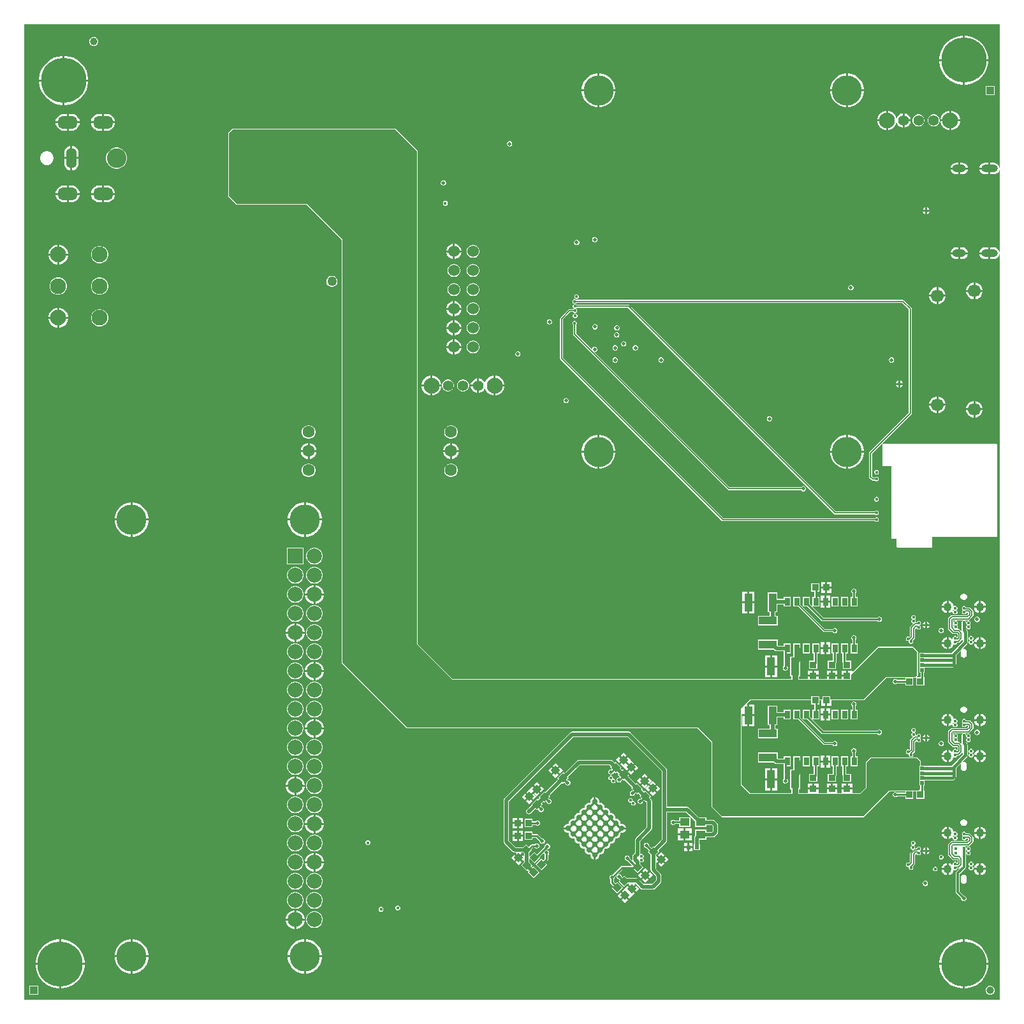
<source format=gbr>
%TF.GenerationSoftware,Altium Limited,Altium Designer,22.1.2 (22)*%
G04 Layer_Physical_Order=8*
G04 Layer_Color=65280*
%FSLAX26Y26*%
%MOIN*%
%TF.SameCoordinates,4DF63D30-2817-4CE9-9CB3-8786E99D956B*%
%TF.FilePolarity,Positive*%
%TF.FileFunction,Copper,L8,Bot,Signal*%
%TF.Part,Single*%
G01*
G75*
%TA.AperFunction,SMDPad,CuDef*%
%ADD28R,0.033465X0.035433*%
%ADD29R,0.023622X0.023622*%
%ADD40R,0.035433X0.033465*%
%ADD48R,0.043307X0.094488*%
%TA.AperFunction,FiducialPad,Global*%
%ADD53C,0.039370*%
%ADD54R,0.039370X0.039370*%
%TA.AperFunction,Conductor*%
%ADD55C,0.006946*%
%ADD56C,0.006929*%
%ADD59C,0.007874*%
%ADD60C,0.011811*%
%ADD61C,0.010000*%
%ADD62C,0.029528*%
%ADD65C,0.019685*%
%TA.AperFunction,ComponentPad*%
%ADD68O,0.070866X0.039370*%
%ADD69O,0.086614X0.039370*%
%ADD70C,0.043307*%
%ADD71C,0.082677*%
%ADD72R,0.078740X0.078740*%
%ADD73C,0.078740*%
%ADD74O,0.106299X0.066929*%
%ADD75C,0.102362*%
%ADD76O,0.055118X0.106299*%
%ADD77C,0.055118*%
%ADD78C,0.062992*%
%ADD79C,0.236220*%
%ADD80C,0.066929*%
%ADD81C,0.157480*%
%ADD82C,0.060000*%
%TA.AperFunction,ViaPad*%
%ADD83C,0.015748*%
%ADD84C,0.027559*%
%ADD85C,0.017716*%
%ADD86C,0.019685*%
%ADD87C,0.050000*%
%TA.AperFunction,SMDPad,CuDef*%
%ADD88R,0.029921X0.043307*%
%ADD89R,0.018504X0.019685*%
%ADD90R,0.051181X0.043307*%
G04:AMPARAMS|DCode=91|XSize=33.465mil|YSize=35.433mil|CornerRadius=0mil|HoleSize=0mil|Usage=FLASHONLY|Rotation=225.000|XOffset=0mil|YOffset=0mil|HoleType=Round|Shape=Rectangle|*
%AMROTATEDRECTD91*
4,1,4,-0.000696,0.024359,0.024359,-0.000696,0.000696,-0.024359,-0.024359,0.000696,-0.000696,0.024359,0.0*
%
%ADD91ROTATEDRECTD91*%

G04:AMPARAMS|DCode=92|XSize=33.465mil|YSize=35.433mil|CornerRadius=0mil|HoleSize=0mil|Usage=FLASHONLY|Rotation=315.000|XOffset=0mil|YOffset=0mil|HoleType=Round|Shape=Rectangle|*
%AMROTATEDRECTD92*
4,1,4,-0.024359,-0.000696,0.000696,0.024359,0.024359,0.000696,-0.000696,-0.024359,-0.024359,-0.000696,0.0*
%
%ADD92ROTATEDRECTD92*%

%ADD93R,0.094488X0.043307*%
%TA.AperFunction,Conductor*%
%ADD94C,0.015748*%
G36*
X6092167Y5345190D02*
X6091913Y5347119D01*
X6088922Y5354341D01*
X6084164Y5360542D01*
X6077963Y5365300D01*
X6070742Y5368291D01*
X6062992Y5369311D01*
X6044370D01*
Y5339370D01*
Y5309429D01*
X6062992D01*
X6070742Y5310449D01*
X6077963Y5313440D01*
X6084164Y5318198D01*
X6088922Y5324399D01*
X6091913Y5331621D01*
X6092167Y5333550D01*
Y4902670D01*
X6091913Y4904600D01*
X6088922Y4911821D01*
X6084164Y4918022D01*
X6077963Y4922780D01*
X6070742Y4925771D01*
X6062992Y4926792D01*
X6044370D01*
Y4896850D01*
Y4866909D01*
X6062992D01*
X6070742Y4867929D01*
X6077963Y4870921D01*
X6084164Y4875679D01*
X6088922Y4881880D01*
X6091913Y4889101D01*
X6092167Y4891030D01*
Y994447D01*
X994447D01*
Y6092167D01*
X6092167D01*
Y5345190D01*
D02*
G37*
%LPC*%
G36*
X1362966Y6027559D02*
X1353569D01*
X1344887Y6023963D01*
X1338242Y6017318D01*
X1334646Y6008636D01*
Y5999238D01*
X1338242Y5990556D01*
X1344887Y5983911D01*
X1353569Y5980315D01*
X1362966D01*
X1371649Y5983911D01*
X1378293Y5990556D01*
X1381890Y5999238D01*
Y6008636D01*
X1378293Y6017318D01*
X1371649Y6023963D01*
X1362966Y6027559D01*
D02*
G37*
G36*
X5915594Y6033622D02*
X5910512D01*
Y5910512D01*
X6033622D01*
Y5915594D01*
X6030467Y5935511D01*
X6024236Y5954689D01*
X6015081Y5972656D01*
X6003229Y5988970D01*
X5988970Y6003229D01*
X5972656Y6015081D01*
X5954689Y6024236D01*
X5935511Y6030467D01*
X5915594Y6033622D01*
D02*
G37*
G36*
X5900512D02*
X5895429D01*
X5875513Y6030467D01*
X5856335Y6024236D01*
X5838367Y6015081D01*
X5822054Y6003229D01*
X5807795Y5988970D01*
X5795942Y5972656D01*
X5786788Y5954689D01*
X5780556Y5935511D01*
X5777402Y5915594D01*
Y5910512D01*
X5900512D01*
Y6033622D01*
D02*
G37*
G36*
X1210082Y5928110D02*
X1205000D01*
Y5805000D01*
X1328110D01*
Y5810083D01*
X1324956Y5829999D01*
X1318724Y5849177D01*
X1309570Y5867144D01*
X1297717Y5883458D01*
X1283458Y5897717D01*
X1267144Y5909570D01*
X1249177Y5918724D01*
X1229999Y5924956D01*
X1210082Y5928110D01*
D02*
G37*
G36*
X1195000D02*
X1189918D01*
X1170001Y5924956D01*
X1150823Y5918724D01*
X1132856Y5909570D01*
X1116542Y5897717D01*
X1102283Y5883458D01*
X1090430Y5867144D01*
X1081276Y5849177D01*
X1075044Y5829999D01*
X1071890Y5810083D01*
Y5805000D01*
X1195000D01*
Y5928110D01*
D02*
G37*
G36*
X6033622Y5900512D02*
X5910512D01*
Y5777402D01*
X5915594D01*
X5935511Y5780556D01*
X5954689Y5786788D01*
X5972656Y5795942D01*
X5988970Y5807795D01*
X6003229Y5822054D01*
X6015081Y5838367D01*
X6024236Y5856335D01*
X6030467Y5875513D01*
X6033622Y5895429D01*
Y5900512D01*
D02*
G37*
G36*
X5900512D02*
X5777402D01*
Y5895429D01*
X5780556Y5875513D01*
X5786788Y5856335D01*
X5795942Y5838367D01*
X5807795Y5822054D01*
X5822054Y5807795D01*
X5838367Y5795942D01*
X5856335Y5786788D01*
X5875513Y5780556D01*
X5895429Y5777402D01*
X5900512D01*
Y5900512D01*
D02*
G37*
G36*
X5304016Y5836772D02*
X5300276D01*
Y5753032D01*
X5384016D01*
Y5756772D01*
X5380605Y5773916D01*
X5373916Y5790066D01*
X5364205Y5804600D01*
X5351844Y5816961D01*
X5337310Y5826672D01*
X5321160Y5833361D01*
X5304016Y5836772D01*
D02*
G37*
G36*
X5290276D02*
X5286535D01*
X5269391Y5833361D01*
X5253241Y5826672D01*
X5238707Y5816961D01*
X5226347Y5804600D01*
X5216635Y5790066D01*
X5209946Y5773916D01*
X5206535Y5756772D01*
Y5753032D01*
X5290276D01*
Y5836772D01*
D02*
G37*
G36*
X4004803D02*
X4001063D01*
Y5753031D01*
X4084803D01*
Y5756772D01*
X4081393Y5773916D01*
X4074704Y5790066D01*
X4064992Y5804600D01*
X4052631Y5816961D01*
X4038097Y5826672D01*
X4021948Y5833361D01*
X4004803Y5836772D01*
D02*
G37*
G36*
X3991063D02*
X3987323D01*
X3970178Y5833361D01*
X3954029Y5826672D01*
X3939494Y5816961D01*
X3927134Y5804600D01*
X3917423Y5790066D01*
X3910733Y5773916D01*
X3907323Y5756772D01*
Y5753031D01*
X3991063D01*
Y5836772D01*
D02*
G37*
G36*
X6066929Y5771654D02*
X6019685D01*
Y5724409D01*
X6066929D01*
Y5771654D01*
D02*
G37*
G36*
X1328110Y5795000D02*
X1205000D01*
Y5671890D01*
X1210082D01*
X1229999Y5675044D01*
X1249177Y5681276D01*
X1267144Y5690430D01*
X1283458Y5702283D01*
X1297717Y5716542D01*
X1309570Y5732856D01*
X1318724Y5750823D01*
X1324956Y5770001D01*
X1328110Y5789917D01*
Y5795000D01*
D02*
G37*
G36*
X1195000D02*
X1071890D01*
Y5789917D01*
X1075044Y5770001D01*
X1081276Y5750823D01*
X1090430Y5732856D01*
X1102283Y5716542D01*
X1116542Y5702283D01*
X1132856Y5690430D01*
X1150823Y5681276D01*
X1170001Y5675044D01*
X1189918Y5671890D01*
X1195000D01*
Y5795000D01*
D02*
G37*
G36*
X5384016Y5743032D02*
X5300276D01*
Y5659291D01*
X5304016D01*
X5321160Y5662702D01*
X5337310Y5669391D01*
X5351844Y5679102D01*
X5364205Y5691463D01*
X5373916Y5705997D01*
X5380605Y5722147D01*
X5384016Y5739291D01*
Y5743032D01*
D02*
G37*
G36*
X5290276D02*
X5206535D01*
Y5739291D01*
X5209946Y5722147D01*
X5216635Y5705997D01*
X5226347Y5691463D01*
X5238707Y5679102D01*
X5253241Y5669391D01*
X5269391Y5662702D01*
X5286535Y5659291D01*
X5290276D01*
Y5743032D01*
D02*
G37*
G36*
X4084803Y5743031D02*
X4001063D01*
Y5659291D01*
X4004803D01*
X4021948Y5662702D01*
X4038097Y5669391D01*
X4052631Y5679102D01*
X4064992Y5691463D01*
X4074704Y5705997D01*
X4081393Y5722147D01*
X4084803Y5739291D01*
Y5743031D01*
D02*
G37*
G36*
X3991063D02*
X3907323D01*
Y5739291D01*
X3910733Y5722147D01*
X3917423Y5705997D01*
X3927134Y5691463D01*
X3939494Y5679102D01*
X3954029Y5669391D01*
X3970178Y5662702D01*
X3987323Y5659291D01*
X3991063D01*
Y5743031D01*
D02*
G37*
G36*
X5595551Y5628095D02*
Y5595551D01*
X5628095D01*
X5625551Y5605048D01*
X5620606Y5613613D01*
X5613613Y5620606D01*
X5605048Y5625551D01*
X5595551Y5628095D01*
D02*
G37*
G36*
X5841404Y5641890D02*
X5839646D01*
Y5595551D01*
X5885984D01*
Y5597310D01*
X5882486Y5610367D01*
X5875727Y5622074D01*
X5866168Y5631632D01*
X5854462Y5638391D01*
X5841404Y5641890D01*
D02*
G37*
G36*
X5498937D02*
X5497178D01*
X5484121Y5638391D01*
X5472414Y5631632D01*
X5462856Y5622074D01*
X5456097Y5610367D01*
X5452598Y5597310D01*
Y5595551D01*
X5498937D01*
Y5641890D01*
D02*
G37*
G36*
X5829646D02*
X5827887D01*
X5814830Y5638391D01*
X5803123Y5631632D01*
X5793565Y5622074D01*
X5786806Y5610367D01*
X5783307Y5597310D01*
Y5595551D01*
X5829646D01*
Y5641890D01*
D02*
G37*
G36*
X1425197Y5624548D02*
X1410512D01*
Y5585709D01*
X1468378D01*
X1467543Y5592055D01*
X1463163Y5602628D01*
X1456196Y5611708D01*
X1447117Y5618675D01*
X1436543Y5623055D01*
X1425197Y5624548D01*
D02*
G37*
G36*
X1400512D02*
X1385827D01*
X1374480Y5623055D01*
X1363907Y5618675D01*
X1354827Y5611708D01*
X1347861Y5602628D01*
X1343481Y5592055D01*
X1342645Y5585709D01*
X1400512D01*
Y5624548D01*
D02*
G37*
G36*
X1240158D02*
X1225472D01*
Y5585709D01*
X1283339D01*
X1282503Y5592055D01*
X1278124Y5602628D01*
X1271157Y5611708D01*
X1262077Y5618675D01*
X1251504Y5623055D01*
X1240158Y5624548D01*
D02*
G37*
G36*
X1215472D02*
X1200787D01*
X1189441Y5623055D01*
X1178868Y5618675D01*
X1169788Y5611708D01*
X1162821Y5602628D01*
X1158441Y5592055D01*
X1157606Y5585709D01*
X1215472D01*
Y5624548D01*
D02*
G37*
G36*
X5752178Y5622047D02*
X5743885D01*
X5735874Y5619901D01*
X5728693Y5615754D01*
X5722828Y5609890D01*
X5718682Y5602708D01*
X5716535Y5594698D01*
Y5586405D01*
X5718682Y5578394D01*
X5722828Y5571212D01*
X5728693Y5565348D01*
X5735874Y5561202D01*
X5743885Y5559055D01*
X5752178D01*
X5760189Y5561202D01*
X5767370Y5565348D01*
X5773235Y5571212D01*
X5777381Y5578394D01*
X5779528Y5586405D01*
Y5594698D01*
X5777381Y5602708D01*
X5773235Y5609890D01*
X5767370Y5615754D01*
X5760189Y5619901D01*
X5752178Y5622047D01*
D02*
G37*
G36*
X5673438D02*
X5665145D01*
X5657134Y5619901D01*
X5649952Y5615754D01*
X5644088Y5609890D01*
X5639942Y5602708D01*
X5637795Y5594698D01*
Y5586405D01*
X5639942Y5578394D01*
X5644088Y5571212D01*
X5649952Y5565348D01*
X5657134Y5561202D01*
X5665145Y5559055D01*
X5673438D01*
X5681448Y5561202D01*
X5688630Y5565348D01*
X5694494Y5571212D01*
X5698641Y5578394D01*
X5700787Y5586405D01*
Y5594698D01*
X5698641Y5602708D01*
X5694494Y5609890D01*
X5688630Y5615754D01*
X5681448Y5619901D01*
X5673438Y5622047D01*
D02*
G37*
G36*
X5628095Y5585551D02*
X5595551D01*
Y5553007D01*
X5605048Y5555552D01*
X5613613Y5560497D01*
X5620606Y5567489D01*
X5625551Y5576054D01*
X5628095Y5585551D01*
D02*
G37*
G36*
X5510696Y5641890D02*
X5508937D01*
Y5590551D01*
Y5539213D01*
X5510696D01*
X5523753Y5542711D01*
X5535460Y5549470D01*
X5545018Y5559029D01*
X5551777Y5570735D01*
X5554377Y5580438D01*
X5555552Y5576054D01*
X5560496Y5567489D01*
X5567489Y5560497D01*
X5576054Y5555552D01*
X5585551Y5553007D01*
Y5590551D01*
Y5628095D01*
X5576054Y5625551D01*
X5567489Y5620606D01*
X5560496Y5613613D01*
X5555552Y5605048D01*
X5554377Y5600664D01*
X5551777Y5610367D01*
X5545018Y5622074D01*
X5535460Y5631632D01*
X5523753Y5638391D01*
X5510696Y5641890D01*
D02*
G37*
G36*
X5885984Y5585551D02*
X5839646D01*
Y5539213D01*
X5841404D01*
X5854462Y5542711D01*
X5866168Y5549470D01*
X5875727Y5559029D01*
X5882486Y5570735D01*
X5885984Y5583792D01*
Y5585551D01*
D02*
G37*
G36*
X5829646D02*
X5783307D01*
Y5583792D01*
X5786806Y5570735D01*
X5793565Y5559029D01*
X5803123Y5549470D01*
X5814830Y5542711D01*
X5827887Y5539213D01*
X5829646D01*
Y5585551D01*
D02*
G37*
G36*
X5498937D02*
X5452598D01*
Y5583792D01*
X5456097Y5570735D01*
X5462856Y5559029D01*
X5472414Y5549470D01*
X5484121Y5542711D01*
X5497178Y5539213D01*
X5498937D01*
Y5585551D01*
D02*
G37*
G36*
X1468378Y5575709D02*
X1410512D01*
Y5536869D01*
X1425197D01*
X1436543Y5538363D01*
X1447117Y5542743D01*
X1456196Y5549709D01*
X1463163Y5558789D01*
X1467543Y5569362D01*
X1468378Y5575709D01*
D02*
G37*
G36*
X1400512D02*
X1342645D01*
X1343481Y5569362D01*
X1347861Y5558789D01*
X1354827Y5549709D01*
X1363907Y5542743D01*
X1374480Y5538363D01*
X1385827Y5536869D01*
X1400512D01*
Y5575709D01*
D02*
G37*
G36*
X1283339Y5575709D02*
X1225472D01*
Y5536869D01*
X1240158D01*
X1251504Y5538363D01*
X1262077Y5542743D01*
X1271157Y5549709D01*
X1278124Y5558789D01*
X1282503Y5569362D01*
X1283339Y5575709D01*
D02*
G37*
G36*
X1215472D02*
X1157606D01*
X1158441Y5569362D01*
X1162821Y5558789D01*
X1169788Y5549709D01*
X1178868Y5542743D01*
X1189441Y5538363D01*
X1200787Y5536869D01*
X1215472D01*
Y5575709D01*
D02*
G37*
G36*
X3534237Y5482283D02*
X3528755D01*
X3523691Y5480186D01*
X3519814Y5476309D01*
X3517717Y5471245D01*
Y5465763D01*
X3519814Y5460698D01*
X3523691Y5456822D01*
X3528755Y5454724D01*
X3534237D01*
X3539302Y5456822D01*
X3543178Y5460698D01*
X3545276Y5465763D01*
Y5471245D01*
X3543178Y5476309D01*
X3539302Y5480186D01*
X3534237Y5482283D01*
D02*
G37*
G36*
X1245158Y5456516D02*
Y5398701D01*
X1278041D01*
Y5419291D01*
X1276750Y5429096D01*
X1272965Y5438233D01*
X1266945Y5446079D01*
X1259099Y5452099D01*
X1249962Y5455884D01*
X1245158Y5456516D01*
D02*
G37*
G36*
X1235158D02*
X1230353Y5455884D01*
X1221216Y5452099D01*
X1213370Y5446079D01*
X1207350Y5438233D01*
X1203565Y5429096D01*
X1202274Y5419291D01*
Y5398701D01*
X1235158D01*
Y5456516D01*
D02*
G37*
G36*
X1116870Y5429134D02*
X1107540D01*
X1098528Y5426719D01*
X1090448Y5422054D01*
X1083851Y5415457D01*
X1079186Y5407377D01*
X1076772Y5398366D01*
Y5389036D01*
X1079186Y5380024D01*
X1083851Y5371944D01*
X1090448Y5365347D01*
X1098528Y5360682D01*
X1107540Y5358268D01*
X1116870D01*
X1125881Y5360682D01*
X1133961Y5365347D01*
X1140558Y5371944D01*
X1145223Y5380024D01*
X1147638Y5389036D01*
Y5398366D01*
X1145223Y5407377D01*
X1140558Y5415457D01*
X1133961Y5422054D01*
X1125881Y5426719D01*
X1116870Y5429134D01*
D02*
G37*
G36*
X6034370Y5369311D02*
X6015748D01*
X6007999Y5368291D01*
X6000777Y5365300D01*
X5994576Y5360542D01*
X5989818Y5354341D01*
X5986827Y5347119D01*
X5986465Y5344370D01*
X6034370D01*
Y5369311D01*
D02*
G37*
G36*
X5897638D02*
X5886890D01*
Y5344370D01*
X5926921D01*
X5926559Y5347119D01*
X5923568Y5354341D01*
X5918809Y5360542D01*
X5912608Y5365300D01*
X5905387Y5368291D01*
X5897638Y5369311D01*
D02*
G37*
G36*
X5876890D02*
X5866142D01*
X5858392Y5368291D01*
X5851171Y5365300D01*
X5844970Y5360542D01*
X5840212Y5354341D01*
X5837221Y5347119D01*
X5836859Y5344370D01*
X5876890D01*
Y5369311D01*
D02*
G37*
G36*
X1483634Y5448819D02*
X1469121D01*
X1455103Y5445063D01*
X1442535Y5437806D01*
X1432273Y5427544D01*
X1425016Y5414976D01*
X1421260Y5400957D01*
Y5386444D01*
X1425016Y5372426D01*
X1432273Y5359858D01*
X1442535Y5349595D01*
X1455103Y5342339D01*
X1469121Y5338583D01*
X1483634D01*
X1497653Y5342339D01*
X1510221Y5349595D01*
X1520483Y5359858D01*
X1527740Y5372426D01*
X1531496Y5386444D01*
Y5400957D01*
X1527740Y5414976D01*
X1520483Y5427544D01*
X1510221Y5437806D01*
X1497653Y5445063D01*
X1483634Y5448819D01*
D02*
G37*
G36*
X1278041Y5388701D02*
X1245158D01*
Y5330885D01*
X1249962Y5331518D01*
X1259099Y5335302D01*
X1266945Y5341323D01*
X1272965Y5349169D01*
X1276750Y5358305D01*
X1278041Y5368110D01*
Y5388701D01*
D02*
G37*
G36*
X1235158D02*
X1202274D01*
Y5368110D01*
X1203565Y5358305D01*
X1207350Y5349169D01*
X1213370Y5341323D01*
X1221216Y5335302D01*
X1230353Y5331518D01*
X1235158Y5330885D01*
Y5388701D01*
D02*
G37*
G36*
X6034370Y5334370D02*
X5986465D01*
X5986827Y5331621D01*
X5989818Y5324399D01*
X5994576Y5318198D01*
X6000777Y5313440D01*
X6007999Y5310449D01*
X6015748Y5309429D01*
X6034370D01*
Y5334370D01*
D02*
G37*
G36*
X5926921Y5334370D02*
X5886890D01*
Y5309429D01*
X5897638D01*
X5905387Y5310449D01*
X5912608Y5313440D01*
X5918809Y5318198D01*
X5923568Y5324399D01*
X5926559Y5331621D01*
X5926921Y5334370D01*
D02*
G37*
G36*
X5876890D02*
X5836859D01*
X5837221Y5331621D01*
X5840212Y5324399D01*
X5844970Y5318198D01*
X5851171Y5313440D01*
X5858392Y5310449D01*
X5866142Y5309429D01*
X5876890D01*
Y5334370D01*
D02*
G37*
G36*
X3187780Y5277559D02*
X3182298D01*
X3177234Y5275461D01*
X3173358Y5271585D01*
X3171260Y5266520D01*
Y5261039D01*
X3173358Y5255974D01*
X3177234Y5252098D01*
X3182298Y5250000D01*
X3187780D01*
X3192845Y5252098D01*
X3196721Y5255974D01*
X3198819Y5261039D01*
Y5266520D01*
X3196721Y5271585D01*
X3192845Y5275461D01*
X3187780Y5277559D01*
D02*
G37*
G36*
X1240158Y5250533D02*
X1225472D01*
Y5211693D01*
X1283339D01*
X1282503Y5218039D01*
X1278124Y5228613D01*
X1271157Y5237692D01*
X1262077Y5244659D01*
X1251504Y5249039D01*
X1240158Y5250533D01*
D02*
G37*
G36*
X1215472D02*
X1200787D01*
X1189441Y5249039D01*
X1178868Y5244659D01*
X1169788Y5237692D01*
X1162821Y5228613D01*
X1158441Y5218039D01*
X1157606Y5211693D01*
X1215472D01*
Y5250533D01*
D02*
G37*
G36*
X1425197D02*
X1410512D01*
Y5211693D01*
X1468378D01*
X1467543Y5218039D01*
X1463163Y5228613D01*
X1456196Y5237692D01*
X1447117Y5244659D01*
X1436543Y5249039D01*
X1425197Y5250533D01*
D02*
G37*
G36*
X1400512D02*
X1385827D01*
X1374480Y5249039D01*
X1363907Y5244659D01*
X1354827Y5237692D01*
X1347861Y5228613D01*
X1343481Y5218039D01*
X1342645Y5211693D01*
X1400512D01*
Y5250533D01*
D02*
G37*
G36*
X1468378Y5201693D02*
X1410512D01*
Y5162853D01*
X1425197D01*
X1436543Y5164347D01*
X1447117Y5168727D01*
X1456196Y5175694D01*
X1463163Y5184773D01*
X1467543Y5195346D01*
X1468378Y5201693D01*
D02*
G37*
G36*
X1400512D02*
X1342645D01*
X1343481Y5195346D01*
X1347861Y5184773D01*
X1354827Y5175694D01*
X1363907Y5168727D01*
X1374480Y5164347D01*
X1385827Y5162853D01*
X1400512D01*
Y5201693D01*
D02*
G37*
G36*
X1283339Y5201693D02*
X1225472D01*
Y5162853D01*
X1240158D01*
X1251504Y5164347D01*
X1262077Y5168727D01*
X1271157Y5175694D01*
X1278124Y5184773D01*
X1282503Y5195346D01*
X1283339Y5201693D01*
D02*
G37*
G36*
X1215472D02*
X1157606D01*
X1158441Y5195346D01*
X1162821Y5184773D01*
X1169788Y5175694D01*
X1178868Y5168727D01*
X1189441Y5164347D01*
X1200787Y5162853D01*
X1215472D01*
Y5201693D01*
D02*
G37*
G36*
X3197545Y5170795D02*
X3192455D01*
X3187752Y5168847D01*
X3184153Y5165248D01*
X3182205Y5160545D01*
Y5155455D01*
X3184153Y5150752D01*
X3187752Y5147153D01*
X3192455Y5145205D01*
X3197545D01*
X3202248Y5147153D01*
X3205847Y5150752D01*
X3207795Y5155455D01*
Y5160545D01*
X3205847Y5165248D01*
X3202248Y5168847D01*
X3197545Y5170795D01*
D02*
G37*
G36*
X5713661Y5135386D02*
Y5123110D01*
X5725937D01*
X5723814Y5128235D01*
X5718786Y5133263D01*
X5713661Y5135386D01*
D02*
G37*
G36*
X5703661D02*
X5698537Y5133263D01*
X5693508Y5128235D01*
X5691386Y5123110D01*
X5703661D01*
Y5135386D01*
D02*
G37*
G36*
X5725937Y5113110D02*
X5713661D01*
Y5100835D01*
X5718786Y5102957D01*
X5723814Y5107985D01*
X5725937Y5113110D01*
D02*
G37*
G36*
X5703661D02*
X5691386D01*
X5693508Y5107985D01*
X5698537Y5102957D01*
X5703661Y5100835D01*
Y5113110D01*
D02*
G37*
G36*
X3978741Y4981779D02*
X3973259D01*
X3968195Y4979682D01*
X3964318Y4975806D01*
X3962220Y4970741D01*
Y4965259D01*
X3964318Y4960194D01*
X3968195Y4956318D01*
X3973259Y4954221D01*
X3978741D01*
X3983805Y4956318D01*
X3987682Y4960194D01*
X3989780Y4965259D01*
Y4970741D01*
X3987682Y4975806D01*
X3983805Y4979682D01*
X3978741Y4981779D01*
D02*
G37*
G36*
X3884631Y4966535D02*
X3879149D01*
X3874084Y4964438D01*
X3870208Y4960561D01*
X3868110Y4955497D01*
Y4950015D01*
X3870208Y4944950D01*
X3874084Y4941074D01*
X3879149Y4938976D01*
X3884631D01*
X3889695Y4941074D01*
X3893572Y4944950D01*
X3895669Y4950015D01*
Y4955497D01*
X3893572Y4960561D01*
X3889695Y4964438D01*
X3884631Y4966535D01*
D02*
G37*
G36*
X3245227Y4946299D02*
X3244961D01*
Y4911299D01*
X3279961D01*
Y4911565D01*
X3277235Y4921739D01*
X3271969Y4930860D01*
X3264521Y4938307D01*
X3255400Y4943573D01*
X3245227Y4946299D01*
D02*
G37*
G36*
X3234961D02*
X3234695D01*
X3224521Y4943573D01*
X3215400Y4938307D01*
X3207953Y4930860D01*
X3202686Y4921739D01*
X3199961Y4911565D01*
Y4911299D01*
X3234961D01*
Y4946299D01*
D02*
G37*
G36*
X5897638Y4926792D02*
X5886890D01*
Y4901851D01*
X5926921D01*
X5926559Y4904600D01*
X5923568Y4911821D01*
X5918809Y4918022D01*
X5912608Y4922780D01*
X5905387Y4925771D01*
X5897638Y4926792D01*
D02*
G37*
G36*
X5876890D02*
X5866142D01*
X5858392Y4925771D01*
X5851171Y4922780D01*
X5844970Y4918022D01*
X5840212Y4911821D01*
X5837221Y4904600D01*
X5836859Y4901851D01*
X5876890D01*
Y4926792D01*
D02*
G37*
G36*
X6034370D02*
X6015748D01*
X6007999Y4925771D01*
X6000777Y4922780D01*
X5994576Y4918022D01*
X5989818Y4911821D01*
X5986827Y4904600D01*
X5986465Y4901850D01*
X6034370D01*
Y4926792D01*
D02*
G37*
G36*
X1178019Y4941102D02*
X1176260D01*
Y4894764D01*
X1222599D01*
Y4896523D01*
X1219100Y4909580D01*
X1212341Y4921286D01*
X1202783Y4930845D01*
X1191076Y4937604D01*
X1178019Y4941102D01*
D02*
G37*
G36*
X1166260D02*
X1164501D01*
X1151444Y4937604D01*
X1139737Y4930845D01*
X1130179Y4921286D01*
X1123420Y4909580D01*
X1119921Y4896523D01*
Y4894764D01*
X1166260D01*
Y4941102D01*
D02*
G37*
G36*
X3344428Y4940236D02*
X3335493D01*
X3326861Y4937923D01*
X3319123Y4933456D01*
X3312804Y4927137D01*
X3308336Y4919398D01*
X3306024Y4910767D01*
Y4901831D01*
X3308336Y4893200D01*
X3312804Y4885461D01*
X3319123Y4879143D01*
X3326861Y4874675D01*
X3335493Y4872362D01*
X3344428D01*
X3353060Y4874675D01*
X3360798Y4879143D01*
X3367117Y4885461D01*
X3371585Y4893200D01*
X3373898Y4901831D01*
Y4910767D01*
X3371585Y4919398D01*
X3367117Y4927137D01*
X3360798Y4933456D01*
X3353060Y4937923D01*
X3344428Y4940236D01*
D02*
G37*
G36*
X6034370Y4891850D02*
X5986465D01*
X5986827Y4889101D01*
X5989818Y4881880D01*
X5994576Y4875679D01*
X6000777Y4870921D01*
X6007999Y4867929D01*
X6015748Y4866909D01*
X6034370D01*
Y4891850D01*
D02*
G37*
G36*
X5926921Y4891851D02*
X5886890D01*
Y4866909D01*
X5897638D01*
X5905387Y4867929D01*
X5912608Y4870921D01*
X5918809Y4875679D01*
X5923568Y4881880D01*
X5926559Y4889101D01*
X5926921Y4891851D01*
D02*
G37*
G36*
X5876890D02*
X5836859D01*
X5837221Y4889101D01*
X5840212Y4881880D01*
X5844970Y4875679D01*
X5851171Y4870921D01*
X5858392Y4867929D01*
X5866142Y4866909D01*
X5876890D01*
Y4891851D01*
D02*
G37*
G36*
X3279961Y4901299D02*
X3244961D01*
Y4866299D01*
X3245227D01*
X3255400Y4869025D01*
X3264521Y4874291D01*
X3271969Y4881739D01*
X3277235Y4890860D01*
X3279961Y4901033D01*
Y4901299D01*
D02*
G37*
G36*
X3234961D02*
X3199961D01*
Y4901033D01*
X3202686Y4890860D01*
X3207953Y4881739D01*
X3215400Y4874291D01*
X3224521Y4869025D01*
X3234695Y4866299D01*
X3234961D01*
Y4901299D01*
D02*
G37*
G36*
X1393756Y4935039D02*
X1381835D01*
X1370320Y4931954D01*
X1359995Y4925993D01*
X1351566Y4917564D01*
X1345605Y4907239D01*
X1342520Y4895724D01*
Y4883803D01*
X1345605Y4872288D01*
X1351566Y4861964D01*
X1359995Y4853534D01*
X1370320Y4847574D01*
X1381835Y4844488D01*
X1393756D01*
X1405271Y4847574D01*
X1415595Y4853534D01*
X1424025Y4861964D01*
X1429986Y4872288D01*
X1433071Y4883803D01*
Y4895724D01*
X1429986Y4907239D01*
X1424025Y4917564D01*
X1415595Y4925993D01*
X1405271Y4931954D01*
X1393756Y4935039D01*
D02*
G37*
G36*
X1222599Y4884764D02*
X1176260D01*
Y4838425D01*
X1178019D01*
X1191076Y4841924D01*
X1202783Y4848683D01*
X1212341Y4858241D01*
X1219100Y4869948D01*
X1222599Y4883005D01*
Y4884764D01*
D02*
G37*
G36*
X1166260D02*
X1119921D01*
Y4883005D01*
X1123420Y4869948D01*
X1130179Y4858241D01*
X1139737Y4848683D01*
X1151444Y4841924D01*
X1164501Y4838425D01*
X1166260D01*
Y4884764D01*
D02*
G37*
G36*
X3344428Y4840236D02*
X3335493D01*
X3326861Y4837923D01*
X3319123Y4833456D01*
X3312804Y4827137D01*
X3308336Y4819398D01*
X3306024Y4810767D01*
Y4801831D01*
X3308336Y4793200D01*
X3312804Y4785461D01*
X3319123Y4779143D01*
X3326861Y4774675D01*
X3335493Y4772362D01*
X3344428D01*
X3353060Y4774675D01*
X3360798Y4779143D01*
X3367117Y4785461D01*
X3371585Y4793200D01*
X3373898Y4801831D01*
Y4810767D01*
X3371585Y4819398D01*
X3367117Y4827137D01*
X3360798Y4833456D01*
X3353060Y4837923D01*
X3344428Y4840236D01*
D02*
G37*
G36*
X3244428D02*
X3235493D01*
X3226861Y4837923D01*
X3219123Y4833456D01*
X3212804Y4827137D01*
X3208336Y4819398D01*
X3206024Y4810767D01*
Y4801831D01*
X3208336Y4793200D01*
X3212804Y4785461D01*
X3219123Y4779143D01*
X3226861Y4774675D01*
X3235493Y4772362D01*
X3244428D01*
X3253060Y4774675D01*
X3260798Y4779143D01*
X3267117Y4785461D01*
X3271585Y4793200D01*
X3273898Y4801831D01*
Y4810767D01*
X3271585Y4819398D01*
X3267117Y4827137D01*
X3260798Y4833456D01*
X3253060Y4837923D01*
X3244428Y4840236D01*
D02*
G37*
G36*
X2605810Y4777937D02*
X2598190D01*
X2590831Y4775965D01*
X2584232Y4772155D01*
X2578845Y4766768D01*
X2575035Y4760169D01*
X2573063Y4752810D01*
Y4745190D01*
X2575035Y4737831D01*
X2578845Y4731232D01*
X2584232Y4725845D01*
X2590831Y4722035D01*
X2598190Y4720063D01*
X2605810D01*
X2613169Y4722035D01*
X2619768Y4725845D01*
X2625155Y4731232D01*
X2628965Y4737831D01*
X2630937Y4745190D01*
Y4752810D01*
X2628965Y4760169D01*
X2625155Y4766768D01*
X2619768Y4772155D01*
X2613169Y4775965D01*
X2605810Y4777937D01*
D02*
G37*
G36*
X5966352Y4742283D02*
X5965630D01*
Y4703819D01*
X6004095D01*
Y4704541D01*
X6001132Y4715596D01*
X5995410Y4725507D01*
X5987318Y4733599D01*
X5977407Y4739321D01*
X5966352Y4742283D01*
D02*
G37*
G36*
X5955630D02*
X5954908D01*
X5943853Y4739321D01*
X5933942Y4733599D01*
X5925850Y4725507D01*
X5920127Y4715596D01*
X5917166Y4704541D01*
Y4703819D01*
X5955630D01*
Y4742283D01*
D02*
G37*
G36*
X5317702Y4730315D02*
X5312220D01*
X5307155Y4728217D01*
X5303279Y4724341D01*
X5301181Y4719276D01*
Y4713794D01*
X5303279Y4708730D01*
X5307155Y4704854D01*
X5312220Y4702756D01*
X5317702D01*
X5322766Y4704854D01*
X5326642Y4708730D01*
X5328740Y4713794D01*
Y4719276D01*
X5326642Y4724341D01*
X5322766Y4728217D01*
X5317702Y4730315D01*
D02*
G37*
G36*
X5773439Y4718661D02*
X5772717D01*
Y4680197D01*
X5811181D01*
Y4680919D01*
X5808219Y4691974D01*
X5802497Y4701885D01*
X5794404Y4709977D01*
X5784493Y4715699D01*
X5773439Y4718661D01*
D02*
G37*
G36*
X5762717D02*
X5761994D01*
X5750940Y4715699D01*
X5741029Y4709977D01*
X5732936Y4701885D01*
X5727214Y4691974D01*
X5724252Y4680919D01*
Y4680197D01*
X5762717D01*
Y4718661D01*
D02*
G37*
G36*
X1393756Y4769685D02*
X1381835D01*
X1370320Y4766600D01*
X1359995Y4760639D01*
X1351566Y4752209D01*
X1345605Y4741885D01*
X1342520Y4730370D01*
Y4718449D01*
X1345605Y4706934D01*
X1351566Y4696609D01*
X1359995Y4688180D01*
X1370320Y4682219D01*
X1381835Y4679134D01*
X1393756D01*
X1405271Y4682219D01*
X1415595Y4688180D01*
X1424025Y4696609D01*
X1429986Y4706934D01*
X1433071Y4718449D01*
Y4730370D01*
X1429986Y4741885D01*
X1424025Y4752209D01*
X1415595Y4760639D01*
X1405271Y4766600D01*
X1393756Y4769685D01*
D02*
G37*
G36*
X1177220D02*
X1165299D01*
X1153784Y4766600D01*
X1143460Y4760639D01*
X1135030Y4752209D01*
X1129070Y4741885D01*
X1125984Y4730370D01*
Y4718449D01*
X1129070Y4706934D01*
X1135030Y4696609D01*
X1143460Y4688180D01*
X1153784Y4682219D01*
X1165299Y4679134D01*
X1177220D01*
X1188736Y4682219D01*
X1199060Y4688180D01*
X1207489Y4696609D01*
X1213450Y4706934D01*
X1216535Y4718449D01*
Y4730370D01*
X1213450Y4741885D01*
X1207489Y4752209D01*
X1199060Y4760639D01*
X1188736Y4766600D01*
X1177220Y4769685D01*
D02*
G37*
G36*
X3344428Y4740236D02*
X3335493D01*
X3326861Y4737923D01*
X3319123Y4733456D01*
X3312804Y4727137D01*
X3308336Y4719398D01*
X3306024Y4710767D01*
Y4701831D01*
X3308336Y4693200D01*
X3312804Y4685461D01*
X3319123Y4679143D01*
X3326861Y4674675D01*
X3335493Y4672362D01*
X3344428D01*
X3353060Y4674675D01*
X3360798Y4679143D01*
X3367117Y4685461D01*
X3371585Y4693200D01*
X3373898Y4701831D01*
Y4710767D01*
X3371585Y4719398D01*
X3367117Y4727137D01*
X3360798Y4733456D01*
X3353060Y4737923D01*
X3344428Y4740236D01*
D02*
G37*
G36*
X3244428D02*
X3235493D01*
X3226861Y4737923D01*
X3219123Y4733456D01*
X3212804Y4727137D01*
X3208336Y4719398D01*
X3206024Y4710767D01*
Y4701831D01*
X3208336Y4693200D01*
X3212804Y4685461D01*
X3219123Y4679143D01*
X3226861Y4674675D01*
X3235493Y4672362D01*
X3244428D01*
X3253060Y4674675D01*
X3260798Y4679143D01*
X3267117Y4685461D01*
X3271585Y4693200D01*
X3273898Y4701831D01*
Y4710767D01*
X3271585Y4719398D01*
X3267117Y4727137D01*
X3260798Y4733456D01*
X3253060Y4737923D01*
X3244428Y4740236D01*
D02*
G37*
G36*
X3884239Y4681102D02*
X3879540D01*
X3875199Y4679304D01*
X3871877Y4675982D01*
X3870079Y4671641D01*
Y4666942D01*
X3871877Y4662601D01*
X3875199Y4659278D01*
X3879540Y4657480D01*
X3884239D01*
X3888580Y4659278D01*
X3891903Y4662601D01*
X3893701Y4666942D01*
Y4671641D01*
X3891903Y4675982D01*
X3888580Y4679304D01*
X3884239Y4681102D01*
D02*
G37*
G36*
X6004095Y4693819D02*
X5965630D01*
Y4655354D01*
X5966352D01*
X5977407Y4658316D01*
X5987318Y4664039D01*
X5995410Y4672131D01*
X6001132Y4682042D01*
X6004095Y4693097D01*
Y4693819D01*
D02*
G37*
G36*
X5955630D02*
X5917166D01*
Y4693097D01*
X5920127Y4682042D01*
X5925850Y4672131D01*
X5933942Y4664039D01*
X5943853Y4658316D01*
X5954908Y4655354D01*
X5955630D01*
Y4693819D01*
D02*
G37*
G36*
X5811181Y4670197D02*
X5772717D01*
Y4631732D01*
X5773439D01*
X5784493Y4634694D01*
X5794404Y4640417D01*
X5802497Y4648509D01*
X5808219Y4658420D01*
X5811181Y4669475D01*
Y4670197D01*
D02*
G37*
G36*
X5762717D02*
X5724252D01*
Y4669475D01*
X5727214Y4658420D01*
X5732936Y4648509D01*
X5741029Y4640417D01*
X5750940Y4634694D01*
X5761994Y4631732D01*
X5762717D01*
Y4670197D01*
D02*
G37*
G36*
X3245227Y4646299D02*
X3244961D01*
Y4611299D01*
X3279961D01*
Y4611565D01*
X3277235Y4621739D01*
X3271969Y4630860D01*
X3264521Y4638307D01*
X3255400Y4643573D01*
X3245227Y4646299D01*
D02*
G37*
G36*
X3234961D02*
X3234695D01*
X3224521Y4643573D01*
X3215400Y4638307D01*
X3207953Y4630860D01*
X3202686Y4621739D01*
X3199961Y4611565D01*
Y4611299D01*
X3234961D01*
Y4646299D01*
D02*
G37*
G36*
X3344428Y4640236D02*
X3335493D01*
X3326861Y4637923D01*
X3319123Y4633456D01*
X3312804Y4627137D01*
X3308336Y4619398D01*
X3306024Y4610767D01*
Y4601831D01*
X3308336Y4593200D01*
X3312804Y4585461D01*
X3319123Y4579143D01*
X3326861Y4574675D01*
X3335493Y4572362D01*
X3344428D01*
X3353060Y4574675D01*
X3360798Y4579143D01*
X3367117Y4585461D01*
X3371585Y4593200D01*
X3373898Y4601831D01*
Y4610767D01*
X3371585Y4619398D01*
X3367117Y4627137D01*
X3360798Y4633456D01*
X3353060Y4637923D01*
X3344428Y4640236D01*
D02*
G37*
G36*
X3279961Y4601299D02*
X3244961D01*
Y4566299D01*
X3245227D01*
X3255400Y4569025D01*
X3264521Y4574291D01*
X3271969Y4581739D01*
X3277235Y4590860D01*
X3279961Y4601033D01*
Y4601299D01*
D02*
G37*
G36*
X3234961D02*
X3199961D01*
Y4601033D01*
X3202686Y4590860D01*
X3207953Y4581739D01*
X3215400Y4574291D01*
X3224521Y4569025D01*
X3234695Y4566299D01*
X3234961D01*
Y4601299D01*
D02*
G37*
G36*
X1178019Y4610394D02*
X1176260D01*
Y4564055D01*
X1222599D01*
Y4565814D01*
X1219100Y4578871D01*
X1212341Y4590578D01*
X1202783Y4600136D01*
X1191076Y4606895D01*
X1178019Y4610394D01*
D02*
G37*
G36*
X1166260D02*
X1164501D01*
X1151444Y4606895D01*
X1139737Y4600136D01*
X1130179Y4590578D01*
X1123420Y4578871D01*
X1119921Y4565814D01*
Y4564055D01*
X1166260D01*
Y4610394D01*
D02*
G37*
G36*
X3875997Y4581694D02*
X3871298D01*
X3866957Y4579896D01*
X3863635Y4576574D01*
X3861836Y4572233D01*
Y4567534D01*
X3863635Y4563193D01*
X3866957Y4559870D01*
X3871298Y4558072D01*
X3875997D01*
X3880338Y4559870D01*
X3883660Y4563193D01*
X3885459Y4567534D01*
Y4572233D01*
X3883660Y4576574D01*
X3880338Y4579896D01*
X3875997Y4581694D01*
D02*
G37*
G36*
X3741914Y4551181D02*
X3736432D01*
X3731368Y4549083D01*
X3727492Y4545207D01*
X3725394Y4540142D01*
Y4534661D01*
X3727492Y4529596D01*
X3731368Y4525720D01*
X3736432Y4523622D01*
X3741914D01*
X3746979Y4525720D01*
X3750855Y4529596D01*
X3752953Y4534661D01*
Y4540142D01*
X3750855Y4545207D01*
X3746979Y4549083D01*
X3741914Y4551181D01*
D02*
G37*
G36*
X1393756Y4604331D02*
X1381835D01*
X1370320Y4601245D01*
X1359995Y4595285D01*
X1351566Y4586855D01*
X1345605Y4576531D01*
X1342520Y4565016D01*
Y4553095D01*
X1345605Y4541579D01*
X1351566Y4531255D01*
X1359995Y4522826D01*
X1370320Y4516865D01*
X1381835Y4513779D01*
X1393756D01*
X1405271Y4516865D01*
X1415595Y4522826D01*
X1424025Y4531255D01*
X1429986Y4541579D01*
X1433071Y4553095D01*
Y4565016D01*
X1429986Y4576531D01*
X1424025Y4586855D01*
X1415595Y4595285D01*
X1405271Y4601245D01*
X1393756Y4604331D01*
D02*
G37*
G36*
X3245227Y4546299D02*
X3244961D01*
Y4511299D01*
X3279961D01*
Y4511565D01*
X3277235Y4521739D01*
X3271969Y4530860D01*
X3264521Y4538307D01*
X3255400Y4543573D01*
X3245227Y4546299D01*
D02*
G37*
G36*
X3234961D02*
X3234695D01*
X3224521Y4543573D01*
X3215400Y4538307D01*
X3207953Y4530860D01*
X3202686Y4521739D01*
X3199961Y4511565D01*
Y4511299D01*
X3234961D01*
Y4546299D01*
D02*
G37*
G36*
X1222599Y4554055D02*
X1176260D01*
Y4507717D01*
X1178019D01*
X1191076Y4511215D01*
X1202783Y4517974D01*
X1212341Y4527533D01*
X1219100Y4539239D01*
X1222599Y4552296D01*
Y4554055D01*
D02*
G37*
G36*
X1166260D02*
X1119921D01*
Y4552296D01*
X1123420Y4539239D01*
X1130179Y4527533D01*
X1139737Y4517974D01*
X1151444Y4511215D01*
X1164501Y4507717D01*
X1166260D01*
Y4554055D01*
D02*
G37*
G36*
X3979741Y4525779D02*
X3974259D01*
X3969195Y4523682D01*
X3965318Y4519806D01*
X3963220Y4514741D01*
Y4509259D01*
X3965318Y4504194D01*
X3969195Y4500318D01*
X3974259Y4498221D01*
X3979741D01*
X3984805Y4500318D01*
X3988682Y4504194D01*
X3990780Y4509259D01*
Y4514741D01*
X3988682Y4519806D01*
X3984805Y4523682D01*
X3979741Y4525779D01*
D02*
G37*
G36*
X4094797Y4520009D02*
X4089315D01*
X4084251Y4517911D01*
X4080374Y4514035D01*
X4078276Y4508970D01*
Y4503488D01*
X4080374Y4498424D01*
X4084251Y4494548D01*
X4089315Y4492450D01*
X4094797D01*
X4099861Y4494548D01*
X4103738Y4498424D01*
X4105836Y4503488D01*
Y4508970D01*
X4103738Y4514035D01*
X4099861Y4517911D01*
X4094797Y4520009D01*
D02*
G37*
G36*
X3344428Y4540236D02*
X3335493D01*
X3326861Y4537923D01*
X3319123Y4533456D01*
X3312804Y4527137D01*
X3308336Y4519398D01*
X3306024Y4510767D01*
Y4501831D01*
X3308336Y4493200D01*
X3312804Y4485461D01*
X3319123Y4479143D01*
X3326861Y4474675D01*
X3335493Y4472362D01*
X3344428D01*
X3353060Y4474675D01*
X3360798Y4479143D01*
X3367117Y4485461D01*
X3371585Y4493200D01*
X3373898Y4501831D01*
Y4510767D01*
X3371585Y4519398D01*
X3367117Y4527137D01*
X3360798Y4533456D01*
X3353060Y4537923D01*
X3344428Y4540236D01*
D02*
G37*
G36*
X3279961Y4501299D02*
X3244961D01*
Y4466299D01*
X3245227D01*
X3255400Y4469025D01*
X3264521Y4474291D01*
X3271969Y4481739D01*
X3277235Y4490860D01*
X3279961Y4501033D01*
Y4501299D01*
D02*
G37*
G36*
X3234961D02*
X3199961D01*
Y4501033D01*
X3202686Y4490860D01*
X3207953Y4481739D01*
X3215400Y4474291D01*
X3224521Y4469025D01*
X3234695Y4466299D01*
X3234961D01*
Y4501299D01*
D02*
G37*
G36*
X4094154Y4483193D02*
X4088673D01*
X4083608Y4481095D01*
X4079732Y4477219D01*
X4077634Y4472154D01*
Y4466672D01*
X4079732Y4461608D01*
X4083608Y4457732D01*
X4088673Y4455634D01*
X4094154D01*
X4099219Y4457732D01*
X4103095Y4461608D01*
X4105193Y4466672D01*
Y4472154D01*
X4103095Y4477219D01*
X4099219Y4481095D01*
X4094154Y4483193D01*
D02*
G37*
G36*
X3245227Y4446299D02*
X3244961D01*
Y4411299D01*
X3279961D01*
Y4411565D01*
X3277235Y4421739D01*
X3271969Y4430860D01*
X3264521Y4438307D01*
X3255400Y4443573D01*
X3245227Y4446299D01*
D02*
G37*
G36*
X3234961D02*
X3234695D01*
X3224521Y4443573D01*
X3215400Y4438307D01*
X3207953Y4430860D01*
X3202686Y4421739D01*
X3199961Y4411565D01*
Y4411299D01*
X3234961D01*
Y4446299D01*
D02*
G37*
G36*
X4129875Y4436779D02*
X4124393D01*
X4119328Y4434682D01*
X4115452Y4430806D01*
X4113354Y4425741D01*
Y4420259D01*
X4115452Y4415194D01*
X4119328Y4411318D01*
X4124393Y4409221D01*
X4129875D01*
X4134939Y4411318D01*
X4138815Y4415194D01*
X4140913Y4420259D01*
Y4425741D01*
X4138815Y4430806D01*
X4134939Y4434682D01*
X4129875Y4436779D01*
D02*
G37*
G36*
X4191717Y4415354D02*
X4186235D01*
X4181171Y4413257D01*
X4177295Y4409380D01*
X4175197Y4404316D01*
Y4398834D01*
X4177295Y4393769D01*
X4181171Y4389893D01*
X4186235Y4387795D01*
X4191717D01*
X4196782Y4389893D01*
X4200658Y4393769D01*
X4202756Y4398834D01*
Y4404316D01*
X4200658Y4409380D01*
X4196782Y4413257D01*
X4191717Y4415354D01*
D02*
G37*
G36*
X4085418D02*
X4079936D01*
X4074872Y4413257D01*
X4070995Y4409380D01*
X4068898Y4404316D01*
Y4398834D01*
X4070995Y4393769D01*
X4074872Y4389893D01*
X4079936Y4387795D01*
X4085418D01*
X4090483Y4389893D01*
X4094359Y4393769D01*
X4096457Y4398834D01*
Y4404316D01*
X4094359Y4409380D01*
X4090483Y4413257D01*
X4085418Y4415354D01*
D02*
G37*
G36*
X3344428Y4440236D02*
X3335493D01*
X3326861Y4437923D01*
X3319123Y4433456D01*
X3312804Y4427137D01*
X3308336Y4419398D01*
X3306024Y4410767D01*
Y4401831D01*
X3308336Y4393200D01*
X3312804Y4385461D01*
X3319123Y4379143D01*
X3326861Y4374675D01*
X3335493Y4372362D01*
X3344428D01*
X3353060Y4374675D01*
X3360798Y4379143D01*
X3367117Y4385461D01*
X3371585Y4393200D01*
X3373898Y4401831D01*
Y4410767D01*
X3371585Y4419398D01*
X3367117Y4427137D01*
X3360798Y4433456D01*
X3353060Y4437923D01*
X3344428Y4440236D01*
D02*
G37*
G36*
X3279961Y4401299D02*
X3244961D01*
Y4366299D01*
X3245227D01*
X3255400Y4369025D01*
X3264521Y4374291D01*
X3271969Y4381739D01*
X3277235Y4390860D01*
X3279961Y4401033D01*
Y4401299D01*
D02*
G37*
G36*
X3234961D02*
X3199961D01*
Y4401033D01*
X3202686Y4390860D01*
X3207953Y4381739D01*
X3215400Y4374291D01*
X3224521Y4369025D01*
X3234695Y4366299D01*
X3234961D01*
Y4401299D01*
D02*
G37*
G36*
X3577544Y4383858D02*
X3572062D01*
X3566998Y4381760D01*
X3563121Y4377884D01*
X3561024Y4372820D01*
Y4367338D01*
X3563121Y4362273D01*
X3566998Y4358397D01*
X3572062Y4356299D01*
X3577544D01*
X3582609Y4358397D01*
X3586485Y4362273D01*
X3588583Y4367338D01*
Y4372820D01*
X3586485Y4377884D01*
X3582609Y4381760D01*
X3577544Y4383858D01*
D02*
G37*
G36*
X5530300Y4352362D02*
X5524818D01*
X5519754Y4350264D01*
X5515877Y4346388D01*
X5513780Y4341324D01*
Y4335842D01*
X5515877Y4330777D01*
X5519754Y4326901D01*
X5524818Y4324803D01*
X5530300D01*
X5535365Y4326901D01*
X5539241Y4330777D01*
X5541339Y4335842D01*
Y4341324D01*
X5539241Y4346388D01*
X5535365Y4350264D01*
X5530300Y4352362D01*
D02*
G37*
G36*
X4325575D02*
X4320094D01*
X4315029Y4350264D01*
X4311153Y4346388D01*
X4309055Y4341324D01*
Y4335842D01*
X4311153Y4330777D01*
X4315029Y4326901D01*
X4320094Y4324803D01*
X4325575D01*
X4330640Y4326901D01*
X4334516Y4330777D01*
X4336614Y4335842D01*
Y4341324D01*
X4334516Y4346388D01*
X4330640Y4350264D01*
X4325575Y4352362D01*
D02*
G37*
G36*
X4085418D02*
X4079936D01*
X4074872Y4350264D01*
X4070995Y4346388D01*
X4068898Y4341324D01*
Y4335842D01*
X4070995Y4330777D01*
X4074872Y4326901D01*
X4079936Y4324803D01*
X4085418D01*
X4090483Y4326901D01*
X4094359Y4330777D01*
X4096457Y4335842D01*
Y4341324D01*
X4094359Y4346388D01*
X4090483Y4350264D01*
X4085418Y4352362D01*
D02*
G37*
G36*
X5573000Y4231341D02*
Y4218000D01*
X5586341D01*
X5583987Y4223682D01*
X5578682Y4228987D01*
X5573000Y4231341D01*
D02*
G37*
G36*
X5563000D02*
X5557318Y4228987D01*
X5552013Y4223682D01*
X5549659Y4218000D01*
X5563000D01*
Y4231341D01*
D02*
G37*
G36*
X3447756Y4256063D02*
X3445997D01*
X3432940Y4252564D01*
X3421233Y4245806D01*
X3411675Y4236247D01*
X3404916Y4224540D01*
X3402316Y4214837D01*
X3401141Y4219222D01*
X3396197Y4227786D01*
X3389204Y4234779D01*
X3380639Y4239724D01*
X3371142Y4242269D01*
Y4204724D01*
Y4167180D01*
X3380639Y4169725D01*
X3389204Y4174670D01*
X3396197Y4181663D01*
X3401141Y4190227D01*
X3402316Y4194611D01*
X3404916Y4184908D01*
X3411675Y4173202D01*
X3421233Y4163643D01*
X3432940Y4156884D01*
X3445997Y4153386D01*
X3447756D01*
Y4204724D01*
Y4256063D01*
D02*
G37*
G36*
X3459515D02*
X3457756D01*
Y4209724D01*
X3504095D01*
Y4211483D01*
X3500596Y4224540D01*
X3493837Y4236247D01*
X3484278Y4245806D01*
X3472572Y4252564D01*
X3459515Y4256063D01*
D02*
G37*
G36*
X3361142Y4242269D02*
X3351645Y4239724D01*
X3343080Y4234779D01*
X3336087Y4227786D01*
X3331142Y4219222D01*
X3328598Y4209724D01*
X3361142D01*
Y4242269D01*
D02*
G37*
G36*
X3128806Y4256063D02*
X3127047D01*
Y4209724D01*
X3173386D01*
Y4211483D01*
X3169887Y4224540D01*
X3163128Y4236247D01*
X3153570Y4245806D01*
X3141863Y4252564D01*
X3128806Y4256063D01*
D02*
G37*
G36*
X3117047D02*
X3115288D01*
X3102231Y4252564D01*
X3090525Y4245806D01*
X3080966Y4236247D01*
X3074207Y4224540D01*
X3070709Y4211483D01*
Y4209724D01*
X3117047D01*
Y4256063D01*
D02*
G37*
G36*
X5586341Y4208000D02*
X5573000D01*
Y4194659D01*
X5578682Y4197013D01*
X5583987Y4202318D01*
X5586341Y4208000D01*
D02*
G37*
G36*
X5563000D02*
X5549659D01*
X5552013Y4202318D01*
X5557318Y4197013D01*
X5563000Y4194659D01*
Y4208000D01*
D02*
G37*
G36*
X3291548Y4236220D02*
X3283255D01*
X3275245Y4234074D01*
X3268063Y4229927D01*
X3262198Y4224063D01*
X3258052Y4216881D01*
X3255906Y4208871D01*
Y4200578D01*
X3258052Y4192567D01*
X3262198Y4185385D01*
X3268063Y4179521D01*
X3275245Y4175375D01*
X3283255Y4173228D01*
X3291548D01*
X3299559Y4175375D01*
X3306741Y4179521D01*
X3312605Y4185385D01*
X3316751Y4192567D01*
X3318898Y4200578D01*
Y4208871D01*
X3316751Y4216881D01*
X3312605Y4224063D01*
X3306741Y4229927D01*
X3299559Y4234074D01*
X3291548Y4236220D01*
D02*
G37*
G36*
X3212808D02*
X3204515D01*
X3196504Y4234074D01*
X3189322Y4229927D01*
X3183458Y4224063D01*
X3179312Y4216881D01*
X3177165Y4208871D01*
Y4200578D01*
X3179312Y4192567D01*
X3183458Y4185385D01*
X3189322Y4179521D01*
X3196504Y4175375D01*
X3204515Y4173228D01*
X3212808D01*
X3220818Y4175375D01*
X3228000Y4179521D01*
X3233865Y4185385D01*
X3238011Y4192567D01*
X3240157Y4200578D01*
Y4208871D01*
X3238011Y4216881D01*
X3233865Y4224063D01*
X3228000Y4229927D01*
X3220818Y4234074D01*
X3212808Y4236220D01*
D02*
G37*
G36*
X3361142Y4199724D02*
X3328598D01*
X3331142Y4190227D01*
X3336087Y4181663D01*
X3343080Y4174670D01*
X3351645Y4169725D01*
X3361142Y4167180D01*
Y4199724D01*
D02*
G37*
G36*
X3504095D02*
X3457756D01*
Y4153386D01*
X3459515D01*
X3472572Y4156884D01*
X3484278Y4163643D01*
X3493837Y4173202D01*
X3500596Y4184908D01*
X3504095Y4197966D01*
Y4199724D01*
D02*
G37*
G36*
X3173386D02*
X3127047D01*
Y4153386D01*
X3128806D01*
X3141863Y4156884D01*
X3153570Y4163643D01*
X3163128Y4173202D01*
X3169887Y4184908D01*
X3173386Y4197966D01*
Y4199724D01*
D02*
G37*
G36*
X3117047D02*
X3070709D01*
Y4197966D01*
X3074207Y4184908D01*
X3080966Y4173202D01*
X3090525Y4163643D01*
X3102231Y4156884D01*
X3115288Y4153386D01*
X3117047D01*
Y4199724D01*
D02*
G37*
G36*
X3829513Y4139764D02*
X3824031D01*
X3818966Y4137666D01*
X3815090Y4133790D01*
X3812992Y4128725D01*
Y4123243D01*
X3815090Y4118179D01*
X3818966Y4114303D01*
X3824031Y4112205D01*
X3829513D01*
X3834577Y4114303D01*
X3838453Y4118179D01*
X3840551Y4123243D01*
Y4128725D01*
X3838453Y4133790D01*
X3834577Y4137666D01*
X3829513Y4139764D01*
D02*
G37*
G36*
X5773439Y4147795D02*
X5772717D01*
Y4109331D01*
X5811181D01*
Y4110053D01*
X5808219Y4121107D01*
X5802497Y4131019D01*
X5794404Y4139111D01*
X5784493Y4144833D01*
X5773439Y4147795D01*
D02*
G37*
G36*
X5762717D02*
X5761994D01*
X5750940Y4144833D01*
X5741029Y4139111D01*
X5732936Y4131019D01*
X5727214Y4121107D01*
X5724252Y4110053D01*
Y4109331D01*
X5762717D01*
Y4147795D01*
D02*
G37*
G36*
X5966352Y4124173D02*
X5965630D01*
Y4085709D01*
X6004095D01*
Y4086431D01*
X6001132Y4097485D01*
X5995410Y4107397D01*
X5987318Y4115489D01*
X5977407Y4121211D01*
X5966352Y4124173D01*
D02*
G37*
G36*
X5955630D02*
X5954908D01*
X5943853Y4121211D01*
X5933942Y4115489D01*
X5925850Y4107397D01*
X5920127Y4097485D01*
X5917166Y4086431D01*
Y4085709D01*
X5955630D01*
Y4124173D01*
D02*
G37*
G36*
X5811181Y4099331D02*
X5772717D01*
Y4060866D01*
X5773439D01*
X5784493Y4063828D01*
X5794404Y4069550D01*
X5802497Y4077643D01*
X5808219Y4087554D01*
X5811181Y4098609D01*
Y4099331D01*
D02*
G37*
G36*
X5762717D02*
X5724252D01*
Y4098609D01*
X5727214Y4087554D01*
X5732936Y4077643D01*
X5741029Y4069550D01*
X5750940Y4063828D01*
X5761994Y4060866D01*
X5762717D01*
Y4099331D01*
D02*
G37*
G36*
X6004095Y4075709D02*
X5965630D01*
Y4037244D01*
X5966352D01*
X5977407Y4040206D01*
X5987318Y4045928D01*
X5995410Y4054021D01*
X6001132Y4063932D01*
X6004095Y4074986D01*
Y4075709D01*
D02*
G37*
G36*
X5955630D02*
X5917166D01*
Y4074986D01*
X5920127Y4063932D01*
X5925850Y4054021D01*
X5933942Y4045928D01*
X5943853Y4040206D01*
X5954908Y4037244D01*
X5955630D01*
Y4075709D01*
D02*
G37*
G36*
X4892505Y4045276D02*
X4887023D01*
X4881958Y4043178D01*
X4878082Y4039302D01*
X4875984Y4034237D01*
Y4028755D01*
X4878082Y4023691D01*
X4881958Y4019814D01*
X4887023Y4017717D01*
X4892505D01*
X4897569Y4019814D01*
X4901445Y4023691D01*
X4903543Y4028755D01*
Y4034237D01*
X4901445Y4039302D01*
X4897569Y4043178D01*
X4892505Y4045276D01*
D02*
G37*
G36*
X3229074Y3997638D02*
X3219745D01*
X3210733Y3995223D01*
X3202653Y3990558D01*
X3196056Y3983961D01*
X3191391Y3975881D01*
X3188976Y3966869D01*
Y3957540D01*
X3191391Y3948528D01*
X3196056Y3940448D01*
X3202653Y3933851D01*
X3210733Y3929186D01*
X3219745Y3926772D01*
X3229074D01*
X3238086Y3929186D01*
X3246166Y3933851D01*
X3252763Y3940448D01*
X3257428Y3948528D01*
X3259842Y3957540D01*
Y3966869D01*
X3257428Y3975881D01*
X3252763Y3983961D01*
X3246166Y3990558D01*
X3238086Y3995223D01*
X3229074Y3997638D01*
D02*
G37*
G36*
X2484980D02*
X2475650D01*
X2466638Y3995223D01*
X2458559Y3990558D01*
X2451962Y3983961D01*
X2447297Y3975881D01*
X2444882Y3966869D01*
Y3957540D01*
X2447297Y3948528D01*
X2451962Y3940448D01*
X2458559Y3933851D01*
X2466638Y3929186D01*
X2475650Y3926772D01*
X2484980D01*
X2493992Y3929186D01*
X2502071Y3933851D01*
X2508668Y3940448D01*
X2513333Y3948528D01*
X2515748Y3957540D01*
Y3966869D01*
X2513333Y3975881D01*
X2508668Y3983961D01*
X2502071Y3990558D01*
X2493992Y3995223D01*
X2484980Y3997638D01*
D02*
G37*
G36*
X3229872Y3903701D02*
X3229409D01*
Y3867205D01*
X3265905D01*
Y3867668D01*
X3263077Y3878222D01*
X3257615Y3887684D01*
X3249889Y3895410D01*
X3240426Y3900873D01*
X3229872Y3903701D01*
D02*
G37*
G36*
X2485778D02*
X2485315D01*
Y3867205D01*
X2521811D01*
Y3867668D01*
X2518983Y3878222D01*
X2513520Y3887684D01*
X2505794Y3895410D01*
X2496332Y3900873D01*
X2485778Y3903701D01*
D02*
G37*
G36*
X3219409D02*
X3218946D01*
X3208392Y3900873D01*
X3198930Y3895410D01*
X3191204Y3887684D01*
X3185741Y3878222D01*
X3182913Y3867668D01*
Y3867205D01*
X3219409D01*
Y3903701D01*
D02*
G37*
G36*
X2475315D02*
X2474852D01*
X2464298Y3900873D01*
X2454836Y3895410D01*
X2447110Y3887684D01*
X2441647Y3878222D01*
X2438819Y3867668D01*
Y3867205D01*
X2475315D01*
Y3903701D01*
D02*
G37*
G36*
X5304016Y3947008D02*
X5300275D01*
Y3863268D01*
X5384016D01*
Y3867008D01*
X5380605Y3884152D01*
X5373916Y3900302D01*
X5364205Y3914836D01*
X5351844Y3927197D01*
X5337310Y3936908D01*
X5321160Y3943598D01*
X5304016Y3947008D01*
D02*
G37*
G36*
X5290275D02*
X5286535D01*
X5269391Y3943598D01*
X5253241Y3936908D01*
X5238707Y3927197D01*
X5226347Y3914836D01*
X5216635Y3900302D01*
X5209946Y3884152D01*
X5206535Y3867008D01*
Y3863268D01*
X5290275D01*
Y3947008D01*
D02*
G37*
G36*
X4004803D02*
X4001063D01*
Y3863267D01*
X4084803D01*
Y3867008D01*
X4081393Y3884152D01*
X4074704Y3900302D01*
X4064992Y3914836D01*
X4052631Y3927197D01*
X4038097Y3936908D01*
X4021948Y3943598D01*
X4004803Y3947008D01*
D02*
G37*
G36*
X3991063D02*
X3987323D01*
X3970178Y3943598D01*
X3954029Y3936908D01*
X3939494Y3927197D01*
X3927134Y3914836D01*
X3917423Y3900302D01*
X3910733Y3884152D01*
X3907323Y3867008D01*
Y3863267D01*
X3991063D01*
Y3947008D01*
D02*
G37*
G36*
X3265905Y3857205D02*
X3229409D01*
Y3820709D01*
X3229872D01*
X3240426Y3823537D01*
X3249889Y3829000D01*
X3257615Y3836726D01*
X3263077Y3846188D01*
X3265905Y3856742D01*
Y3857205D01*
D02*
G37*
G36*
X3219409D02*
X3182913D01*
Y3856742D01*
X3185741Y3846188D01*
X3191204Y3836726D01*
X3198930Y3829000D01*
X3208392Y3823537D01*
X3218946Y3820709D01*
X3219409D01*
Y3857205D01*
D02*
G37*
G36*
X2521811D02*
X2485315D01*
Y3820709D01*
X2485778D01*
X2496332Y3823537D01*
X2505794Y3829000D01*
X2513520Y3836726D01*
X2518983Y3846188D01*
X2521811Y3856742D01*
Y3857205D01*
D02*
G37*
G36*
X2475315D02*
X2438819D01*
Y3856742D01*
X2441647Y3846188D01*
X2447110Y3836726D01*
X2454836Y3829000D01*
X2464298Y3823537D01*
X2474852Y3820709D01*
X2475315D01*
Y3857205D01*
D02*
G37*
G36*
X5384016Y3853268D02*
X5300275D01*
Y3769528D01*
X5304016D01*
X5321160Y3772938D01*
X5337310Y3779627D01*
X5351844Y3789339D01*
X5364205Y3801699D01*
X5373916Y3816233D01*
X5380605Y3832383D01*
X5384016Y3849528D01*
Y3853268D01*
D02*
G37*
G36*
X5290275D02*
X5206535D01*
Y3849528D01*
X5209946Y3832383D01*
X5216635Y3816233D01*
X5226347Y3801699D01*
X5238707Y3789339D01*
X5253241Y3779627D01*
X5269391Y3772938D01*
X5286535Y3769528D01*
X5290275D01*
Y3853268D01*
D02*
G37*
G36*
X4084803Y3853267D02*
X4001063D01*
Y3769528D01*
X4004803D01*
X4021948Y3772938D01*
X4038097Y3779627D01*
X4052631Y3789339D01*
X4064992Y3801699D01*
X4074704Y3816233D01*
X4081393Y3832383D01*
X4084803Y3849528D01*
Y3853267D01*
D02*
G37*
G36*
X3991063D02*
X3907323D01*
Y3849528D01*
X3910733Y3832383D01*
X3917423Y3816233D01*
X3927134Y3801699D01*
X3939494Y3789339D01*
X3954029Y3779627D01*
X3970178Y3772938D01*
X3987323Y3769528D01*
X3991063D01*
Y3853267D01*
D02*
G37*
G36*
X5451168Y3763780D02*
X5446470D01*
X5442128Y3761981D01*
X5438806Y3758659D01*
X5437008Y3754318D01*
Y3749619D01*
X5438806Y3745278D01*
X5442128Y3741956D01*
X5446470Y3740157D01*
X5451168D01*
X5455509Y3741956D01*
X5458832Y3745278D01*
X5460630Y3749619D01*
Y3754318D01*
X5458832Y3758659D01*
X5455509Y3761981D01*
X5451168Y3763780D01*
D02*
G37*
G36*
X3229074Y3797638D02*
X3219745D01*
X3210733Y3795223D01*
X3202653Y3790558D01*
X3196056Y3783961D01*
X3191391Y3775881D01*
X3188976Y3766869D01*
Y3757540D01*
X3191391Y3748528D01*
X3196056Y3740448D01*
X3202653Y3733851D01*
X3210733Y3729186D01*
X3219745Y3726772D01*
X3229074D01*
X3238086Y3729186D01*
X3246166Y3733851D01*
X3252763Y3740448D01*
X3257428Y3748528D01*
X3259842Y3757540D01*
Y3766869D01*
X3257428Y3775881D01*
X3252763Y3783961D01*
X3246166Y3790558D01*
X3238086Y3795223D01*
X3229074Y3797638D01*
D02*
G37*
G36*
X2484980D02*
X2475650D01*
X2466638Y3795223D01*
X2458559Y3790558D01*
X2451962Y3783961D01*
X2447297Y3775881D01*
X2444882Y3766869D01*
Y3757540D01*
X2447297Y3748528D01*
X2451962Y3740448D01*
X2458559Y3733851D01*
X2466638Y3729186D01*
X2475650Y3726772D01*
X2484980D01*
X2493992Y3729186D01*
X2502071Y3733851D01*
X2508668Y3740448D01*
X2513333Y3748528D01*
X2515748Y3757540D01*
Y3766869D01*
X2513333Y3775881D01*
X2508668Y3783961D01*
X2502071Y3790558D01*
X2493992Y3795223D01*
X2484980Y3797638D01*
D02*
G37*
G36*
X3874226Y4656297D02*
X3869528D01*
X3865186Y4654499D01*
X3861864Y4651176D01*
X3860066Y4646835D01*
Y4642136D01*
X3861864Y4637795D01*
X3865186Y4634473D01*
X3869528Y4632675D01*
X3874226D01*
X3878567Y4634473D01*
X3880552Y4636457D01*
X5584472D01*
X5617956Y4602974D01*
Y4062381D01*
X5411646Y3856071D01*
X5409906Y3853466D01*
X5409294Y3850394D01*
Y3728347D01*
X5409906Y3725274D01*
X5411646Y3722670D01*
X5423457Y3710858D01*
X5426062Y3709118D01*
X5429134Y3708507D01*
X5440144D01*
X5442128Y3706523D01*
X5446470Y3704724D01*
X5451168D01*
X5455509Y3706523D01*
X5458832Y3709845D01*
X5460630Y3714186D01*
Y3718885D01*
X5458832Y3723226D01*
X5455509Y3726548D01*
X5451168Y3728346D01*
X5446470D01*
X5442128Y3726548D01*
X5440144Y3724564D01*
X5432459D01*
X5425351Y3731672D01*
Y3847068D01*
X5631661Y4053378D01*
X5631661Y4053378D01*
X5633401Y4055983D01*
X5634013Y4059055D01*
Y4606299D01*
X5634013Y4606299D01*
X5633401Y4609372D01*
X5631661Y4611976D01*
X5631661Y4611976D01*
X5593475Y4650163D01*
X5590870Y4651903D01*
X5587798Y4652514D01*
X3880552D01*
X3878567Y4654499D01*
X3874226Y4656297D01*
D02*
G37*
G36*
X3873807Y4543516D02*
X3869109D01*
X3864768Y4541718D01*
X3861445Y4538395D01*
X3859647Y4534054D01*
Y4529356D01*
X3861445Y4525015D01*
X3863430Y4523030D01*
Y4472174D01*
X3864041Y4469101D01*
X3865781Y4466497D01*
X4672601Y3659677D01*
X4675205Y3657937D01*
X4678278Y3657326D01*
X4678278Y3657326D01*
X5055470D01*
X5059124Y3653673D01*
X5064188Y3651575D01*
X5069670D01*
X5074735Y3653673D01*
X5078611Y3657549D01*
X5080709Y3662613D01*
Y3668095D01*
X5078611Y3673160D01*
X5074735Y3677036D01*
X5069670Y3679134D01*
X5064188D01*
X5059124Y3677036D01*
X5055470Y3673383D01*
X4681603D01*
X3975064Y4379921D01*
X3979119D01*
X3984184Y4382019D01*
X3988060Y4385895D01*
X3990157Y4390960D01*
Y4396442D01*
X3988060Y4401506D01*
X3984184Y4405382D01*
X3979119Y4407480D01*
X3973637D01*
X3968573Y4405382D01*
X3964696Y4401506D01*
X3962599Y4396442D01*
Y4392387D01*
X3879486Y4475499D01*
Y4523030D01*
X3881471Y4525015D01*
X3883269Y4529356D01*
Y4534054D01*
X3881471Y4538395D01*
X3878148Y4541718D01*
X3873807Y4543516D01*
D02*
G37*
G36*
X5451168Y3622047D02*
X5446470D01*
X5442128Y3620249D01*
X5438806Y3616927D01*
X5437008Y3612586D01*
Y3607887D01*
X5438806Y3603546D01*
X5442128Y3600223D01*
X5446470Y3598425D01*
X5451168D01*
X5455509Y3600223D01*
X5458832Y3603546D01*
X5460630Y3607887D01*
Y3612586D01*
X5458832Y3616927D01*
X5455509Y3620249D01*
X5451168Y3622047D01*
D02*
G37*
G36*
X3875349Y4630811D02*
X3870651D01*
X3866310Y4629013D01*
X3862987Y4625690D01*
X3861189Y4621349D01*
Y4616651D01*
X3862987Y4612310D01*
X3866310Y4608987D01*
X3869400Y4607707D01*
X3865310Y4606013D01*
X3864530Y4605234D01*
X3853489D01*
X3853306Y4605270D01*
X3845273D01*
X3842201Y4604659D01*
X3839596Y4602918D01*
X3839596Y4602918D01*
X3797473Y4560795D01*
X3795732Y4558190D01*
X3795121Y4555118D01*
Y4346457D01*
X3795732Y4343384D01*
X3797473Y4340780D01*
X4639992Y3498260D01*
X4642597Y3496520D01*
X4645669Y3495909D01*
X4645670Y3495909D01*
X5440144D01*
X5442128Y3493924D01*
X5446470Y3492126D01*
X5451168D01*
X5455509Y3493924D01*
X5458832Y3497247D01*
X5460630Y3501588D01*
Y3506286D01*
X5458832Y3510627D01*
X5455509Y3513950D01*
X5451168Y3515748D01*
X5446470D01*
X5442128Y3513950D01*
X5440144Y3511965D01*
X4648995D01*
X3811178Y4349782D01*
Y4551793D01*
X3848599Y4589213D01*
X3853159D01*
X3853342Y4589177D01*
X3853343Y4589177D01*
X3862120D01*
X3865310Y4585987D01*
X3869651Y4584189D01*
X3874349D01*
X3878690Y4585987D01*
X3882013Y4589310D01*
X3883811Y4593651D01*
Y4598349D01*
X3882013Y4602690D01*
X3878690Y4606013D01*
X3875600Y4607293D01*
X3879690Y4608987D01*
X3881675Y4610972D01*
X4149328D01*
X5226606Y3533693D01*
X5226606Y3533693D01*
X5229211Y3531953D01*
X5232283Y3531342D01*
X5440144D01*
X5442128Y3529357D01*
X5446470Y3527559D01*
X5451168D01*
X5455509Y3529357D01*
X5458832Y3532680D01*
X5460630Y3537021D01*
Y3541720D01*
X5458832Y3546061D01*
X5455509Y3549383D01*
X5451168Y3551181D01*
X5446470D01*
X5442128Y3549383D01*
X5440144Y3547398D01*
X5235609D01*
X4158330Y4624677D01*
X4155726Y4626417D01*
X4152654Y4627028D01*
X3881675D01*
X3879690Y4629013D01*
X3875349Y4630811D01*
D02*
G37*
G36*
X1563858Y3592677D02*
X1560118D01*
Y3508937D01*
X1643858D01*
Y3512677D01*
X1640448Y3529822D01*
X1633759Y3545971D01*
X1624047Y3560506D01*
X1611687Y3572866D01*
X1597152Y3582577D01*
X1581003Y3589267D01*
X1563858Y3592677D01*
D02*
G37*
G36*
X1550118D02*
X1546378D01*
X1529234Y3589267D01*
X1513084Y3582577D01*
X1498550Y3572866D01*
X1486189Y3560506D01*
X1476478Y3545971D01*
X1469788Y3529822D01*
X1466378Y3512677D01*
Y3508937D01*
X1550118D01*
Y3592677D01*
D02*
G37*
G36*
X2469370D02*
X2465630D01*
Y3508937D01*
X2549370D01*
Y3512677D01*
X2545960Y3529822D01*
X2539270Y3545971D01*
X2529559Y3560506D01*
X2517198Y3572866D01*
X2502664Y3582577D01*
X2486514Y3589267D01*
X2469370Y3592677D01*
D02*
G37*
G36*
X2455630D02*
X2451890D01*
X2434745Y3589267D01*
X2418596Y3582577D01*
X2404061Y3572866D01*
X2391701Y3560506D01*
X2381989Y3545971D01*
X2375300Y3529822D01*
X2371890Y3512677D01*
Y3508937D01*
X2455630D01*
Y3592677D01*
D02*
G37*
G36*
X2549370Y3498937D02*
X2465630D01*
Y3415197D01*
X2469370D01*
X2486514Y3418607D01*
X2502664Y3425296D01*
X2517198Y3435008D01*
X2529559Y3447369D01*
X2539270Y3461903D01*
X2545960Y3478052D01*
X2549370Y3495197D01*
Y3498937D01*
D02*
G37*
G36*
X2455630D02*
X2371890D01*
Y3495197D01*
X2375300Y3478052D01*
X2381989Y3461903D01*
X2391701Y3447369D01*
X2404061Y3435008D01*
X2418596Y3425296D01*
X2434745Y3418607D01*
X2451890Y3415197D01*
X2455630D01*
Y3498937D01*
D02*
G37*
G36*
X1643858Y3498937D02*
X1560118D01*
Y3415197D01*
X1563858D01*
X1581003Y3418607D01*
X1597152Y3425296D01*
X1611687Y3435008D01*
X1624047Y3447369D01*
X1633759Y3461903D01*
X1640448Y3478052D01*
X1643858Y3495197D01*
Y3498937D01*
D02*
G37*
G36*
X1550118D02*
X1466378D01*
Y3495197D01*
X1469788Y3478052D01*
X1476478Y3461903D01*
X1486189Y3447369D01*
X1498550Y3435008D01*
X1513084Y3425296D01*
X1529234Y3418607D01*
X1546378Y3415197D01*
X1550118D01*
Y3498937D01*
D02*
G37*
G36*
X6074803Y3901899D02*
X5484252D01*
X5481239Y3900651D01*
X5479990Y3897638D01*
Y3787402D01*
X5481239Y3784388D01*
X5484252Y3783140D01*
X5527235D01*
Y3409449D01*
X5528483Y3406436D01*
X5531496Y3405187D01*
X5554794D01*
Y3362205D01*
X5556042Y3359191D01*
X5559055Y3357943D01*
X5736220D01*
X5739234Y3359191D01*
X5740482Y3362205D01*
Y3413061D01*
X6074803D01*
X6077816Y3414309D01*
X6079065Y3417323D01*
Y3897638D01*
X6077816Y3900651D01*
X6074803Y3901899D01*
D02*
G37*
G36*
X2516568Y3355512D02*
X2505165D01*
X2494150Y3352561D01*
X2484275Y3346859D01*
X2476212Y3338796D01*
X2470510Y3328921D01*
X2467559Y3317906D01*
Y3306503D01*
X2470510Y3295489D01*
X2476212Y3285613D01*
X2484275Y3277550D01*
X2494150Y3271849D01*
X2505165Y3268898D01*
X2516568D01*
X2527582Y3271849D01*
X2537457Y3277550D01*
X2545520Y3285613D01*
X2551222Y3295489D01*
X2554173Y3306503D01*
Y3317906D01*
X2551222Y3328921D01*
X2545520Y3338796D01*
X2537457Y3346859D01*
X2527582Y3352561D01*
X2516568Y3355512D01*
D02*
G37*
G36*
X2454173D02*
X2367559D01*
Y3268898D01*
X2454173D01*
Y3355512D01*
D02*
G37*
G36*
X2516568Y3255512D02*
X2505165D01*
X2494150Y3252561D01*
X2484275Y3246859D01*
X2476212Y3238796D01*
X2470510Y3228921D01*
X2467559Y3217906D01*
Y3206503D01*
X2470510Y3195489D01*
X2476212Y3185613D01*
X2484275Y3177550D01*
X2494150Y3171849D01*
X2505165Y3168898D01*
X2516568D01*
X2527582Y3171849D01*
X2537457Y3177550D01*
X2545520Y3185613D01*
X2551222Y3195489D01*
X2554173Y3206503D01*
Y3217906D01*
X2551222Y3228921D01*
X2545520Y3238796D01*
X2537457Y3246859D01*
X2527582Y3252561D01*
X2516568Y3255512D01*
D02*
G37*
G36*
X2416568D02*
X2405165D01*
X2394150Y3252561D01*
X2384275Y3246859D01*
X2376212Y3238796D01*
X2370510Y3228921D01*
X2367559Y3217906D01*
Y3206503D01*
X2370510Y3195489D01*
X2376212Y3185613D01*
X2384275Y3177550D01*
X2394150Y3171849D01*
X2405165Y3168898D01*
X2416568D01*
X2427582Y3171849D01*
X2437457Y3177550D01*
X2445520Y3185613D01*
X2451222Y3195489D01*
X2454173Y3206503D01*
Y3217906D01*
X2451222Y3228921D01*
X2445520Y3238796D01*
X2437457Y3246859D01*
X2427582Y3252561D01*
X2416568Y3255512D01*
D02*
G37*
G36*
X5212756Y3177323D02*
X5191024D01*
Y3154606D01*
X5212756D01*
Y3177323D01*
D02*
G37*
G36*
X5181024D02*
X5159291D01*
Y3154606D01*
X5181024D01*
Y3177323D01*
D02*
G37*
G36*
X5212756Y3144606D02*
X5191024D01*
Y3121890D01*
X5212756D01*
Y3144606D01*
D02*
G37*
G36*
X5181024D02*
X5159291D01*
Y3121890D01*
X5181024D01*
Y3144606D01*
D02*
G37*
G36*
X2517366Y3161575D02*
X2515866D01*
Y3117205D01*
X2560236D01*
Y3118704D01*
X2556872Y3131261D01*
X2550372Y3142519D01*
X2541180Y3151711D01*
X2529922Y3158210D01*
X2517366Y3161575D01*
D02*
G37*
G36*
X2505866D02*
X2504366D01*
X2491810Y3158210D01*
X2480552Y3151711D01*
X2471360Y3142519D01*
X2464860Y3131261D01*
X2461496Y3118704D01*
Y3117205D01*
X2505866D01*
Y3161575D01*
D02*
G37*
G36*
X5908879Y3117323D02*
X5902144D01*
X5895922Y3114745D01*
X5891160Y3109983D01*
X5888583Y3103761D01*
Y3097026D01*
X5891160Y3090804D01*
X5895922Y3086042D01*
X5902144Y3083465D01*
X5908879D01*
X5915101Y3086042D01*
X5919864Y3090804D01*
X5922441Y3097026D01*
Y3103761D01*
X5919864Y3109983D01*
X5915101Y3114745D01*
X5908879Y3117323D01*
D02*
G37*
G36*
X5207441Y3106457D02*
X5187480D01*
Y3079803D01*
X5207441D01*
Y3106457D01*
D02*
G37*
G36*
X5177480D02*
X5157520D01*
Y3079803D01*
X5177480D01*
Y3106457D01*
D02*
G37*
G36*
X4811181Y3128110D02*
X4784528D01*
Y3075866D01*
X4811181D01*
Y3128110D01*
D02*
G37*
G36*
X4774528D02*
X4747874D01*
Y3075866D01*
X4774528D01*
Y3128110D01*
D02*
G37*
G36*
X2416568Y3155512D02*
X2405165D01*
X2394150Y3152561D01*
X2384275Y3146859D01*
X2376212Y3138796D01*
X2370510Y3128921D01*
X2367559Y3117906D01*
Y3106503D01*
X2370510Y3095489D01*
X2376212Y3085613D01*
X2384275Y3077550D01*
X2394150Y3071849D01*
X2405165Y3068898D01*
X2416568D01*
X2427582Y3071849D01*
X2437457Y3077550D01*
X2445520Y3085613D01*
X2451222Y3095489D01*
X2454173Y3106503D01*
Y3117906D01*
X2451222Y3128921D01*
X2445520Y3138796D01*
X2437457Y3146859D01*
X2427582Y3152561D01*
X2416568Y3155512D01*
D02*
G37*
G36*
X2560236Y3107205D02*
X2515866D01*
Y3062835D01*
X2517366D01*
X2529922Y3066199D01*
X2541180Y3072699D01*
X2550372Y3081891D01*
X2556872Y3093149D01*
X2560236Y3105705D01*
Y3107205D01*
D02*
G37*
G36*
X2505866D02*
X2461496D01*
Y3105705D01*
X2464860Y3093149D01*
X2471360Y3081891D01*
X2480552Y3072699D01*
X2491810Y3066199D01*
X2504366Y3062835D01*
X2505866D01*
Y3107205D01*
D02*
G37*
G36*
X5815866Y3078674D02*
X5808648Y3076740D01*
X5801430Y3072573D01*
X5795537Y3066680D01*
X5791370Y3059462D01*
X5789436Y3052244D01*
X5815866D01*
Y3078674D01*
D02*
G37*
G36*
X5995158Y3078675D02*
Y3052244D01*
X6021588D01*
X6019654Y3059462D01*
X6015487Y3066680D01*
X6009593Y3072573D01*
X6002375Y3076740D01*
X5995158Y3078675D01*
D02*
G37*
G36*
X5985158D02*
X5977940Y3076740D01*
X5970722Y3072573D01*
X5964828Y3066680D01*
X5960661Y3059462D01*
X5958727Y3052244D01*
X5985158D01*
Y3078675D01*
D02*
G37*
G36*
X5149606Y3171260D02*
X5108268D01*
Y3127953D01*
X5123368D01*
Y3100394D01*
X5113583D01*
Y3049894D01*
X5101378Y3062099D01*
Y3100394D01*
X5063583D01*
Y3049213D01*
X5088492D01*
X5161596Y2976108D01*
X5164552Y2974133D01*
X5168039Y2973439D01*
X5453625D01*
X5456194Y2970869D01*
X5461259Y2968772D01*
X5466741D01*
X5471806Y2970869D01*
X5475682Y2974746D01*
X5477779Y2979810D01*
Y2985292D01*
X5475682Y2990357D01*
X5471806Y2994233D01*
X5466741Y2996331D01*
X5461259D01*
X5456194Y2994233D01*
X5453625Y2991663D01*
X5171814D01*
X5114264Y3049213D01*
X5151378D01*
Y3100394D01*
X5141592D01*
Y3127953D01*
X5149606D01*
Y3171260D01*
D02*
G37*
G36*
X5333450Y3143701D02*
X5327968D01*
X5322903Y3141603D01*
X5319027Y3137727D01*
X5316929Y3132662D01*
Y3127180D01*
X5319027Y3122116D01*
X5322482Y3118660D01*
Y3100394D01*
X5313583D01*
Y3049213D01*
X5351378D01*
Y3100394D01*
X5340707D01*
Y3120432D01*
X5342390Y3122116D01*
X5344488Y3127180D01*
Y3132662D01*
X5342390Y3137727D01*
X5338514Y3141603D01*
X5333450Y3143701D01*
D02*
G37*
G36*
X5301378Y3100394D02*
X5263583D01*
Y3049213D01*
X5301378D01*
Y3100394D01*
D02*
G37*
G36*
X5251378D02*
X5213583D01*
Y3049213D01*
X5251378D01*
Y3100394D01*
D02*
G37*
G36*
X4931102Y3122047D02*
X4879921D01*
Y3019685D01*
X4891462D01*
Y3001968D01*
X4830709D01*
Y2950787D01*
X4933071D01*
Y3001968D01*
X4919561D01*
Y3019685D01*
X4931102D01*
Y3060754D01*
X4963583D01*
Y3049213D01*
X5001378D01*
Y3100394D01*
X4963583D01*
Y3088853D01*
X4931102D01*
Y3122047D01*
D02*
G37*
G36*
X5207441Y3069803D02*
X5187480D01*
Y3043150D01*
X5207441D01*
Y3069803D01*
D02*
G37*
G36*
X5177480D02*
X5157520D01*
Y3043150D01*
X5177480D01*
Y3069803D01*
D02*
G37*
G36*
X5815866Y3042244D02*
X5789436D01*
X5791370Y3035026D01*
X5795537Y3027808D01*
X5801430Y3021915D01*
X5808648Y3017748D01*
X5815866Y3015814D01*
Y3042244D01*
D02*
G37*
G36*
X6021588Y3042244D02*
X5995158D01*
Y3015814D01*
X6002375Y3017748D01*
X6009593Y3021915D01*
X6015487Y3027808D01*
X6019654Y3035026D01*
X6021588Y3042244D01*
D02*
G37*
G36*
X5985158D02*
X5958727D01*
X5960661Y3035026D01*
X5964828Y3027808D01*
X5970722Y3021915D01*
X5977940Y3017748D01*
X5985158Y3015814D01*
Y3042244D01*
D02*
G37*
G36*
X4811181Y3065866D02*
X4784528D01*
Y3013622D01*
X4811181D01*
Y3065866D01*
D02*
G37*
G36*
X4774528D02*
X4747874D01*
Y3013622D01*
X4774528D01*
Y3065866D01*
D02*
G37*
G36*
X5825866Y3078675D02*
Y3047244D01*
Y3015814D01*
X5833084Y3017748D01*
X5840302Y3021915D01*
X5846195Y3027808D01*
X5850317Y3034948D01*
X5853546Y3031719D01*
X5854560Y3031299D01*
X5853546Y3030879D01*
X5850223Y3027557D01*
X5848425Y3023215D01*
Y3018517D01*
X5850223Y3014176D01*
X5853546Y3010853D01*
X5857887Y3009055D01*
X5862586D01*
X5866927Y3010853D01*
X5870249Y3014176D01*
X5872047Y3018517D01*
Y3023215D01*
X5870249Y3027557D01*
X5866927Y3030879D01*
X5865912Y3031299D01*
X5866927Y3031719D01*
X5870249Y3035042D01*
X5872047Y3039383D01*
Y3044082D01*
X5870249Y3048423D01*
X5866927Y3051745D01*
X5862586Y3053543D01*
X5857887D01*
X5853546Y3051745D01*
X5852520Y3050719D01*
Y3051411D01*
X5850362Y3059462D01*
X5846195Y3066680D01*
X5840302Y3072573D01*
X5833084Y3076740D01*
X5825866Y3078675D01*
D02*
G37*
G36*
X2516568Y3055512D02*
X2505165D01*
X2494150Y3052561D01*
X2484275Y3046859D01*
X2476212Y3038796D01*
X2470510Y3028921D01*
X2467559Y3017906D01*
Y3006503D01*
X2470510Y2995489D01*
X2476212Y2985613D01*
X2484275Y2977550D01*
X2494150Y2971849D01*
X2505165Y2968898D01*
X2516568D01*
X2527582Y2971849D01*
X2537457Y2977550D01*
X2545520Y2985613D01*
X2551222Y2995489D01*
X2554173Y3006503D01*
Y3017906D01*
X2551222Y3028921D01*
X2545520Y3038796D01*
X2537457Y3046859D01*
X2527582Y3052561D01*
X2516568Y3055512D01*
D02*
G37*
G36*
X2416568D02*
X2405165D01*
X2394150Y3052561D01*
X2384275Y3046859D01*
X2376212Y3038796D01*
X2370510Y3028921D01*
X2367559Y3017906D01*
Y3006503D01*
X2370510Y2995489D01*
X2376212Y2985613D01*
X2384275Y2977550D01*
X2394150Y2971849D01*
X2405165Y2968898D01*
X2416568D01*
X2427582Y2971849D01*
X2437457Y2977550D01*
X2445520Y2985613D01*
X2451222Y2995489D01*
X2454173Y3006503D01*
Y3017906D01*
X2451222Y3028921D01*
X2445520Y3038796D01*
X2437457Y3046859D01*
X2427582Y3052561D01*
X2416568Y3055512D01*
D02*
G37*
G36*
X5977741Y2995882D02*
X5972259D01*
X5967194Y2993784D01*
X5963318Y2989908D01*
X5961221Y2984843D01*
Y2979361D01*
X5963318Y2974297D01*
X5967194Y2970421D01*
X5972259Y2968323D01*
X5977741D01*
X5982806Y2970421D01*
X5986682Y2974297D01*
X5988779Y2979361D01*
Y2984843D01*
X5986682Y2989908D01*
X5982806Y2993784D01*
X5977741Y2995882D01*
D02*
G37*
G36*
X5713661Y2970032D02*
Y2957756D01*
X5725937D01*
X5723814Y2962881D01*
X5718786Y2967909D01*
X5713661Y2970032D01*
D02*
G37*
G36*
X5703661D02*
X5698537Y2967909D01*
X5693508Y2962881D01*
X5691386Y2957756D01*
X5703661D01*
Y2970032D01*
D02*
G37*
G36*
X5725937Y2947756D02*
X5713661D01*
Y2935480D01*
X5718786Y2937603D01*
X5723814Y2942631D01*
X5725937Y2947756D01*
D02*
G37*
G36*
X5703661D02*
X5691386D01*
X5693508Y2942631D01*
X5698537Y2937603D01*
X5703661Y2935480D01*
Y2947756D01*
D02*
G37*
G36*
X5932349Y2976299D02*
X5927651D01*
X5923310Y2974501D01*
X5919987Y2971179D01*
X5918189Y2966838D01*
Y2962139D01*
X5919987Y2957798D01*
X5923310Y2954475D01*
X5924134Y2954134D01*
X5923310Y2953792D01*
X5919987Y2950470D01*
X5918189Y2946129D01*
Y2941430D01*
X5919987Y2937089D01*
X5923310Y2933767D01*
X5927651Y2931968D01*
X5932349D01*
X5936690Y2933767D01*
X5940013Y2937089D01*
X5941811Y2941430D01*
Y2946129D01*
X5940013Y2950470D01*
X5936690Y2953792D01*
X5935866Y2954134D01*
X5936690Y2954475D01*
X5940013Y2957798D01*
X5941811Y2962139D01*
Y2966838D01*
X5940013Y2971179D01*
X5936690Y2974501D01*
X5932349Y2976299D01*
D02*
G37*
G36*
X5644553Y3004921D02*
X5639854D01*
X5635513Y3003123D01*
X5632191Y2999801D01*
X5630393Y2995460D01*
Y2990761D01*
X5632191Y2986420D01*
X5635513Y2983097D01*
X5636528Y2982677D01*
X5635513Y2982257D01*
X5632191Y2978934D01*
X5630393Y2974593D01*
Y2969895D01*
X5632191Y2965554D01*
X5635513Y2962231D01*
X5639854Y2960433D01*
X5640856D01*
X5625711Y2945288D01*
X5624073Y2942837D01*
X5623498Y2939946D01*
Y2893942D01*
X5620750Y2891194D01*
X5617074Y2892716D01*
X5612375D01*
X5608034Y2890918D01*
X5604712Y2887596D01*
X5602913Y2883255D01*
Y2878556D01*
X5604712Y2874215D01*
X5608034Y2870893D01*
X5612375Y2869095D01*
X5617074D01*
X5618111Y2869524D01*
X5617520Y2868097D01*
Y2863399D01*
X5619318Y2859058D01*
X5622640Y2855735D01*
X5626981Y2853937D01*
X5631680D01*
X5636021Y2855735D01*
X5639344Y2859058D01*
X5641142Y2863399D01*
Y2868097D01*
X5639612Y2871791D01*
X5648342Y2880522D01*
X5649980Y2882973D01*
X5650555Y2885865D01*
Y2931868D01*
X5657277Y2938590D01*
X5658665Y2935239D01*
X5661988Y2931916D01*
X5666329Y2930118D01*
X5671027D01*
X5675368Y2931916D01*
X5678691Y2935239D01*
X5680489Y2939580D01*
Y2944278D01*
X5678691Y2948619D01*
X5675368Y2951942D01*
X5674354Y2952362D01*
X5675368Y2952782D01*
X5678691Y2956105D01*
X5680489Y2960446D01*
Y2965145D01*
X5678691Y2969486D01*
X5675368Y2972808D01*
X5671027Y2974606D01*
X5666329D01*
X5661988Y2972808D01*
X5658665Y2969486D01*
X5657339Y2966285D01*
X5652519D01*
X5654015Y2969895D01*
Y2974593D01*
X5652217Y2978934D01*
X5648894Y2982257D01*
X5647880Y2982677D01*
X5648894Y2983097D01*
X5652217Y2986420D01*
X5654015Y2990761D01*
Y2995460D01*
X5652217Y2999801D01*
X5648894Y3003123D01*
X5644553Y3004921D01*
D02*
G37*
G36*
X2417366Y2961575D02*
X2415866D01*
Y2917205D01*
X2460236D01*
Y2918704D01*
X2456872Y2931261D01*
X2450372Y2942519D01*
X2441180Y2951711D01*
X2429922Y2958210D01*
X2417366Y2961575D01*
D02*
G37*
G36*
X2405866D02*
X2404366D01*
X2391810Y2958210D01*
X2380552Y2951711D01*
X2371360Y2942519D01*
X2364860Y2931261D01*
X2361496Y2918704D01*
Y2917205D01*
X2405866D01*
Y2961575D01*
D02*
G37*
G36*
X5790741Y2937882D02*
X5785259D01*
X5780194Y2935784D01*
X5776318Y2931908D01*
X5774221Y2926843D01*
Y2921361D01*
X5776318Y2916297D01*
X5780194Y2912421D01*
X5785259Y2910323D01*
X5790741D01*
X5795806Y2912421D01*
X5799682Y2916297D01*
X5801779Y2921361D01*
Y2926843D01*
X5799682Y2931908D01*
X5795806Y2935784D01*
X5790741Y2937882D01*
D02*
G37*
G36*
X5051378Y3100394D02*
X5013583D01*
Y3049213D01*
X5040693D01*
X5171697Y2918209D01*
X5174148Y2916571D01*
X5177039Y2915996D01*
X5219215D01*
X5219318Y2915746D01*
X5223194Y2911869D01*
X5228259Y2909772D01*
X5233741D01*
X5238806Y2911869D01*
X5242682Y2915746D01*
X5244779Y2920810D01*
Y2926292D01*
X5242682Y2931357D01*
X5238806Y2935233D01*
X5233741Y2937331D01*
X5228259D01*
X5223194Y2935233D01*
X5219318Y2931357D01*
X5219215Y2931107D01*
X5180169D01*
X5051378Y3059898D01*
Y3100394D01*
D02*
G37*
G36*
X2516568Y2955512D02*
X2505165D01*
X2494150Y2952561D01*
X2484275Y2946859D01*
X2476212Y2938796D01*
X2470510Y2928921D01*
X2467559Y2917906D01*
Y2906503D01*
X2470510Y2895489D01*
X2476212Y2885613D01*
X2484275Y2877550D01*
X2494150Y2871849D01*
X2505165Y2868898D01*
X2516568D01*
X2527582Y2871849D01*
X2537457Y2877550D01*
X2545520Y2885613D01*
X2551222Y2895489D01*
X2554173Y2906503D01*
Y2917906D01*
X2551222Y2928921D01*
X2545520Y2938796D01*
X2537457Y2946859D01*
X2527582Y2952561D01*
X2516568Y2955512D01*
D02*
G37*
G36*
X5815866Y2889698D02*
X5808648Y2887764D01*
X5801430Y2883597D01*
X5795537Y2877703D01*
X5791370Y2870485D01*
X5789436Y2863268D01*
X5815866D01*
Y2889698D01*
D02*
G37*
G36*
X5995158Y2889698D02*
Y2863267D01*
X6021588D01*
X6019654Y2870485D01*
X6015487Y2877703D01*
X6009593Y2883597D01*
X6002375Y2887764D01*
X5995158Y2889698D01*
D02*
G37*
G36*
X5985158D02*
X5977940Y2887764D01*
X5970722Y2883597D01*
X5964828Y2877703D01*
X5960661Y2870485D01*
X5958727Y2863267D01*
X5985158D01*
Y2889698D01*
D02*
G37*
G36*
X2460236Y2907205D02*
X2415866D01*
Y2862835D01*
X2417366D01*
X2429922Y2866199D01*
X2441180Y2872699D01*
X2450372Y2881891D01*
X2456872Y2893149D01*
X2460236Y2905705D01*
Y2907205D01*
D02*
G37*
G36*
X2405866D02*
X2361496D01*
Y2905705D01*
X2364860Y2893149D01*
X2371360Y2881891D01*
X2380552Y2872699D01*
X2391810Y2866199D01*
X2404366Y2862835D01*
X2405866D01*
Y2907205D01*
D02*
G37*
G36*
X5945908Y2896063D02*
X5941209D01*
X5936868Y2894265D01*
X5933545Y2890942D01*
X5931747Y2886601D01*
Y2881903D01*
X5933545Y2877562D01*
X5936868Y2874239D01*
X5937645Y2873917D01*
X5936868Y2873596D01*
X5933545Y2870273D01*
X5931747Y2865932D01*
Y2861233D01*
X5933545Y2856892D01*
X5936868Y2853570D01*
X5941209Y2851772D01*
X5945908D01*
X5950249Y2853570D01*
X5953571Y2856892D01*
X5955369Y2861233D01*
Y2865932D01*
X5953571Y2870273D01*
X5950249Y2873596D01*
X5949472Y2873917D01*
X5950249Y2874239D01*
X5953571Y2877562D01*
X5955369Y2881903D01*
Y2886601D01*
X5953571Y2890942D01*
X5950249Y2894265D01*
X5945908Y2896063D01*
D02*
G37*
G36*
X5207441Y2862362D02*
X5187480D01*
Y2835709D01*
X5207441D01*
Y2862362D01*
D02*
G37*
G36*
X5177480D02*
X5157520D01*
Y2835709D01*
X5177480D01*
Y2862362D01*
D02*
G37*
G36*
X5815866Y2853268D02*
X5789436D01*
X5791370Y2846050D01*
X5795537Y2838832D01*
X5801430Y2832939D01*
X5808648Y2828771D01*
X5815866Y2826837D01*
Y2853268D01*
D02*
G37*
G36*
X6021588Y2853267D02*
X5995158D01*
Y2826837D01*
X6002375Y2828771D01*
X6009593Y2832939D01*
X6015487Y2838832D01*
X6019654Y2846050D01*
X6021588Y2853267D01*
D02*
G37*
G36*
X5985158D02*
X5958727D01*
X5960661Y2846050D01*
X5964828Y2838832D01*
X5970722Y2832939D01*
X5977940Y2828771D01*
X5985158Y2826837D01*
Y2853267D01*
D02*
G37*
G36*
X5333450Y2899606D02*
X5327968D01*
X5322903Y2897509D01*
X5319027Y2893632D01*
X5316929Y2888568D01*
Y2883086D01*
X5319027Y2878021D01*
X5322482Y2874566D01*
Y2856299D01*
X5313583D01*
Y2805118D01*
X5351378D01*
Y2856299D01*
X5340707D01*
Y2876338D01*
X5342390Y2878021D01*
X5344488Y2883086D01*
Y2888568D01*
X5342390Y2893632D01*
X5338514Y2897509D01*
X5333450Y2899606D01*
D02*
G37*
G36*
X5101378Y2856299D02*
X5063583D01*
Y2805118D01*
X5101378D01*
Y2856299D01*
D02*
G37*
G36*
X5207441Y2825709D02*
X5187480D01*
Y2799055D01*
X5207441D01*
Y2825709D01*
D02*
G37*
G36*
X5177480D02*
X5157520D01*
Y2799055D01*
X5177480D01*
Y2825709D01*
D02*
G37*
G36*
X5905512Y2829041D02*
X5899521Y2827849D01*
X5894442Y2824456D01*
X5891048Y2819377D01*
X5889857Y2813386D01*
Y2796850D01*
X5891048Y2790860D01*
X5894442Y2785781D01*
X5899521Y2782387D01*
X5905512Y2781195D01*
X5911503Y2782387D01*
X5916582Y2785781D01*
X5919975Y2790860D01*
X5921167Y2796850D01*
Y2813386D01*
X5919975Y2819377D01*
X5916582Y2824456D01*
X5911503Y2827849D01*
X5905512Y2829041D01*
D02*
G37*
G36*
X2516568Y2855512D02*
X2505165D01*
X2494150Y2852561D01*
X2484275Y2846859D01*
X2476212Y2838796D01*
X2470510Y2828921D01*
X2467559Y2817906D01*
Y2806503D01*
X2470510Y2795489D01*
X2476212Y2785613D01*
X2484275Y2777550D01*
X2494150Y2771849D01*
X2505165Y2768898D01*
X2516568D01*
X2527582Y2771849D01*
X2537457Y2777550D01*
X2545520Y2785613D01*
X2551222Y2795489D01*
X2554173Y2806503D01*
Y2817906D01*
X2551222Y2828921D01*
X2545520Y2838796D01*
X2537457Y2846859D01*
X2527582Y2852561D01*
X2516568Y2855512D01*
D02*
G37*
G36*
X2416568D02*
X2405165D01*
X2394150Y2852561D01*
X2384275Y2846859D01*
X2376212Y2838796D01*
X2370510Y2828921D01*
X2367559Y2817906D01*
Y2806503D01*
X2370510Y2795489D01*
X2376212Y2785613D01*
X2384275Y2777550D01*
X2394150Y2771849D01*
X2405165Y2768898D01*
X2416568D01*
X2427582Y2771849D01*
X2437457Y2777550D01*
X2445520Y2785613D01*
X2451222Y2795489D01*
X2454173Y2806503D01*
Y2817906D01*
X2451222Y2828921D01*
X2445520Y2838796D01*
X2437457Y2846859D01*
X2427582Y2852561D01*
X2416568Y2855512D01*
D02*
G37*
G36*
X4929291Y2793465D02*
X4902637D01*
Y2741220D01*
X4929291D01*
Y2793465D01*
D02*
G37*
G36*
X4892637D02*
X4865984D01*
Y2741220D01*
X4892637D01*
Y2793465D01*
D02*
G37*
G36*
X2082677Y5547569D02*
X2079664Y5546320D01*
X2079664Y5546320D01*
X2059979Y5526635D01*
X2058731Y5523622D01*
Y5196851D01*
X2058731Y5196850D01*
X2059979Y5193837D01*
X2103286Y5150530D01*
X2106299Y5149282D01*
X2470676D01*
X2653219Y4966739D01*
Y2755905D01*
X2654467Y2752892D01*
X2993050Y2414309D01*
X2996063Y2413061D01*
X4513983Y2413061D01*
X4586290Y2340754D01*
X4586290Y2003937D01*
X4587538Y2000924D01*
X4638719Y1949743D01*
X4641732Y1948495D01*
X5381890D01*
X5384903Y1949743D01*
X5384903Y1949743D01*
X5517513Y2082353D01*
X5600394D01*
Y2076041D01*
X5557619D01*
X5555050Y2078611D01*
X5549985Y2080709D01*
X5544503D01*
X5539439Y2078611D01*
X5535562Y2074735D01*
X5533465Y2069670D01*
Y2064188D01*
X5535562Y2059124D01*
X5539439Y2055247D01*
X5544503Y2053150D01*
X5549985D01*
X5555050Y2055247D01*
X5557619Y2057817D01*
X5600394D01*
Y2045276D01*
X5641732D01*
Y2082353D01*
X5657480D01*
Y2045276D01*
X5698819D01*
Y2088583D01*
X5697104D01*
Y2113189D01*
X5701181D01*
Y2138780D01*
Y2140517D01*
X5845472D01*
X5845472Y2140517D01*
X5850081Y2141433D01*
X5853988Y2144044D01*
X5861862Y2151918D01*
X5864472Y2155825D01*
X5865389Y2160433D01*
Y2182086D01*
X5865389Y2182087D01*
X5865389Y2182087D01*
Y2203740D01*
Y2206358D01*
X5922515Y2263485D01*
X5922515Y2263485D01*
X5924080Y2265827D01*
X5925126Y2267392D01*
X5926042Y2272000D01*
Y2327193D01*
X5925126Y2331801D01*
X5922515Y2335708D01*
X5922515Y2335708D01*
X5917554Y2340669D01*
Y2348425D01*
X5917358Y2349409D01*
X5917554Y2350394D01*
Y2362205D01*
Y2374008D01*
X5917323Y2375171D01*
Y2378334D01*
X5915525Y2382675D01*
X5912202Y2385997D01*
X5909846Y2386973D01*
X5929941D01*
X5932829Y2387548D01*
X5935277Y2389184D01*
X5953265Y2407171D01*
X5954901Y2409620D01*
X5955476Y2412508D01*
Y2433390D01*
X5954901Y2436278D01*
X5953265Y2438726D01*
X5939943Y2452049D01*
X5937494Y2453685D01*
X5934606Y2454259D01*
X5920003D01*
X5918344Y2458265D01*
X5915021Y2461588D01*
X5910680Y2463386D01*
X5905981D01*
X5901640Y2461588D01*
X5898318Y2458265D01*
X5896520Y2453924D01*
Y2449225D01*
X5898318Y2444884D01*
X5901640Y2441562D01*
X5902655Y2441142D01*
X5901640Y2440722D01*
X5898318Y2437399D01*
X5896520Y2433058D01*
Y2428359D01*
X5898318Y2424018D01*
X5901640Y2420696D01*
X5905981Y2418898D01*
X5910680D01*
X5915021Y2420696D01*
X5918344Y2424018D01*
X5919677Y2427237D01*
X5926539D01*
X5928453Y2425323D01*
Y2420575D01*
X5921874Y2413995D01*
X5843130D01*
X5840242Y2413421D01*
X5837794Y2411785D01*
X5824735Y2398726D01*
X5823099Y2396278D01*
X5822524Y2393390D01*
Y2343508D01*
X5823099Y2340620D01*
X5824735Y2338171D01*
X5845723Y2317184D01*
X5848171Y2315548D01*
X5851059Y2314973D01*
X5870803D01*
X5872453Y2313323D01*
Y2299575D01*
X5871191Y2298313D01*
X5870249Y2300588D01*
X5866927Y2303910D01*
X5862586Y2305709D01*
X5857887D01*
X5853546Y2303910D01*
X5850223Y2300588D01*
X5848425Y2296247D01*
Y2291548D01*
X5850223Y2287207D01*
X5853546Y2283885D01*
X5855273Y2283169D01*
X5853546Y2282454D01*
X5850503Y2279411D01*
X5850362Y2279934D01*
X5846195Y2287152D01*
X5840302Y2293046D01*
X5833084Y2297213D01*
X5825866Y2299147D01*
Y2267716D01*
Y2236286D01*
X5833084Y2238220D01*
X5840302Y2242387D01*
X5846195Y2248281D01*
X5850362Y2255499D01*
X5852499Y2263474D01*
X5853546Y2262428D01*
X5857887Y2260630D01*
X5862586D01*
X5866927Y2262428D01*
X5870249Y2265751D01*
X5871949Y2269855D01*
X5877823D01*
X5880711Y2270430D01*
X5883159Y2272065D01*
X5897265Y2286171D01*
X5898901Y2288620D01*
X5899476Y2291508D01*
Y2321390D01*
X5898901Y2324278D01*
X5897265Y2326726D01*
X5884206Y2339785D01*
X5881758Y2341421D01*
X5878870Y2341995D01*
X5869311D01*
X5869690Y2342153D01*
X5873013Y2345475D01*
X5874811Y2349816D01*
Y2354515D01*
X5873013Y2358856D01*
X5869690Y2362178D01*
X5868676Y2362598D01*
X5869690Y2363019D01*
X5873013Y2366341D01*
X5874811Y2370682D01*
Y2375381D01*
X5873013Y2379722D01*
X5869690Y2383044D01*
X5865349Y2384843D01*
X5860651D01*
X5856310Y2383044D01*
X5852987Y2379722D01*
X5851189Y2375381D01*
Y2370682D01*
X5852987Y2366341D01*
X5856310Y2363019D01*
X5857324Y2362598D01*
X5856310Y2362178D01*
X5852987Y2358856D01*
X5851189Y2354515D01*
Y2349932D01*
X5849547Y2351575D01*
Y2385323D01*
X5851197Y2386973D01*
X5901178D01*
X5898821Y2385997D01*
X5895499Y2382675D01*
X5893701Y2378334D01*
Y2375171D01*
X5893469Y2374008D01*
Y2362205D01*
Y2350394D01*
X5893665Y2349409D01*
X5893469Y2348425D01*
Y2335682D01*
X5893469Y2335681D01*
X5894386Y2331073D01*
X5896997Y2327166D01*
X5901958Y2322205D01*
Y2276988D01*
X5844831Y2219862D01*
X5842221Y2215955D01*
X5842186Y2215782D01*
X5701181D01*
Y2217520D01*
X5681427D01*
Y2240157D01*
X5681427Y2240157D01*
X5680544Y2242288D01*
X5680179Y2243171D01*
X5680178Y2243171D01*
X5664431Y2258919D01*
X5661417Y2260167D01*
X5421260D01*
X5421260Y2260167D01*
X5419129Y2259284D01*
X5418247Y2258919D01*
X5418246Y2258919D01*
X5394624Y2235297D01*
X5393376Y2232284D01*
Y2104127D01*
X5364377Y2075128D01*
X5322992D01*
Y2092441D01*
X5295276D01*
X5267559D01*
Y2075128D01*
X5244252D01*
Y2092441D01*
X5216536D01*
X5188819D01*
Y2075128D01*
X5145827D01*
Y2092441D01*
X5118110D01*
X5090394D01*
Y2075128D01*
X5042689D01*
Y2094488D01*
X5049212D01*
Y2171597D01*
X5049899Y2172624D01*
X5051351Y2179921D01*
Y2214567D01*
X5051378D01*
Y2239305D01*
X5051547Y2240157D01*
X5051378Y2241010D01*
Y2265748D01*
X5013583D01*
Y2241803D01*
X5013216Y2239961D01*
Y2196850D01*
X4998032D01*
Y2094488D01*
X5004555D01*
Y2075128D01*
X4789167D01*
X4744419Y2119875D01*
Y2513983D01*
X4747874Y2517438D01*
Y2485315D01*
X4774528D01*
Y2537559D01*
X4767995D01*
X4789167Y2558731D01*
X5108268D01*
Y2537402D01*
X5123368D01*
Y2509842D01*
X5113583D01*
Y2459343D01*
X5101378Y2471548D01*
Y2509842D01*
X5063583D01*
Y2458661D01*
X5088492D01*
X5161596Y2385557D01*
X5164552Y2383581D01*
X5168039Y2382888D01*
X5453625D01*
X5456194Y2380318D01*
X5461259Y2378220D01*
X5466741D01*
X5471806Y2380318D01*
X5475682Y2384195D01*
X5477779Y2389259D01*
Y2394741D01*
X5475682Y2399805D01*
X5471806Y2403682D01*
X5466741Y2405780D01*
X5461259D01*
X5456194Y2403682D01*
X5453625Y2401112D01*
X5171814D01*
X5114264Y2458661D01*
X5151378D01*
Y2509842D01*
X5141592D01*
Y2537402D01*
X5149606D01*
Y2558731D01*
X5159291D01*
Y2531339D01*
X5181024D01*
Y2559055D01*
X5191024D01*
Y2531339D01*
X5212756D01*
Y2558731D01*
X5381890D01*
X5381890Y2558731D01*
X5384903Y2559979D01*
X5501765Y2676841D01*
X5600394D01*
Y2666592D01*
X5557619D01*
X5555050Y2669162D01*
X5549985Y2671260D01*
X5544503D01*
X5539439Y2669162D01*
X5535562Y2665286D01*
X5533465Y2660221D01*
Y2654739D01*
X5535562Y2649675D01*
X5539439Y2645799D01*
X5544503Y2643701D01*
X5549985D01*
X5555050Y2645799D01*
X5557619Y2648368D01*
X5600394D01*
Y2635827D01*
X5641732D01*
Y2676841D01*
X5653543D01*
X5656557Y2678089D01*
X5657480Y2679013D01*
Y2635827D01*
X5698819D01*
Y2679134D01*
X5697104D01*
Y2703740D01*
X5701181D01*
Y2729331D01*
Y2731068D01*
X5845472D01*
X5845472Y2731068D01*
X5850081Y2731985D01*
X5853988Y2734595D01*
X5861862Y2742469D01*
X5864472Y2746376D01*
X5865389Y2750984D01*
Y2772637D01*
X5865389Y2772638D01*
X5865389Y2772638D01*
Y2794291D01*
Y2796910D01*
X5922515Y2854036D01*
X5922515Y2854036D01*
X5924080Y2856378D01*
X5925126Y2857943D01*
X5926042Y2862551D01*
Y2917744D01*
X5925126Y2922352D01*
X5922515Y2926259D01*
X5922515Y2926260D01*
X5917554Y2931220D01*
Y2938976D01*
X5917358Y2939961D01*
X5917554Y2940945D01*
Y2952756D01*
Y2964559D01*
X5917323Y2965722D01*
Y2968885D01*
X5915525Y2973226D01*
X5912202Y2976548D01*
X5909846Y2977524D01*
X5929941D01*
X5932829Y2978099D01*
X5935277Y2979735D01*
X5953265Y2997723D01*
X5954901Y3000171D01*
X5955476Y3003059D01*
Y3023941D01*
X5954901Y3026829D01*
X5953265Y3029277D01*
X5939943Y3042600D01*
X5937494Y3044236D01*
X5934606Y3044810D01*
X5919840D01*
X5918344Y3048423D01*
X5915021Y3051745D01*
X5910680Y3053543D01*
X5905981D01*
X5901640Y3051745D01*
X5898318Y3048423D01*
X5896520Y3044082D01*
Y3039383D01*
X5898318Y3035042D01*
X5901640Y3031719D01*
X5902655Y3031299D01*
X5901640Y3030879D01*
X5898318Y3027557D01*
X5896520Y3023215D01*
Y3018517D01*
X5898318Y3014176D01*
X5901640Y3010853D01*
X5905981Y3009055D01*
X5910680D01*
X5915021Y3010853D01*
X5918344Y3014176D01*
X5919840Y3017788D01*
X5926539D01*
X5928453Y3015874D01*
Y3011126D01*
X5921874Y3004546D01*
X5843130D01*
X5840242Y3003972D01*
X5837794Y3002336D01*
X5824735Y2989277D01*
X5823099Y2986829D01*
X5822524Y2983941D01*
Y2934059D01*
X5823099Y2931171D01*
X5824735Y2928723D01*
X5845723Y2907735D01*
X5848171Y2906099D01*
X5851059Y2905524D01*
X5870803D01*
X5872453Y2903874D01*
Y2890126D01*
X5871134Y2888806D01*
X5870249Y2890942D01*
X5866927Y2894265D01*
X5862586Y2896063D01*
X5857887D01*
X5853546Y2894265D01*
X5850223Y2890942D01*
X5848425Y2886601D01*
Y2881903D01*
X5850223Y2877562D01*
X5853546Y2874239D01*
X5854323Y2873917D01*
X5853546Y2873596D01*
X5850378Y2870428D01*
X5850362Y2870485D01*
X5846195Y2877703D01*
X5840302Y2883597D01*
X5833084Y2887764D01*
X5825866Y2889698D01*
Y2858268D01*
Y2826837D01*
X5833084Y2828771D01*
X5840302Y2832939D01*
X5846195Y2838832D01*
X5850362Y2846050D01*
X5852520Y2854100D01*
Y2854596D01*
X5853546Y2853570D01*
X5857887Y2851772D01*
X5862586D01*
X5866927Y2853570D01*
X5870249Y2856892D01*
X5871705Y2860406D01*
X5877823D01*
X5880711Y2860981D01*
X5883159Y2862617D01*
X5897265Y2876723D01*
X5898901Y2879171D01*
X5899476Y2882059D01*
Y2911941D01*
X5898901Y2914829D01*
X5897265Y2917277D01*
X5884206Y2930336D01*
X5881758Y2931972D01*
X5878870Y2932546D01*
X5866745D01*
X5869690Y2933767D01*
X5873013Y2937089D01*
X5874811Y2941430D01*
Y2946129D01*
X5873013Y2950470D01*
X5869690Y2953792D01*
X5868866Y2954134D01*
X5869690Y2954475D01*
X5873013Y2957798D01*
X5874811Y2962139D01*
Y2966838D01*
X5873013Y2971179D01*
X5869690Y2974501D01*
X5865349Y2976299D01*
X5860651D01*
X5856310Y2974501D01*
X5852987Y2971179D01*
X5851189Y2966838D01*
Y2962139D01*
X5852987Y2957798D01*
X5856310Y2954475D01*
X5857134Y2954134D01*
X5856310Y2953792D01*
X5852987Y2950470D01*
X5851189Y2946129D01*
Y2941430D01*
X5851858Y2939814D01*
X5849547Y2942126D01*
Y2975874D01*
X5851197Y2977524D01*
X5901178D01*
X5898821Y2976548D01*
X5895499Y2973226D01*
X5893701Y2968885D01*
Y2965722D01*
X5893469Y2964559D01*
Y2952756D01*
Y2940945D01*
X5893665Y2939961D01*
X5893469Y2938976D01*
Y2926233D01*
X5893469Y2926232D01*
X5894386Y2921624D01*
X5896997Y2917717D01*
X5901958Y2912756D01*
Y2867539D01*
X5844831Y2810413D01*
X5842221Y2806506D01*
X5842186Y2806334D01*
X5701181D01*
Y2808071D01*
X5674803D01*
Y2780512D01*
Y2754921D01*
Y2729331D01*
Y2703740D01*
X5678880D01*
Y2679134D01*
X5657601D01*
X5664431Y2685963D01*
X5665679Y2688976D01*
Y2814961D01*
X5664431Y2817974D01*
X5664430Y2817974D01*
X5644745Y2837659D01*
X5641732Y2838907D01*
X5456693D01*
X5456693Y2838907D01*
X5454562Y2838025D01*
X5453680Y2837659D01*
X5453680Y2837659D01*
X5322992Y2706972D01*
Y2714724D01*
X5300276D01*
Y2687992D01*
X5295276D01*
Y2682992D01*
X5267559D01*
Y2669616D01*
X5244252D01*
Y2682992D01*
X5216536D01*
X5188819D01*
Y2669616D01*
X5145827D01*
Y2682992D01*
X5118110D01*
X5090394D01*
Y2669616D01*
X5042689D01*
Y2685039D01*
X5049212D01*
Y2762148D01*
X5049899Y2763176D01*
X5051351Y2770472D01*
Y2805118D01*
X5051378D01*
Y2829856D01*
X5051547Y2830709D01*
X5051378Y2831561D01*
Y2856299D01*
X5013583D01*
Y2832354D01*
X5013216Y2830512D01*
Y2787402D01*
X4998032D01*
Y2685039D01*
X5004555D01*
Y2669616D01*
X3234049D01*
X3051506Y2852159D01*
Y5429134D01*
X3050257Y5432147D01*
X3050257Y5432147D01*
X2936084Y5546320D01*
X2933071Y5547568D01*
X2082677Y5547569D01*
D02*
G37*
G36*
X5301378Y2856299D02*
X5263583D01*
Y2805118D01*
X5271794D01*
Y2759448D01*
X5272487Y2755961D01*
X5273622Y2754263D01*
Y2724410D01*
X5316929D01*
Y2765748D01*
X5290018D01*
Y2805118D01*
X5301378D01*
Y2856299D01*
D02*
G37*
G36*
X5251378D02*
X5213583D01*
Y2805118D01*
X5221794D01*
Y2765748D01*
X5194882D01*
Y2724410D01*
X5238189D01*
Y2754263D01*
X5239324Y2755962D01*
X5240018Y2759449D01*
Y2805118D01*
X5251378D01*
Y2856299D01*
D02*
G37*
G36*
X5151378D02*
X5113583D01*
Y2805118D01*
X5121794D01*
Y2765748D01*
X5096457D01*
Y2724410D01*
X5139764D01*
Y2755930D01*
X5139939Y2756811D01*
Y2757477D01*
X5140018Y2757874D01*
Y2805118D01*
X5151378D01*
Y2856299D01*
D02*
G37*
G36*
X2517366Y2761575D02*
X2515866D01*
Y2717205D01*
X2560236D01*
Y2718704D01*
X2556872Y2731261D01*
X2550372Y2742519D01*
X2541180Y2751711D01*
X2529922Y2758210D01*
X2517366Y2761575D01*
D02*
G37*
G36*
X2505866D02*
X2504366D01*
X2491810Y2758210D01*
X2480552Y2751711D01*
X2471360Y2742519D01*
X2464860Y2731261D01*
X2461496Y2718704D01*
Y2717205D01*
X2505866D01*
Y2761575D01*
D02*
G37*
G36*
X4933071Y2875984D02*
X4830709D01*
Y2824803D01*
X4913202D01*
X4917231Y2820774D01*
X4921789Y2817729D01*
X4927165Y2816659D01*
X4963408D01*
Y2808593D01*
X4963329Y2808197D01*
Y2738722D01*
X4960759Y2736152D01*
X4958661Y2731087D01*
Y2725606D01*
X4960759Y2720541D01*
X4964635Y2716665D01*
X4969700Y2714567D01*
X4975182D01*
X4980246Y2716665D01*
X4984123Y2720541D01*
X4986220Y2725606D01*
Y2731087D01*
X4984123Y2736152D01*
X4981553Y2738722D01*
Y2805118D01*
X5001378D01*
Y2856299D01*
X4963583D01*
Y2844758D01*
X4933071D01*
Y2875984D01*
D02*
G37*
G36*
X5244252Y2714724D02*
X5221536D01*
Y2692992D01*
X5244252D01*
Y2714724D01*
D02*
G37*
G36*
X5145827D02*
X5123110D01*
Y2692992D01*
X5145827D01*
Y2714724D01*
D02*
G37*
G36*
X5211536D02*
X5188819D01*
Y2692992D01*
X5211536D01*
Y2714724D01*
D02*
G37*
G36*
X5113110D02*
X5090394D01*
Y2692992D01*
X5113110D01*
Y2714724D01*
D02*
G37*
G36*
X5290276D02*
X5267559D01*
Y2692992D01*
X5290276D01*
Y2714724D01*
D02*
G37*
G36*
X4929291Y2731220D02*
X4902637D01*
Y2678976D01*
X4929291D01*
Y2731220D01*
D02*
G37*
G36*
X4892637D02*
X4865984D01*
Y2678976D01*
X4892637D01*
Y2731220D01*
D02*
G37*
G36*
X2416568Y2755512D02*
X2405165D01*
X2394150Y2752561D01*
X2384275Y2746859D01*
X2376212Y2738796D01*
X2370510Y2728921D01*
X2367559Y2717906D01*
Y2706503D01*
X2370510Y2695489D01*
X2376212Y2685613D01*
X2384275Y2677550D01*
X2394150Y2671849D01*
X2405165Y2668898D01*
X2416568D01*
X2427582Y2671849D01*
X2437457Y2677550D01*
X2445520Y2685613D01*
X2451222Y2695489D01*
X2454173Y2706503D01*
Y2717906D01*
X2451222Y2728921D01*
X2445520Y2738796D01*
X2437457Y2746859D01*
X2427582Y2752561D01*
X2416568Y2755512D01*
D02*
G37*
G36*
X2560236Y2707205D02*
X2515866D01*
Y2662835D01*
X2517366D01*
X2529922Y2666199D01*
X2541180Y2672699D01*
X2550372Y2681891D01*
X2556872Y2693149D01*
X2560236Y2705705D01*
Y2707205D01*
D02*
G37*
G36*
X2505866D02*
X2461496D01*
Y2705705D01*
X2464860Y2693149D01*
X2471360Y2681891D01*
X2480552Y2672699D01*
X2491810Y2666199D01*
X2504366Y2662835D01*
X2505866D01*
Y2707205D01*
D02*
G37*
G36*
X2516568Y2655512D02*
X2505165D01*
X2494150Y2652561D01*
X2484275Y2646859D01*
X2476212Y2638796D01*
X2470510Y2628921D01*
X2467559Y2617906D01*
Y2606503D01*
X2470510Y2595489D01*
X2476212Y2585613D01*
X2484275Y2577550D01*
X2494150Y2571849D01*
X2505165Y2568898D01*
X2516568D01*
X2527582Y2571849D01*
X2537457Y2577550D01*
X2545520Y2585613D01*
X2551222Y2595489D01*
X2554173Y2606503D01*
Y2617906D01*
X2551222Y2628921D01*
X2545520Y2638796D01*
X2537457Y2646859D01*
X2527582Y2652561D01*
X2516568Y2655512D01*
D02*
G37*
G36*
X2416568D02*
X2405165D01*
X2394150Y2652561D01*
X2384275Y2646859D01*
X2376212Y2638796D01*
X2370510Y2628921D01*
X2367559Y2617906D01*
Y2606503D01*
X2370510Y2595489D01*
X2376212Y2585613D01*
X2384275Y2577550D01*
X2394150Y2571849D01*
X2405165Y2568898D01*
X2416568D01*
X2427582Y2571849D01*
X2437457Y2577550D01*
X2445520Y2585613D01*
X2451222Y2595489D01*
X2454173Y2606503D01*
Y2617906D01*
X2451222Y2628921D01*
X2445520Y2638796D01*
X2437457Y2646859D01*
X2427582Y2652561D01*
X2416568Y2655512D01*
D02*
G37*
G36*
X5908879Y2526772D02*
X5902144D01*
X5895922Y2524194D01*
X5891160Y2519432D01*
X5888583Y2513210D01*
Y2506475D01*
X5891160Y2500253D01*
X5895922Y2495491D01*
X5902144Y2492913D01*
X5908879D01*
X5915101Y2495491D01*
X5919864Y2500253D01*
X5922441Y2506475D01*
Y2513210D01*
X5919864Y2519432D01*
X5915101Y2524194D01*
X5908879Y2526772D01*
D02*
G37*
G36*
X5207441Y2515905D02*
X5187480D01*
Y2489252D01*
X5207441D01*
Y2515905D01*
D02*
G37*
G36*
X5177480D02*
X5157520D01*
Y2489252D01*
X5177480D01*
Y2515905D01*
D02*
G37*
G36*
X4811181Y2537559D02*
X4784528D01*
Y2485315D01*
X4811181D01*
Y2537559D01*
D02*
G37*
G36*
X2516568Y2555512D02*
X2505165D01*
X2494150Y2552561D01*
X2484275Y2546859D01*
X2476212Y2538796D01*
X2470510Y2528921D01*
X2467559Y2517906D01*
Y2506503D01*
X2470510Y2495489D01*
X2476212Y2485613D01*
X2484275Y2477550D01*
X2494150Y2471849D01*
X2505165Y2468898D01*
X2516568D01*
X2527582Y2471849D01*
X2537457Y2477550D01*
X2545520Y2485613D01*
X2551222Y2495489D01*
X2554173Y2506503D01*
Y2517906D01*
X2551222Y2528921D01*
X2545520Y2538796D01*
X2537457Y2546859D01*
X2527582Y2552561D01*
X2516568Y2555512D01*
D02*
G37*
G36*
X2416568D02*
X2405165D01*
X2394150Y2552561D01*
X2384275Y2546859D01*
X2376212Y2538796D01*
X2370510Y2528921D01*
X2367559Y2517906D01*
Y2506503D01*
X2370510Y2495489D01*
X2376212Y2485613D01*
X2384275Y2477550D01*
X2394150Y2471849D01*
X2405165Y2468898D01*
X2416568D01*
X2427582Y2471849D01*
X2437457Y2477550D01*
X2445520Y2485613D01*
X2451222Y2495489D01*
X2454173Y2506503D01*
Y2517906D01*
X2451222Y2528921D01*
X2445520Y2538796D01*
X2437457Y2546859D01*
X2427582Y2552561D01*
X2416568Y2555512D01*
D02*
G37*
G36*
X5815866Y2488123D02*
X5808648Y2486189D01*
X5801430Y2482022D01*
X5795537Y2476129D01*
X5791370Y2468911D01*
X5789436Y2461693D01*
X5815866D01*
Y2488123D01*
D02*
G37*
G36*
X5995158Y2488123D02*
Y2461693D01*
X6021588D01*
X6019654Y2468911D01*
X6015487Y2476129D01*
X6009593Y2482022D01*
X6002375Y2486189D01*
X5995158Y2488123D01*
D02*
G37*
G36*
X5985158D02*
X5977940Y2486189D01*
X5970722Y2482022D01*
X5964828Y2476129D01*
X5960661Y2468911D01*
X5958727Y2461693D01*
X5985158D01*
Y2488123D01*
D02*
G37*
G36*
X5333450Y2553150D02*
X5327968D01*
X5322903Y2551052D01*
X5319027Y2547176D01*
X5316929Y2542111D01*
Y2536629D01*
X5319027Y2531565D01*
X5322482Y2528109D01*
Y2509842D01*
X5313583D01*
Y2458661D01*
X5351378D01*
Y2509842D01*
X5340707D01*
Y2529881D01*
X5342390Y2531565D01*
X5344488Y2536629D01*
Y2542111D01*
X5342390Y2547176D01*
X5338514Y2551052D01*
X5333450Y2553150D01*
D02*
G37*
G36*
X5301378Y2509842D02*
X5263583D01*
Y2458661D01*
X5301378D01*
Y2509842D01*
D02*
G37*
G36*
X5251378D02*
X5213583D01*
Y2458661D01*
X5251378D01*
Y2509842D01*
D02*
G37*
G36*
X4931102Y2531496D02*
X4879921D01*
Y2429134D01*
X4891462D01*
Y2411417D01*
X4830709D01*
Y2360236D01*
X4933071D01*
Y2411417D01*
X4919561D01*
Y2429134D01*
X4931102D01*
Y2470202D01*
X4963583D01*
Y2458661D01*
X5001378D01*
Y2509842D01*
X4963583D01*
Y2498301D01*
X4931102D01*
Y2531496D01*
D02*
G37*
G36*
X5207441Y2479252D02*
X5187480D01*
Y2452598D01*
X5207441D01*
Y2479252D01*
D02*
G37*
G36*
X5177480D02*
X5157520D01*
Y2452598D01*
X5177480D01*
Y2479252D01*
D02*
G37*
G36*
X5815866Y2451693D02*
X5789436D01*
X5791370Y2444475D01*
X5795537Y2437257D01*
X5801430Y2431364D01*
X5808648Y2427197D01*
X5815866Y2425263D01*
Y2451693D01*
D02*
G37*
G36*
X6021588Y2451693D02*
X5995158D01*
Y2425262D01*
X6002375Y2427197D01*
X6009593Y2431364D01*
X6015487Y2437257D01*
X6019654Y2444475D01*
X6021588Y2451693D01*
D02*
G37*
G36*
X5985158D02*
X5958727D01*
X5960661Y2444475D01*
X5964828Y2437257D01*
X5970722Y2431364D01*
X5977940Y2427197D01*
X5985158Y2425262D01*
Y2451693D01*
D02*
G37*
G36*
X4811181Y2475315D02*
X4784528D01*
Y2423071D01*
X4811181D01*
Y2475315D01*
D02*
G37*
G36*
X4774528D02*
X4747874D01*
Y2423071D01*
X4774528D01*
Y2475315D01*
D02*
G37*
G36*
X5825866Y2488123D02*
Y2456693D01*
Y2425262D01*
X5833084Y2427197D01*
X5840302Y2431364D01*
X5846195Y2437257D01*
X5850362Y2444475D01*
X5850419Y2444688D01*
X5853546Y2441562D01*
X5854560Y2441142D01*
X5853546Y2440722D01*
X5850223Y2437399D01*
X5848425Y2433058D01*
Y2428359D01*
X5850223Y2424018D01*
X5853546Y2420696D01*
X5857887Y2418898D01*
X5862586D01*
X5866927Y2420696D01*
X5870249Y2424018D01*
X5872047Y2428359D01*
Y2433058D01*
X5870249Y2437399D01*
X5866927Y2440722D01*
X5865912Y2441142D01*
X5866927Y2441562D01*
X5870249Y2444884D01*
X5872047Y2449225D01*
Y2453924D01*
X5870249Y2458265D01*
X5866927Y2461588D01*
X5862586Y2463386D01*
X5857887D01*
X5853546Y2461588D01*
X5852520Y2460561D01*
Y2460860D01*
X5850362Y2468911D01*
X5846195Y2476129D01*
X5840302Y2482022D01*
X5833084Y2486189D01*
X5825866Y2488123D01*
D02*
G37*
G36*
X2517366Y2461575D02*
X2515866D01*
Y2417205D01*
X2560236D01*
Y2418704D01*
X2556872Y2431261D01*
X2550372Y2442519D01*
X2541180Y2451711D01*
X2529922Y2458210D01*
X2517366Y2461575D01*
D02*
G37*
G36*
X2505866D02*
X2504366D01*
X2491810Y2458210D01*
X2480552Y2451711D01*
X2471360Y2442519D01*
X2464860Y2431261D01*
X2461496Y2418704D01*
Y2417205D01*
X2505866D01*
Y2461575D01*
D02*
G37*
G36*
X5977741Y2405331D02*
X5972259D01*
X5967194Y2403233D01*
X5963318Y2399357D01*
X5961221Y2394292D01*
Y2388810D01*
X5963318Y2383746D01*
X5967194Y2379869D01*
X5972259Y2377772D01*
X5977741D01*
X5982806Y2379869D01*
X5986682Y2383746D01*
X5988779Y2388810D01*
Y2394292D01*
X5986682Y2399357D01*
X5982806Y2403233D01*
X5977741Y2405331D01*
D02*
G37*
G36*
X2416568Y2455512D02*
X2405165D01*
X2394150Y2452561D01*
X2384275Y2446859D01*
X2376212Y2438796D01*
X2370510Y2428921D01*
X2367559Y2417906D01*
Y2406503D01*
X2370510Y2395489D01*
X2376212Y2385613D01*
X2384275Y2377550D01*
X2394150Y2371849D01*
X2405165Y2368898D01*
X2416568D01*
X2427582Y2371849D01*
X2437457Y2377550D01*
X2445520Y2385613D01*
X2451222Y2395489D01*
X2454173Y2406503D01*
Y2417906D01*
X2451222Y2428921D01*
X2445520Y2438796D01*
X2437457Y2446859D01*
X2427582Y2452561D01*
X2416568Y2455512D01*
D02*
G37*
G36*
X5713661Y2379480D02*
Y2367205D01*
X5725937D01*
X5723814Y2372329D01*
X5718786Y2377358D01*
X5713661Y2379480D01*
D02*
G37*
G36*
X5703661D02*
X5698537Y2377358D01*
X5693508Y2372329D01*
X5691386Y2367205D01*
X5703661D01*
Y2379480D01*
D02*
G37*
G36*
X2560236Y2407205D02*
X2515866D01*
Y2362835D01*
X2517366D01*
X2529922Y2366199D01*
X2541180Y2372699D01*
X2550372Y2381891D01*
X2556872Y2393149D01*
X2560236Y2405705D01*
Y2407205D01*
D02*
G37*
G36*
X2505866D02*
X2461496D01*
Y2405705D01*
X2464860Y2393149D01*
X2471360Y2381891D01*
X2480552Y2372699D01*
X2491810Y2366199D01*
X2504366Y2362835D01*
X2505866D01*
Y2407205D01*
D02*
G37*
G36*
X5725937Y2357205D02*
X5713661D01*
Y2344929D01*
X5718786Y2347052D01*
X5723814Y2352080D01*
X5725937Y2357205D01*
D02*
G37*
G36*
X5703661D02*
X5691386D01*
X5693508Y2352080D01*
X5698537Y2347052D01*
X5703661Y2344929D01*
Y2357205D01*
D02*
G37*
G36*
X5932349Y2384843D02*
X5927651D01*
X5923310Y2383044D01*
X5919987Y2379722D01*
X5918189Y2375381D01*
Y2370682D01*
X5919987Y2366341D01*
X5923310Y2363019D01*
X5924324Y2362598D01*
X5923310Y2362178D01*
X5919987Y2358856D01*
X5918189Y2354515D01*
Y2349816D01*
X5919987Y2345475D01*
X5923310Y2342153D01*
X5927651Y2340354D01*
X5932349D01*
X5936690Y2342153D01*
X5940013Y2345475D01*
X5941811Y2349816D01*
Y2354515D01*
X5940013Y2358856D01*
X5936690Y2362178D01*
X5935676Y2362598D01*
X5936690Y2363019D01*
X5940013Y2366341D01*
X5941811Y2370682D01*
Y2375381D01*
X5940013Y2379722D01*
X5936690Y2383044D01*
X5932349Y2384843D01*
D02*
G37*
G36*
X5644553Y2413976D02*
X5639854D01*
X5635513Y2412178D01*
X5632191Y2408856D01*
X5630393Y2404515D01*
Y2399816D01*
X5632191Y2395475D01*
X5635513Y2392153D01*
X5636528Y2391732D01*
X5635513Y2391312D01*
X5632191Y2387990D01*
X5630393Y2383649D01*
Y2378950D01*
X5632191Y2374609D01*
X5635513Y2371286D01*
X5639854Y2369488D01*
X5641509D01*
X5626664Y2354643D01*
X5625028Y2352195D01*
X5624453Y2349307D01*
Y2304322D01*
X5620735Y2300603D01*
X5617153Y2302087D01*
X5612454D01*
X5608113Y2300289D01*
X5604790Y2296966D01*
X5602992Y2292625D01*
Y2287926D01*
X5604790Y2283585D01*
X5608113Y2280263D01*
X5612454Y2278465D01*
X5617153D01*
X5617921Y2278783D01*
X5617441Y2277625D01*
Y2272926D01*
X5619239Y2268585D01*
X5622562Y2265263D01*
X5626903Y2263465D01*
X5631601D01*
X5635942Y2265263D01*
X5639265Y2268585D01*
X5641063Y2272926D01*
Y2277625D01*
X5639572Y2281225D01*
X5649265Y2290918D01*
X5650901Y2293367D01*
X5651476Y2296255D01*
Y2341240D01*
X5657742Y2347507D01*
X5658665Y2345278D01*
X5661988Y2341956D01*
X5666329Y2340157D01*
X5671027D01*
X5675368Y2341956D01*
X5678691Y2345278D01*
X5680489Y2349619D01*
Y2354318D01*
X5678691Y2358659D01*
X5675368Y2361981D01*
X5674354Y2362402D01*
X5675368Y2362822D01*
X5678691Y2366144D01*
X5680489Y2370485D01*
Y2375184D01*
X5678691Y2379525D01*
X5675368Y2382847D01*
X5671027Y2384646D01*
X5666329D01*
X5661988Y2382847D01*
X5658665Y2379525D01*
X5657169Y2375913D01*
X5652757D01*
X5654015Y2378950D01*
Y2383649D01*
X5652217Y2387990D01*
X5648894Y2391312D01*
X5647880Y2391732D01*
X5648894Y2392153D01*
X5652217Y2395475D01*
X5654015Y2399816D01*
Y2404515D01*
X5652217Y2408856D01*
X5648894Y2412178D01*
X5644553Y2413976D01*
D02*
G37*
G36*
X5790741Y2347331D02*
X5785259D01*
X5780194Y2345233D01*
X5776318Y2341357D01*
X5774221Y2336292D01*
Y2330810D01*
X5776318Y2325746D01*
X5780194Y2321869D01*
X5785259Y2319772D01*
X5790741D01*
X5795806Y2321869D01*
X5799682Y2325746D01*
X5801779Y2330810D01*
Y2336292D01*
X5799682Y2341357D01*
X5795806Y2345233D01*
X5790741Y2347331D01*
D02*
G37*
G36*
X5051378Y2509842D02*
X5013583D01*
Y2458661D01*
X5040693D01*
X5171697Y2327657D01*
X5174148Y2326020D01*
X5177039Y2325445D01*
X5219215D01*
X5219318Y2325195D01*
X5223194Y2321318D01*
X5228259Y2319220D01*
X5233741D01*
X5238806Y2321318D01*
X5242682Y2325195D01*
X5244779Y2330259D01*
Y2335741D01*
X5242682Y2340805D01*
X5238806Y2344682D01*
X5233741Y2346780D01*
X5228259D01*
X5223194Y2344682D01*
X5219318Y2340805D01*
X5219215Y2340555D01*
X5180169D01*
X5051378Y2469346D01*
Y2509842D01*
D02*
G37*
G36*
X5815866Y2299147D02*
X5808648Y2297213D01*
X5801430Y2293046D01*
X5795537Y2287152D01*
X5791370Y2279934D01*
X5789436Y2272716D01*
X5815866D01*
Y2299147D01*
D02*
G37*
G36*
X5995158Y2299147D02*
Y2272716D01*
X6021588D01*
X6019654Y2279934D01*
X6015487Y2287152D01*
X6009593Y2293046D01*
X6002375Y2297213D01*
X5995158Y2299147D01*
D02*
G37*
G36*
X5985158D02*
X5977940Y2297213D01*
X5970722Y2293046D01*
X5964828Y2287152D01*
X5960661Y2279934D01*
X5958727Y2272716D01*
X5985158D01*
Y2299147D01*
D02*
G37*
G36*
X2516568Y2355512D02*
X2505165D01*
X2494150Y2352561D01*
X2484275Y2346859D01*
X2476212Y2338796D01*
X2470510Y2328921D01*
X2467559Y2317906D01*
Y2306503D01*
X2470510Y2295489D01*
X2476212Y2285613D01*
X2484275Y2277550D01*
X2494150Y2271849D01*
X2505165Y2268898D01*
X2516568D01*
X2527582Y2271849D01*
X2537457Y2277550D01*
X2545520Y2285613D01*
X2551222Y2295489D01*
X2554173Y2306503D01*
Y2317906D01*
X2551222Y2328921D01*
X2545520Y2338796D01*
X2537457Y2346859D01*
X2527582Y2352561D01*
X2516568Y2355512D01*
D02*
G37*
G36*
X2416568D02*
X2405165D01*
X2394150Y2352561D01*
X2384275Y2346859D01*
X2376212Y2338796D01*
X2370510Y2328921D01*
X2367559Y2317906D01*
Y2306503D01*
X2370510Y2295489D01*
X2376212Y2285613D01*
X2384275Y2277550D01*
X2394150Y2271849D01*
X2405165Y2268898D01*
X2416568D01*
X2427582Y2271849D01*
X2437457Y2277550D01*
X2445520Y2285613D01*
X2451222Y2295489D01*
X2454173Y2306503D01*
Y2317906D01*
X2451222Y2328921D01*
X2445520Y2338796D01*
X2437457Y2346859D01*
X2427582Y2352561D01*
X2416568Y2355512D01*
D02*
G37*
G36*
X5945908Y2305709D02*
X5941209D01*
X5936868Y2303910D01*
X5933545Y2300588D01*
X5931747Y2296247D01*
Y2291548D01*
X5933545Y2287207D01*
X5936868Y2283885D01*
X5938595Y2283169D01*
X5936868Y2282454D01*
X5933545Y2279131D01*
X5931747Y2274790D01*
Y2270091D01*
X5933545Y2265751D01*
X5936868Y2262428D01*
X5941209Y2260630D01*
X5945908D01*
X5950249Y2262428D01*
X5953571Y2265751D01*
X5955369Y2270091D01*
Y2274790D01*
X5953571Y2279131D01*
X5950249Y2282454D01*
X5948521Y2283169D01*
X5950249Y2283885D01*
X5953571Y2287207D01*
X5955369Y2291548D01*
Y2296247D01*
X5953571Y2300588D01*
X5950249Y2303910D01*
X5945908Y2305709D01*
D02*
G37*
G36*
X4125787Y2287031D02*
X4110419Y2271664D01*
X4126482Y2255601D01*
X4141849Y2270968D01*
X4125787Y2287031D01*
D02*
G37*
G36*
X5207441Y2271811D02*
X5187480D01*
Y2245158D01*
X5207441D01*
Y2271811D01*
D02*
G37*
G36*
X5177480D02*
X5157520D01*
Y2245158D01*
X5177480D01*
Y2271811D01*
D02*
G37*
G36*
X5815866Y2262716D02*
X5789436D01*
X5791370Y2255499D01*
X5795537Y2248281D01*
X5801430Y2242387D01*
X5808648Y2238220D01*
X5815866Y2236286D01*
Y2262716D01*
D02*
G37*
G36*
X6021588Y2262716D02*
X5995158D01*
Y2236286D01*
X6002375Y2238220D01*
X6009593Y2242387D01*
X6015487Y2248281D01*
X6019654Y2255499D01*
X6021588Y2262716D01*
D02*
G37*
G36*
X5985158D02*
X5958727D01*
X5960661Y2255499D01*
X5964828Y2248281D01*
X5970722Y2242387D01*
X5977940Y2238220D01*
X5985158Y2236286D01*
Y2262716D01*
D02*
G37*
G36*
X4103348Y2264593D02*
X4087981Y2249226D01*
X4104044Y2233163D01*
X4119411Y2248530D01*
X4103348Y2264593D01*
D02*
G37*
G36*
X4148921Y2263897D02*
X4133553Y2248530D01*
X4149616Y2232467D01*
X4164984Y2247834D01*
X4148921Y2263897D01*
D02*
G37*
G36*
X4165157Y2247661D02*
X4149790Y2232294D01*
X4165852Y2216231D01*
X4181220Y2231598D01*
X4165157Y2247661D01*
D02*
G37*
G36*
X5333450Y2309055D02*
X5327968D01*
X5322903Y2306957D01*
X5319027Y2303081D01*
X5316929Y2298017D01*
Y2292535D01*
X5319027Y2287470D01*
X5322482Y2284015D01*
Y2265748D01*
X5313583D01*
Y2214567D01*
X5351378D01*
Y2265748D01*
X5340707D01*
Y2285786D01*
X5342390Y2287470D01*
X5344488Y2292535D01*
Y2298017D01*
X5342390Y2303081D01*
X5338514Y2306957D01*
X5333450Y2309055D01*
D02*
G37*
G36*
X5101378Y2265748D02*
X5063583D01*
Y2214567D01*
X5101378D01*
Y2265748D01*
D02*
G37*
G36*
X4126482Y2241459D02*
X4111115Y2226092D01*
X4127178Y2210029D01*
X4142545Y2225396D01*
X4126482Y2241459D01*
D02*
G37*
G36*
X5207441Y2235158D02*
X5187480D01*
Y2208504D01*
X5207441D01*
Y2235158D01*
D02*
G37*
G36*
X5177480D02*
X5157520D01*
Y2208504D01*
X5177480D01*
Y2235158D01*
D02*
G37*
G36*
X3771851Y2231913D02*
X3755788Y2215850D01*
X3771155Y2200483D01*
X3787218Y2216546D01*
X3771851Y2231913D01*
D02*
G37*
G36*
X4142718Y2225223D02*
X4127351Y2209856D01*
X4143414Y2193793D01*
X4158781Y2209160D01*
X4142718Y2225223D01*
D02*
G37*
G36*
X4188291Y2224527D02*
X4172923Y2209160D01*
X4188987Y2193097D01*
X4204354Y2208464D01*
X4188291Y2224527D01*
D02*
G37*
G36*
X5905512Y2238490D02*
X5899521Y2237298D01*
X5894442Y2233904D01*
X5891048Y2228825D01*
X5889857Y2222835D01*
Y2206299D01*
X5891048Y2200308D01*
X5894442Y2195229D01*
X5899521Y2191836D01*
X5905512Y2190644D01*
X5911503Y2191836D01*
X5916582Y2195229D01*
X5919975Y2200308D01*
X5921167Y2206299D01*
Y2222835D01*
X5919975Y2228825D01*
X5916582Y2233904D01*
X5911503Y2237298D01*
X5905512Y2238490D01*
D02*
G37*
G36*
X3794289Y2209475D02*
X3778226Y2193412D01*
X3793594Y2178044D01*
X3809657Y2194107D01*
X3794289Y2209475D01*
D02*
G37*
G36*
X3748717Y2208779D02*
X3732654Y2192716D01*
X3748021Y2177349D01*
X3764084Y2193412D01*
X3748717Y2208779D01*
D02*
G37*
G36*
X4165852Y2202089D02*
X4150485Y2186722D01*
X4166548Y2170659D01*
X4181916Y2186026D01*
X4165852Y2202089D01*
D02*
G37*
G36*
X2516568Y2255512D02*
X2505165D01*
X2494150Y2252561D01*
X2484275Y2246859D01*
X2476212Y2238796D01*
X2470510Y2228921D01*
X2467559Y2217906D01*
Y2206503D01*
X2470510Y2195489D01*
X2476212Y2185613D01*
X2484275Y2177550D01*
X2494150Y2171849D01*
X2505165Y2168898D01*
X2516568D01*
X2527582Y2171849D01*
X2537457Y2177550D01*
X2545520Y2185613D01*
X2551222Y2195489D01*
X2554173Y2206503D01*
Y2217906D01*
X2551222Y2228921D01*
X2545520Y2238796D01*
X2537457Y2246859D01*
X2527582Y2252561D01*
X2516568Y2255512D01*
D02*
G37*
G36*
X2416568D02*
X2405165D01*
X2394150Y2252561D01*
X2384275Y2246859D01*
X2376212Y2238796D01*
X2370510Y2228921D01*
X2367559Y2217906D01*
Y2206503D01*
X2370510Y2195489D01*
X2376212Y2185613D01*
X2384275Y2177550D01*
X2394150Y2171849D01*
X2405165Y2168898D01*
X2416568D01*
X2427582Y2171849D01*
X2437457Y2177550D01*
X2445520Y2185613D01*
X2451222Y2195489D01*
X2454173Y2206503D01*
Y2217906D01*
X2451222Y2228921D01*
X2445520Y2238796D01*
X2437457Y2246859D01*
X2427582Y2252561D01*
X2416568Y2255512D01*
D02*
G37*
G36*
X3771155Y2186341D02*
X3755092Y2170278D01*
X3770459Y2154910D01*
X3786523Y2170973D01*
X3771155Y2186341D01*
D02*
G37*
G36*
X4929291Y2202913D02*
X4902637D01*
Y2150669D01*
X4929291D01*
Y2202913D01*
D02*
G37*
G36*
X4892637D02*
X4865984D01*
Y2150669D01*
X4892637D01*
Y2202913D01*
D02*
G37*
G36*
X4236023Y2176794D02*
X4220656Y2161427D01*
X4236718Y2145365D01*
X4252086Y2160732D01*
X4236023Y2176794D01*
D02*
G37*
G36*
X5301378Y2265748D02*
X5263583D01*
Y2214567D01*
X5271794D01*
Y2168897D01*
X5272487Y2165410D01*
X5273622Y2163712D01*
Y2133858D01*
X5316929D01*
Y2175197D01*
X5290018D01*
Y2214567D01*
X5301378D01*
Y2265748D01*
D02*
G37*
G36*
X5251378D02*
X5213583D01*
Y2214567D01*
X5221794D01*
Y2175197D01*
X5194882D01*
Y2133858D01*
X5238189D01*
Y2163712D01*
X5239324Y2165411D01*
X5240018Y2168898D01*
Y2214567D01*
X5251378D01*
Y2265748D01*
D02*
G37*
G36*
X5151378D02*
X5113583D01*
Y2214567D01*
X5121794D01*
Y2175197D01*
X5096457D01*
Y2133858D01*
X5139764D01*
Y2165379D01*
X5139939Y2166260D01*
Y2166926D01*
X5140018Y2167323D01*
Y2214567D01*
X5151378D01*
Y2265748D01*
D02*
G37*
G36*
X4061129Y2165827D02*
X4056430D01*
X4052089Y2164029D01*
X4048767Y2160706D01*
X4046968Y2156365D01*
Y2151666D01*
X4048767Y2147325D01*
X4052089Y2144003D01*
X4056430Y2142205D01*
X4061129D01*
X4061158Y2142217D01*
X4060512Y2140657D01*
Y2135958D01*
X4062310Y2131617D01*
X4065632Y2128294D01*
X4069973Y2126496D01*
X4074672D01*
X4079013Y2128294D01*
X4082336Y2131617D01*
X4084134Y2135958D01*
Y2140657D01*
X4082336Y2144997D01*
X4079013Y2148320D01*
X4074672Y2150118D01*
X4069973D01*
X4069944Y2150106D01*
X4070590Y2151666D01*
Y2156365D01*
X4068792Y2160706D01*
X4065470Y2164029D01*
X4061129Y2165827D01*
D02*
G37*
G36*
X4933071Y2285433D02*
X4830709D01*
Y2234252D01*
X4913202D01*
X4917231Y2230223D01*
X4921789Y2227177D01*
X4927165Y2226108D01*
X4963408D01*
Y2218042D01*
X4963329Y2217646D01*
Y2148170D01*
X4960759Y2145601D01*
X4958661Y2140536D01*
Y2135054D01*
X4960759Y2129990D01*
X4964635Y2126114D01*
X4969700Y2124016D01*
X4975182D01*
X4980246Y2126114D01*
X4984123Y2129990D01*
X4986220Y2135054D01*
Y2140536D01*
X4984123Y2145601D01*
X4981553Y2148170D01*
Y2214567D01*
X5001378D01*
Y2265748D01*
X4963583D01*
Y2254207D01*
X4933071D01*
Y2285433D01*
D02*
G37*
G36*
X4213585Y2154356D02*
X4198217Y2138989D01*
X4214280Y2122926D01*
X4229648Y2138294D01*
X4213585Y2154356D01*
D02*
G37*
G36*
X4259157Y2153661D02*
X4243790Y2138294D01*
X4259853Y2122231D01*
X4275220Y2137597D01*
X4259157Y2153661D01*
D02*
G37*
G36*
X2417366Y2161575D02*
X2415866D01*
Y2117205D01*
X2460236D01*
Y2118704D01*
X2456872Y2131261D01*
X2450372Y2142519D01*
X2441180Y2151711D01*
X2429922Y2158210D01*
X2417366Y2161575D01*
D02*
G37*
G36*
X2405866D02*
X2404366D01*
X2391810Y2158210D01*
X2380552Y2151711D01*
X2371360Y2142519D01*
X2364860Y2131261D01*
X2361496Y2118704D01*
Y2117205D01*
X2405866D01*
Y2161575D01*
D02*
G37*
G36*
X4279330Y2137425D02*
X4263963Y2122057D01*
X4280026Y2105994D01*
X4295393Y2121362D01*
X4279330Y2137425D01*
D02*
G37*
G36*
X5244252Y2124173D02*
X5221536D01*
Y2102441D01*
X5244252D01*
Y2124173D01*
D02*
G37*
G36*
X5145827D02*
X5123110D01*
Y2102441D01*
X5145827D01*
Y2124173D01*
D02*
G37*
G36*
X5211536D02*
X5188819D01*
Y2102441D01*
X5211536D01*
Y2124173D01*
D02*
G37*
G36*
X5113110D02*
X5090394D01*
Y2102441D01*
X5113110D01*
Y2124173D01*
D02*
G37*
G36*
X5322992D02*
X5300276D01*
Y2102441D01*
X5322992D01*
Y2124173D01*
D02*
G37*
G36*
X5290276D02*
X5267559D01*
Y2102441D01*
X5290276D01*
Y2124173D01*
D02*
G37*
G36*
X3673426Y2133487D02*
X3657363Y2117425D01*
X3672731Y2102057D01*
X3688793Y2118120D01*
X3673426Y2133487D01*
D02*
G37*
G36*
X4236718Y2131222D02*
X4221351Y2115855D01*
X4237414Y2099792D01*
X4252782Y2115159D01*
X4236718Y2131222D01*
D02*
G37*
G36*
X4929291Y2140669D02*
X4902637D01*
Y2088425D01*
X4929291D01*
Y2140669D01*
D02*
G37*
G36*
X4892637D02*
X4865984D01*
Y2088425D01*
X4892637D01*
Y2140669D01*
D02*
G37*
G36*
X4256892Y2114986D02*
X4241525Y2099619D01*
X4257587Y2083556D01*
X4272955Y2098923D01*
X4256892Y2114986D01*
D02*
G37*
G36*
X4302464Y2114291D02*
X4287097Y2098923D01*
X4303160Y2082860D01*
X4318527Y2098227D01*
X4302464Y2114291D01*
D02*
G37*
G36*
X3695864Y2111049D02*
X3679802Y2094986D01*
X3695169Y2079619D01*
X3711231Y2095682D01*
X3695864Y2111049D01*
D02*
G37*
G36*
X3650292Y2110354D02*
X3634229Y2094290D01*
X3649596Y2078923D01*
X3665660Y2094986D01*
X3650292Y2110354D01*
D02*
G37*
G36*
X2516568Y2155512D02*
X2505165D01*
X2494150Y2152561D01*
X2484275Y2146859D01*
X2476212Y2138796D01*
X2470510Y2128921D01*
X2467559Y2117906D01*
Y2106503D01*
X2470510Y2095489D01*
X2476212Y2085613D01*
X2484275Y2077550D01*
X2494150Y2071849D01*
X2505165Y2068898D01*
X2516568D01*
X2527582Y2071849D01*
X2537457Y2077550D01*
X2545520Y2085613D01*
X2551222Y2095489D01*
X2554173Y2106503D01*
Y2117906D01*
X2551222Y2128921D01*
X2545520Y2138796D01*
X2537457Y2146859D01*
X2527582Y2152561D01*
X2516568Y2155512D01*
D02*
G37*
G36*
X2460236Y2107205D02*
X2415866D01*
Y2062835D01*
X2417366D01*
X2429922Y2066199D01*
X2441180Y2072699D01*
X2450372Y2081891D01*
X2456872Y2093149D01*
X2460236Y2105705D01*
Y2107205D01*
D02*
G37*
G36*
X2405866D02*
X2361496D01*
Y2105705D01*
X2364860Y2093149D01*
X2371360Y2081891D01*
X2380552Y2072699D01*
X2391810Y2066199D01*
X2404366Y2062835D01*
X2405866D01*
Y2107205D01*
D02*
G37*
G36*
X3634056Y2094117D02*
X3617993Y2078055D01*
X3633360Y2062688D01*
X3649423Y2078751D01*
X3634056Y2094117D01*
D02*
G37*
G36*
X4280026Y2091852D02*
X4264659Y2076485D01*
X4280722Y2060422D01*
X4296089Y2075789D01*
X4280026Y2091852D01*
D02*
G37*
G36*
X3672731Y2087915D02*
X3656667Y2071852D01*
X3672034Y2056485D01*
X3688097Y2072548D01*
X3672731Y2087915D01*
D02*
G37*
G36*
X3656494Y2071679D02*
X3640431Y2055617D01*
X3655798Y2040249D01*
X3671861Y2056312D01*
X3656494Y2071679D01*
D02*
G37*
G36*
X3610922Y2070983D02*
X3594859Y2054920D01*
X3610226Y2039553D01*
X3626289Y2055617D01*
X3610922Y2070983D01*
D02*
G37*
G36*
X3981378Y2052626D02*
Y2028958D01*
X3971378D01*
Y2052626D01*
X3962908Y2049117D01*
X3956219Y2042428D01*
X3952599Y2033688D01*
Y2024899D01*
X3943809D01*
X3935069Y2021278D01*
X3928380Y2014589D01*
X3924760Y2005849D01*
Y1997060D01*
X3915970D01*
X3907230Y1993440D01*
X3900541Y1986750D01*
X3896921Y1978010D01*
Y1969221D01*
X3888131D01*
X3879392Y1965601D01*
X3872702Y1958911D01*
X3869082Y1950171D01*
Y1941382D01*
X3860293D01*
X3851553Y1937762D01*
X3844863Y1931073D01*
X3841243Y1922333D01*
Y1913543D01*
X3832454D01*
X3823714Y1909923D01*
X3817024Y1903234D01*
X3813516Y1894764D01*
X3837184D01*
Y1884764D01*
X3813516D01*
X3817024Y1876294D01*
X3823714Y1869604D01*
X3832454Y1865984D01*
X3841243D01*
Y1857195D01*
X3844863Y1848455D01*
X3851553Y1841766D01*
X3860293Y1838145D01*
X3869082D01*
Y1829356D01*
X3872702Y1820616D01*
X3879392Y1813927D01*
X3888131Y1810307D01*
X3896921D01*
Y1801517D01*
X3900541Y1792777D01*
X3907230Y1786088D01*
X3915970Y1782468D01*
X3924760D01*
Y1773678D01*
X3928380Y1764938D01*
X3935069Y1758249D01*
X3943809Y1754629D01*
X3952599D01*
Y1745840D01*
X3956219Y1737100D01*
X3962908Y1730410D01*
X3971378Y1726902D01*
Y1750570D01*
X3981378D01*
Y1726902D01*
X3989848Y1730410D01*
X3996537Y1737100D01*
X4000157Y1745840D01*
Y1754629D01*
X4008947D01*
X4017687Y1758249D01*
X4024376Y1764938D01*
X4027996Y1773678D01*
Y1782468D01*
X4036786D01*
X4045526Y1786088D01*
X4052215Y1792777D01*
X4055835Y1801517D01*
Y1810307D01*
X4064624D01*
X4073365Y1813927D01*
X4080054Y1820616D01*
X4083674Y1829356D01*
Y1838145D01*
X4092463D01*
X4101203Y1841766D01*
X4107893Y1848455D01*
X4111513Y1857195D01*
Y1865984D01*
X4120302D01*
X4129042Y1869604D01*
X4135732Y1876294D01*
X4139240Y1884764D01*
X4115572D01*
Y1894764D01*
X4139240D01*
X4135732Y1903234D01*
X4129042Y1909923D01*
X4120302Y1913543D01*
X4111513D01*
Y1922333D01*
X4107893Y1931073D01*
X4101203Y1937762D01*
X4092463Y1941382D01*
X4083674D01*
Y1950171D01*
X4080054Y1958911D01*
X4073365Y1965601D01*
X4064624Y1969221D01*
X4055835D01*
Y1978010D01*
X4052215Y1986750D01*
X4045526Y1993440D01*
X4036786Y1997060D01*
X4027996D01*
Y2005849D01*
X4024376Y2014589D01*
X4017687Y2021278D01*
X4008947Y2024899D01*
X4000157D01*
Y2033688D01*
X3996537Y2042428D01*
X3989848Y2049117D01*
X3981378Y2052626D01*
D02*
G37*
G36*
X3633360Y2048546D02*
X3617297Y2032482D01*
X3632664Y2017115D01*
X3648727Y2033178D01*
X3633360Y2048546D01*
D02*
G37*
G36*
X4165288Y2047803D02*
X4160590D01*
X4156248Y2046004D01*
X4152926Y2042682D01*
X4151128Y2038341D01*
Y2033642D01*
X4152926Y2029301D01*
X4156248Y2025979D01*
X4160590Y2024180D01*
X4165288D01*
X4167132Y2024944D01*
X4166409Y2023199D01*
Y2018500D01*
X4168207Y2014159D01*
X4171530Y2010837D01*
X4175871Y2009039D01*
X4180569D01*
X4184910Y2010837D01*
X4188233Y2014159D01*
X4190031Y2018500D01*
Y2023199D01*
X4188233Y2027540D01*
X4184910Y2030863D01*
X4180569Y2032661D01*
X4175871D01*
X4174027Y2031897D01*
X4174750Y2033642D01*
Y2038341D01*
X4172952Y2042682D01*
X4169629Y2046004D01*
X4165288Y2047803D01*
D02*
G37*
G36*
X2516568Y2055512D02*
X2505165D01*
X2494150Y2052561D01*
X2484275Y2046859D01*
X2476212Y2038796D01*
X2470510Y2028921D01*
X2467559Y2017906D01*
Y2006503D01*
X2470510Y1995489D01*
X2476212Y1985613D01*
X2484275Y1977550D01*
X2494150Y1971849D01*
X2505165Y1968898D01*
X2516568D01*
X2527582Y1971849D01*
X2537457Y1977550D01*
X2545520Y1985613D01*
X2551222Y1995489D01*
X2554173Y2006503D01*
Y2017906D01*
X2551222Y2028921D01*
X2545520Y2038796D01*
X2537457Y2046859D01*
X2527582Y2052561D01*
X2516568Y2055512D01*
D02*
G37*
G36*
X2416568D02*
X2405165D01*
X2394150Y2052561D01*
X2384275Y2046859D01*
X2376212Y2038796D01*
X2370510Y2028921D01*
X2367559Y2017906D01*
Y2006503D01*
X2370510Y1995489D01*
X2376212Y1985613D01*
X2384275Y1977550D01*
X2394150Y1971849D01*
X2405165Y1968898D01*
X2416568D01*
X2427582Y1971849D01*
X2437457Y1977550D01*
X2445520Y1985613D01*
X2451222Y1995489D01*
X2454173Y2006503D01*
Y2017906D01*
X2451222Y2028921D01*
X2445520Y2038796D01*
X2437457Y2046859D01*
X2427582Y2052561D01*
X2416568Y2055512D01*
D02*
G37*
G36*
X4476378Y1947835D02*
X4417323D01*
Y1931356D01*
X4395218D01*
X4393632Y1932941D01*
X4388568Y1935039D01*
X4383086D01*
X4378021Y1932941D01*
X4374145Y1929065D01*
X4372047Y1924001D01*
Y1918519D01*
X4374145Y1913454D01*
X4378021Y1909578D01*
X4383086Y1907480D01*
X4388568D01*
X4393632Y1909578D01*
X4397186Y1913132D01*
X4417323D01*
Y1896654D01*
X4476378D01*
Y1947835D01*
D02*
G37*
G36*
X3600551Y1945039D02*
X3578819D01*
Y1922323D01*
X3600551D01*
Y1945039D01*
D02*
G37*
G36*
X3568819D02*
X3547087D01*
Y1922323D01*
X3568819D01*
Y1945039D01*
D02*
G37*
G36*
X2517366Y1961575D02*
X2515866D01*
Y1917205D01*
X2560236D01*
Y1918704D01*
X2556872Y1931261D01*
X2550372Y1942519D01*
X2541180Y1951711D01*
X2529922Y1958210D01*
X2517366Y1961575D01*
D02*
G37*
G36*
X2505866D02*
X2504366D01*
X2491810Y1958210D01*
X2480552Y1951711D01*
X2471360Y1942519D01*
X2464860Y1931261D01*
X2461496Y1918704D01*
Y1917205D01*
X2505866D01*
Y1961575D01*
D02*
G37*
G36*
X3651575Y1938976D02*
X3610236D01*
Y1895669D01*
X3651575D01*
Y1908211D01*
X3666790D01*
X3669360Y1905641D01*
X3674425Y1903543D01*
X3679906D01*
X3684971Y1905641D01*
X3688847Y1909517D01*
X3690945Y1914582D01*
Y1920064D01*
X3688847Y1925128D01*
X3684971Y1929005D01*
X3679906Y1931102D01*
X3674425D01*
X3669360Y1929005D01*
X3666790Y1926435D01*
X3651575D01*
Y1938976D01*
D02*
G37*
G36*
X5908879Y1936220D02*
X5902144D01*
X5895922Y1933643D01*
X5891160Y1928881D01*
X5888583Y1922659D01*
Y1915924D01*
X5891160Y1909702D01*
X5895922Y1904939D01*
X5902144Y1902362D01*
X5908879D01*
X5915101Y1904939D01*
X5919864Y1909702D01*
X5922441Y1915924D01*
Y1922659D01*
X5919864Y1928881D01*
X5915101Y1933643D01*
X5908879Y1936220D01*
D02*
G37*
G36*
X3600551Y1912323D02*
X3578819D01*
Y1889606D01*
X3600551D01*
Y1912323D01*
D02*
G37*
G36*
X3568819D02*
X3547087D01*
Y1889606D01*
X3568819D01*
Y1912323D01*
D02*
G37*
G36*
X4153543Y2395939D02*
X3858268D01*
X3852891Y2394870D01*
X3848333Y2391824D01*
X3503845Y2047336D01*
X3500800Y2042778D01*
X3499730Y2037401D01*
Y1820866D01*
X3500800Y1815490D01*
X3503845Y1810932D01*
X3547927Y1766850D01*
X3552485Y1763805D01*
X3557861Y1762735D01*
X3566058D01*
X3562179Y1758856D01*
X3578242Y1742793D01*
X3593609Y1758161D01*
X3589034Y1762735D01*
X3602731D01*
X3606804Y1758663D01*
Y1744966D01*
X3600680Y1751090D01*
X3585313Y1735723D01*
X3601376Y1719659D01*
X3606804Y1725087D01*
Y1712229D01*
X3591622Y1697048D01*
X3622245Y1666426D01*
X3626926Y1671106D01*
X3631736Y1666296D01*
X3627055Y1661615D01*
X3657678Y1630992D01*
X3686909Y1660223D01*
X3656286Y1690846D01*
X3651605Y1686165D01*
X3646795Y1690975D01*
X3651476Y1695656D01*
X3634903Y1712229D01*
Y1734501D01*
X3662611Y1706792D01*
X3691842Y1736023D01*
X3686911Y1740954D01*
X3710299Y1764341D01*
Y1759464D01*
X3712397Y1754400D01*
X3714966Y1751830D01*
Y1731790D01*
X3705521Y1722344D01*
X3696653Y1731212D01*
X3667422Y1701981D01*
X3698044Y1671359D01*
X3727275Y1700590D01*
X3718407Y1709458D01*
X3730521Y1721572D01*
X3731841Y1723547D01*
X3732497Y1724528D01*
X3733190Y1728015D01*
Y1751830D01*
X3735760Y1754400D01*
X3737858Y1759464D01*
Y1764946D01*
X3735760Y1770011D01*
X3731884Y1773887D01*
X3726819Y1775985D01*
X3721942D01*
X3727453Y1781496D01*
X3731087D01*
X3736152Y1783594D01*
X3740028Y1787470D01*
X3742126Y1792535D01*
Y1798016D01*
X3740028Y1803081D01*
X3736152Y1806957D01*
X3731087Y1809055D01*
X3725606D01*
X3720541Y1806957D01*
X3716665Y1803081D01*
X3714567Y1798016D01*
Y1794382D01*
X3674025Y1753840D01*
X3661220Y1766645D01*
X3634903Y1740328D01*
Y1761760D01*
X3648535Y1775393D01*
X3644007Y1779920D01*
X3652975Y1788888D01*
X3661625D01*
X3664195Y1786318D01*
X3669259Y1784220D01*
X3674741D01*
X3679805Y1786318D01*
X3683682Y1790195D01*
X3685780Y1795259D01*
Y1800741D01*
X3683682Y1805805D01*
X3679805Y1809682D01*
X3674741Y1811780D01*
X3669259D01*
X3664195Y1809682D01*
X3661625Y1807112D01*
X3649200D01*
X3645713Y1806418D01*
X3642757Y1804443D01*
X3631121Y1792807D01*
X3617912Y1806015D01*
X3602731Y1790834D01*
X3563680D01*
X3527829Y1826686D01*
Y2031582D01*
X3864087Y2367840D01*
X4147724D01*
X4326502Y2189062D01*
Y1988189D01*
Y1831619D01*
X4288343Y1793460D01*
X4283662Y1798141D01*
X4272704Y1787183D01*
X4259779Y1800107D01*
Y1803741D01*
X4257682Y1808805D01*
X4253806Y1812682D01*
X4248741Y1814780D01*
X4243259D01*
X4238194Y1812682D01*
X4234318Y1808805D01*
X4232221Y1803741D01*
Y1798259D01*
X4234318Y1793195D01*
X4238194Y1789318D01*
X4243259Y1787220D01*
X4246893D01*
X4259817Y1774296D01*
X4253040Y1767519D01*
X4268221Y1752338D01*
Y1672454D01*
X4269290Y1667078D01*
X4272336Y1662520D01*
X4296974Y1637881D01*
Y1619993D01*
X4275677Y1598695D01*
X4231860D01*
X4205253Y1625302D01*
X4200695Y1628347D01*
X4195319Y1629417D01*
X4145300D01*
X4130119Y1644598D01*
X4119904Y1634383D01*
X4117716Y1636571D01*
Y1640205D01*
X4115618Y1645270D01*
X4111742Y1649146D01*
X4106677Y1651244D01*
X4101196D01*
X4096131Y1649146D01*
X4092255Y1645270D01*
X4090157Y1640205D01*
Y1634723D01*
X4092255Y1629659D01*
X4096131Y1625782D01*
X4101196Y1623685D01*
X4104830D01*
X4107017Y1621497D01*
X4099496Y1613976D01*
X4128727Y1584745D01*
X4145300Y1601318D01*
X4158997D01*
X4154422Y1596743D01*
X4169789Y1581376D01*
X4185852Y1597439D01*
X4181974Y1601318D01*
X4189499D01*
X4216106Y1574711D01*
X4220664Y1571666D01*
X4226040Y1570596D01*
X4281496D01*
X4286873Y1571666D01*
X4291431Y1574711D01*
X4320958Y1604239D01*
X4324004Y1608797D01*
X4325073Y1614173D01*
Y1643701D01*
X4324004Y1649077D01*
X4320958Y1653635D01*
X4296320Y1678274D01*
Y1715664D01*
X4300199Y1711785D01*
X4316262Y1727848D01*
X4300895Y1743215D01*
X4296320Y1738641D01*
Y1752337D01*
X4312893Y1768911D01*
X4308212Y1773591D01*
X4350486Y1815865D01*
X4353531Y1820423D01*
X4354601Y1825800D01*
Y1974139D01*
X4453826D01*
X4500000Y1927966D01*
Y1896654D01*
X4559055D01*
Y1905522D01*
X4588948D01*
X4592250Y1902220D01*
Y1875898D01*
X4587685Y1871333D01*
X4559055D01*
Y1882874D01*
X4500000D01*
Y1851562D01*
X4499908Y1851470D01*
X4496863Y1846912D01*
X4495793Y1841535D01*
Y1807087D01*
X4494095D01*
Y1775591D01*
X4525591D01*
Y1807087D01*
X4523892D01*
Y1831693D01*
X4559055D01*
Y1843234D01*
X4593504D01*
X4598881Y1844303D01*
X4603439Y1847349D01*
X4616234Y1860144D01*
X4619279Y1864702D01*
X4620349Y1870079D01*
Y1908040D01*
X4619279Y1913416D01*
X4616234Y1917974D01*
X4604702Y1929505D01*
X4600144Y1932551D01*
X4594768Y1933620D01*
X4559055D01*
Y1947835D01*
X4519869D01*
X4469580Y1998123D01*
X4465022Y2001169D01*
X4459646Y2002238D01*
X4354601D01*
Y2194882D01*
X4353531Y2200258D01*
X4350486Y2204816D01*
X4163478Y2391824D01*
X4162327Y2392593D01*
X4161349Y2393572D01*
X4160070Y2394101D01*
X4158920Y2394870D01*
X4157563Y2395140D01*
X4156284Y2395669D01*
X4154901D01*
X4153543Y2395939D01*
D02*
G37*
G36*
X5815866Y1897572D02*
X5808648Y1895638D01*
X5801430Y1891471D01*
X5795537Y1885577D01*
X5791370Y1878360D01*
X5789436Y1871142D01*
X5815866D01*
Y1897572D01*
D02*
G37*
G36*
X5995158Y1897572D02*
Y1871141D01*
X6021588D01*
X6019654Y1878360D01*
X6015487Y1885577D01*
X6009593Y1891471D01*
X6002375Y1895638D01*
X5995158Y1897572D01*
D02*
G37*
G36*
X5985158D02*
X5977940Y1895638D01*
X5970722Y1891471D01*
X5964828Y1885577D01*
X5960661Y1878360D01*
X5958727Y1871141D01*
X5985158D01*
Y1897572D01*
D02*
G37*
G36*
X2416568Y1955512D02*
X2405165D01*
X2394150Y1952561D01*
X2384275Y1946859D01*
X2376212Y1938796D01*
X2370510Y1928921D01*
X2367559Y1917906D01*
Y1906503D01*
X2370510Y1895489D01*
X2376212Y1885613D01*
X2384275Y1877550D01*
X2394150Y1871849D01*
X2405165Y1868898D01*
X2416568D01*
X2427582Y1871849D01*
X2437457Y1877550D01*
X2445520Y1885613D01*
X2451222Y1895489D01*
X2454173Y1906503D01*
Y1917906D01*
X2451222Y1928921D01*
X2445520Y1938796D01*
X2437457Y1946859D01*
X2427582Y1952561D01*
X2416568Y1955512D01*
D02*
G37*
G36*
X2560236Y1907205D02*
X2515866D01*
Y1862835D01*
X2517366D01*
X2529922Y1866199D01*
X2541180Y1872699D01*
X2550372Y1881891D01*
X2556872Y1893149D01*
X2560236Y1905705D01*
Y1907205D01*
D02*
G37*
G36*
X2505866D02*
X2461496D01*
Y1905705D01*
X2464860Y1893149D01*
X2471360Y1881891D01*
X2480552Y1872699D01*
X2491810Y1866199D01*
X2504366Y1862835D01*
X2505866D01*
Y1907205D01*
D02*
G37*
G36*
X4482441Y1888937D02*
X4451850D01*
Y1862284D01*
X4482441D01*
Y1888937D01*
D02*
G37*
G36*
X4441850D02*
X4411260D01*
Y1862284D01*
X4441850D01*
Y1888937D01*
D02*
G37*
G36*
X3600551Y1878110D02*
X3578819D01*
Y1855393D01*
X3600551D01*
Y1878110D01*
D02*
G37*
G36*
X3568819D02*
X3547087D01*
Y1855393D01*
X3568819D01*
Y1878110D01*
D02*
G37*
G36*
X5815866Y1861142D02*
X5789436D01*
X5791370Y1853924D01*
X5795537Y1846706D01*
X5801430Y1840813D01*
X5808648Y1836645D01*
X5815866Y1834711D01*
Y1861142D01*
D02*
G37*
G36*
X6021588Y1861141D02*
X5995158D01*
Y1834711D01*
X6002375Y1836645D01*
X6009593Y1840813D01*
X6015487Y1846706D01*
X6019654Y1853924D01*
X6021588Y1861141D01*
D02*
G37*
G36*
X5985158D02*
X5958727D01*
X5960661Y1853924D01*
X5964828Y1846706D01*
X5970722Y1840813D01*
X5977940Y1836645D01*
X5985158Y1834711D01*
Y1861141D01*
D02*
G37*
G36*
X5825866Y1897572D02*
Y1866142D01*
Y1834711D01*
X5833084Y1836645D01*
X5840302Y1840813D01*
X5846195Y1846706D01*
X5850362Y1853924D01*
X5850378Y1853982D01*
X5853546Y1850814D01*
X5854560Y1850394D01*
X5853546Y1849974D01*
X5850223Y1846651D01*
X5848425Y1842310D01*
Y1837611D01*
X5850223Y1833270D01*
X5853546Y1829948D01*
X5857887Y1828150D01*
X5862586D01*
X5866927Y1829948D01*
X5870249Y1833270D01*
X5872047Y1837611D01*
Y1842310D01*
X5870249Y1846651D01*
X5866927Y1849974D01*
X5865912Y1850394D01*
X5866927Y1850814D01*
X5870249Y1854136D01*
X5872047Y1858477D01*
Y1863176D01*
X5870249Y1867517D01*
X5866927Y1870840D01*
X5862586Y1872638D01*
X5857887D01*
X5853546Y1870840D01*
X5852520Y1869813D01*
Y1870309D01*
X5850362Y1878360D01*
X5846195Y1885577D01*
X5840302Y1891471D01*
X5833084Y1895638D01*
X5825866Y1897572D01*
D02*
G37*
G36*
X4482441Y1852284D02*
X4451850D01*
Y1825630D01*
X4482441D01*
Y1852284D01*
D02*
G37*
G36*
X4441850D02*
X4411260D01*
Y1825630D01*
X4441850D01*
Y1852284D01*
D02*
G37*
G36*
X3600551Y1845393D02*
X3578819D01*
Y1822677D01*
X3600551D01*
Y1845393D01*
D02*
G37*
G36*
X3568819D02*
X3547087D01*
Y1822677D01*
X3568819D01*
Y1845393D01*
D02*
G37*
G36*
X3651575Y1872047D02*
X3610236D01*
Y1828740D01*
X3651575D01*
Y1841282D01*
X3670438D01*
X3687992Y1823728D01*
Y1820094D01*
X3690090Y1815029D01*
X3693966Y1811153D01*
X3699031Y1809055D01*
X3704513D01*
X3709577Y1811153D01*
X3713453Y1815029D01*
X3715551Y1820094D01*
Y1825575D01*
X3713453Y1830640D01*
X3709577Y1834516D01*
X3704513Y1836614D01*
X3700879D01*
X3680656Y1856837D01*
X3677700Y1858812D01*
X3674213Y1859506D01*
X3651575D01*
Y1872047D01*
D02*
G37*
G36*
X2792545Y1827795D02*
X2787455D01*
X2782752Y1825847D01*
X2779153Y1822248D01*
X2777205Y1817545D01*
Y1812455D01*
X2779153Y1807752D01*
X2782752Y1804153D01*
X2787455Y1802205D01*
X2792545D01*
X2797248Y1804153D01*
X2800847Y1807752D01*
X2802795Y1812455D01*
Y1817545D01*
X2800847Y1822248D01*
X2797248Y1825847D01*
X2792545Y1827795D01*
D02*
G37*
G36*
X4488346Y1813150D02*
X4471535D01*
Y1796339D01*
X4488346D01*
Y1813150D01*
D02*
G37*
G36*
X4461535D02*
X4444725D01*
Y1796339D01*
X4461535D01*
Y1813150D01*
D02*
G37*
G36*
X5713661Y1788929D02*
Y1776653D01*
X5725937D01*
X5723814Y1781778D01*
X5718786Y1786806D01*
X5713661Y1788929D01*
D02*
G37*
G36*
X5703661D02*
X5698537Y1786806D01*
X5693508Y1781778D01*
X5691386Y1776653D01*
X5703661D01*
Y1788929D01*
D02*
G37*
G36*
X4488346Y1786339D02*
X4471535D01*
Y1769528D01*
X4488346D01*
Y1786339D01*
D02*
G37*
G36*
X4461535D02*
X4444725D01*
Y1769528D01*
X4461535D01*
Y1786339D01*
D02*
G37*
G36*
X2516568Y1855512D02*
X2505165D01*
X2494150Y1852561D01*
X2484275Y1846859D01*
X2476212Y1838796D01*
X2470510Y1828921D01*
X2467559Y1817906D01*
Y1806503D01*
X2470510Y1795489D01*
X2476212Y1785613D01*
X2484275Y1777550D01*
X2494150Y1771849D01*
X2505165Y1768898D01*
X2516568D01*
X2527582Y1771849D01*
X2537457Y1777550D01*
X2545520Y1785613D01*
X2551222Y1795489D01*
X2554173Y1806503D01*
Y1817906D01*
X2551222Y1828921D01*
X2545520Y1838796D01*
X2537457Y1846859D01*
X2527582Y1852561D01*
X2516568Y1855512D01*
D02*
G37*
G36*
X2416568D02*
X2405165D01*
X2394150Y1852561D01*
X2384275Y1846859D01*
X2376212Y1838796D01*
X2370510Y1828921D01*
X2367559Y1817906D01*
Y1806503D01*
X2370510Y1795489D01*
X2376212Y1785613D01*
X2384275Y1777550D01*
X2394150Y1771849D01*
X2405165Y1768898D01*
X2416568D01*
X2427582Y1771849D01*
X2437457Y1777550D01*
X2445520Y1785613D01*
X2451222Y1795489D01*
X2454173Y1806503D01*
Y1817906D01*
X2451222Y1828921D01*
X2445520Y1838796D01*
X2437457Y1846859D01*
X2427582Y1852561D01*
X2416568Y1855512D01*
D02*
G37*
G36*
X5725937Y1766653D02*
X5713661D01*
Y1754378D01*
X5718786Y1756501D01*
X5723814Y1761529D01*
X5725937Y1766653D01*
D02*
G37*
G36*
X5703661D02*
X5691386D01*
X5693508Y1761529D01*
X5698537Y1756501D01*
X5703661Y1754378D01*
Y1766653D01*
D02*
G37*
G36*
X5932349Y1794291D02*
X5927651D01*
X5923310Y1792493D01*
X5919987Y1789171D01*
X5918189Y1784830D01*
Y1780131D01*
X5919987Y1775790D01*
X5923310Y1772467D01*
X5924324Y1772047D01*
X5923310Y1771627D01*
X5919987Y1768305D01*
X5918189Y1763964D01*
Y1759265D01*
X5919987Y1754924D01*
X5923310Y1751601D01*
X5927651Y1749803D01*
X5932349D01*
X5936690Y1751601D01*
X5940013Y1754924D01*
X5941811Y1759265D01*
Y1763964D01*
X5940013Y1768305D01*
X5936690Y1771627D01*
X5935676Y1772047D01*
X5936690Y1772467D01*
X5940013Y1775790D01*
X5941811Y1780131D01*
Y1784830D01*
X5940013Y1789171D01*
X5936690Y1792493D01*
X5932349Y1794291D01*
D02*
G37*
G36*
X5643336Y1824016D02*
X5638637D01*
X5634296Y1822218D01*
X5630974Y1818895D01*
X5629176Y1814554D01*
Y1809855D01*
X5630974Y1805514D01*
X5634296Y1802192D01*
X5636718Y1801189D01*
X5633310Y1799777D01*
X5629987Y1796454D01*
X5628189Y1792113D01*
Y1787414D01*
X5629987Y1783073D01*
X5633310Y1779751D01*
X5637651Y1777953D01*
X5639478D01*
X5625711Y1764186D01*
X5624073Y1761735D01*
X5623498Y1758843D01*
Y1712840D01*
X5620750Y1710091D01*
X5617074Y1711614D01*
X5612375D01*
X5608034Y1709816D01*
X5604712Y1706494D01*
X5602913Y1702152D01*
Y1697454D01*
X5604712Y1693113D01*
X5608034Y1689790D01*
X5612375Y1687992D01*
X5617074D01*
X5618110Y1688421D01*
X5617520Y1686995D01*
Y1682296D01*
X5619318Y1677955D01*
X5622640Y1674633D01*
X5626981Y1672835D01*
X5631680D01*
X5636021Y1674633D01*
X5639344Y1677955D01*
X5641142Y1682296D01*
Y1686995D01*
X5639612Y1690689D01*
X5648342Y1699420D01*
X5649980Y1701871D01*
X5650555Y1704762D01*
Y1750766D01*
X5657219Y1757430D01*
X5658665Y1753939D01*
X5661988Y1750617D01*
X5666329Y1748819D01*
X5671027D01*
X5675368Y1750617D01*
X5678691Y1753939D01*
X5680489Y1758281D01*
Y1762979D01*
X5678691Y1767320D01*
X5675368Y1770643D01*
X5672928Y1771654D01*
X5675368Y1772664D01*
X5678691Y1775987D01*
X5680489Y1780328D01*
Y1785027D01*
X5678691Y1789368D01*
X5675368Y1792690D01*
X5671027Y1794488D01*
X5666329D01*
X5661988Y1792690D01*
X5658665Y1789368D01*
X5656931Y1785182D01*
X5650886D01*
X5651811Y1787414D01*
Y1792113D01*
X5650013Y1796454D01*
X5646690Y1799777D01*
X5644268Y1800780D01*
X5647677Y1802192D01*
X5650999Y1805514D01*
X5652797Y1809855D01*
Y1814554D01*
X5650999Y1818895D01*
X5647677Y1822218D01*
X5643336Y1824016D01*
D02*
G37*
G36*
X4324029Y1766349D02*
X4307966Y1750286D01*
X4323333Y1734919D01*
X4339396Y1750982D01*
X4324029Y1766349D01*
D02*
G37*
G36*
X5789751Y1751968D02*
X5785052D01*
X5780711Y1750170D01*
X5777389Y1746848D01*
X5775591Y1742507D01*
Y1737808D01*
X5777389Y1733467D01*
X5780711Y1730145D01*
X5785052Y1728347D01*
X5789751D01*
X5794092Y1730145D01*
X5797414Y1733467D01*
X5799213Y1737808D01*
Y1742507D01*
X5797414Y1746848D01*
X5794092Y1750170D01*
X5789751Y1751968D01*
D02*
G37*
G36*
X3555108Y1751785D02*
X3539741Y1736418D01*
X3555804Y1720355D01*
X3571171Y1735723D01*
X3555108Y1751785D01*
D02*
G37*
G36*
X2517366Y1761575D02*
X2515866D01*
Y1717205D01*
X2560236D01*
Y1718704D01*
X2556872Y1731261D01*
X2550372Y1742519D01*
X2541180Y1751711D01*
X2529922Y1758210D01*
X2517366Y1761575D01*
D02*
G37*
G36*
X2505866D02*
X2504366D01*
X2491810Y1758210D01*
X2480552Y1751711D01*
X2471360Y1742519D01*
X2464860Y1731261D01*
X2461496Y1718704D01*
Y1717205D01*
X2505866D01*
Y1761575D01*
D02*
G37*
G36*
X4346467Y1743911D02*
X4330404Y1727848D01*
X4345771Y1712481D01*
X4361834Y1728544D01*
X4346467Y1743911D01*
D02*
G37*
G36*
X5910680Y1872638D02*
X5905981D01*
X5901640Y1870840D01*
X5898318Y1867517D01*
X5896520Y1863176D01*
Y1858477D01*
X5898318Y1854136D01*
X5901640Y1850814D01*
X5902655Y1850394D01*
X5901640Y1849974D01*
X5898318Y1846651D01*
X5896520Y1842310D01*
Y1837611D01*
X5898318Y1833270D01*
X5901640Y1829948D01*
X5905981Y1828150D01*
X5910680D01*
X5915021Y1829948D01*
X5918344Y1833270D01*
X5919758Y1836686D01*
X5926539D01*
X5928453Y1834772D01*
Y1830023D01*
X5921874Y1823444D01*
X5843130D01*
X5840242Y1822870D01*
X5837794Y1821234D01*
X5824735Y1808175D01*
X5823099Y1805727D01*
X5822524Y1802839D01*
Y1752957D01*
X5823099Y1750069D01*
X5824735Y1747620D01*
X5845723Y1726632D01*
X5848171Y1724996D01*
X5851059Y1724422D01*
X5870803D01*
X5872453Y1722772D01*
Y1709024D01*
X5871364Y1707935D01*
X5870249Y1710627D01*
X5866927Y1713950D01*
X5862586Y1715748D01*
X5857887D01*
X5853546Y1713950D01*
X5850223Y1710627D01*
X5848425Y1706286D01*
Y1701588D01*
X5850223Y1697247D01*
X5853546Y1693924D01*
X5855606Y1693071D01*
X5853546Y1692218D01*
X5850436Y1689108D01*
X5850362Y1689383D01*
X5846195Y1696601D01*
X5840302Y1702494D01*
X5833084Y1706662D01*
X5825866Y1708596D01*
Y1677165D01*
Y1645735D01*
X5833084Y1647669D01*
X5840302Y1651836D01*
X5846195Y1657730D01*
X5850362Y1664947D01*
X5852520Y1672998D01*
Y1673218D01*
X5853546Y1672192D01*
X5857887Y1670394D01*
X5862586D01*
X5866927Y1672192D01*
X5870249Y1675514D01*
X5871819Y1679304D01*
X5877823D01*
X5880711Y1679878D01*
X5883159Y1681514D01*
X5895476Y1693832D01*
Y1692668D01*
X5865904Y1663096D01*
X5863729Y1659840D01*
X5862965Y1656000D01*
Y1556134D01*
X5863729Y1552293D01*
X5865904Y1549038D01*
X5891732Y1523209D01*
Y1520881D01*
X5893830Y1515816D01*
X5897706Y1511940D01*
X5902771Y1509842D01*
X5908253D01*
X5913317Y1511940D01*
X5917194Y1515816D01*
X5919291Y1520881D01*
Y1526363D01*
X5917194Y1531428D01*
X5913317Y1535304D01*
X5908253Y1537401D01*
X5905924D01*
X5883035Y1560291D01*
Y1651843D01*
X5912608Y1681416D01*
X5914783Y1684671D01*
X5914910Y1685309D01*
X5915547Y1688512D01*
Y1751238D01*
X5917323Y1755525D01*
Y1760223D01*
X5915547Y1764510D01*
Y1765017D01*
X5917323Y1769304D01*
Y1774003D01*
X5915547Y1778290D01*
Y1778797D01*
X5917323Y1783084D01*
Y1787783D01*
X5915525Y1792123D01*
X5912202Y1795446D01*
X5909846Y1796422D01*
X5929941D01*
X5932829Y1796996D01*
X5935277Y1798632D01*
X5953265Y1816620D01*
X5954901Y1819069D01*
X5955476Y1821957D01*
Y1842839D01*
X5954901Y1845727D01*
X5953265Y1848175D01*
X5939943Y1861497D01*
X5937494Y1863133D01*
X5934606Y1863708D01*
X5919922D01*
X5918344Y1867517D01*
X5915021Y1870840D01*
X5910680Y1872638D01*
D02*
G37*
G36*
X4060027Y2248302D02*
X3892729D01*
X3887352Y2247232D01*
X3882794Y2244186D01*
X3816899Y2178291D01*
X3812218Y2182972D01*
X3781595Y2152349D01*
X3786276Y2147668D01*
X3718473Y2079866D01*
X3713793Y2084547D01*
X3683170Y2053924D01*
X3687851Y2049243D01*
X3679103Y2040496D01*
X3674422Y2045177D01*
X3643800Y2014554D01*
X3646014Y2012340D01*
X3621955Y1988281D01*
X3621186Y1987130D01*
X3620208Y1986152D01*
X3619679Y1984873D01*
X3618910Y1983723D01*
X3618640Y1982366D01*
X3618110Y1981087D01*
Y1979704D01*
X3617840Y1978347D01*
X3618110Y1976989D01*
Y1975606D01*
X3618640Y1974327D01*
X3618910Y1972970D01*
X3619679Y1971820D01*
X3620208Y1970541D01*
X3621186Y1969563D01*
X3621955Y1968412D01*
X3623106Y1967643D01*
X3624084Y1966665D01*
X3625363Y1966135D01*
X3626513Y1965367D01*
X3627870Y1965097D01*
X3629149Y1964567D01*
X3630532D01*
X3631890Y1964297D01*
X3633247Y1964567D01*
X3634631D01*
X3635909Y1965097D01*
X3637266Y1965367D01*
X3638417Y1966135D01*
X3639695Y1966665D01*
X3640674Y1967643D01*
X3641824Y1968412D01*
X3665883Y1992471D01*
X3673031Y1985323D01*
X3679738Y1992031D01*
X3681926Y1989843D01*
Y1986209D01*
X3684024Y1981144D01*
X3687900Y1977268D01*
X3692965Y1975170D01*
X3698447D01*
X3703511Y1977268D01*
X3707387Y1981144D01*
X3709485Y1986209D01*
Y1991691D01*
X3707387Y1996755D01*
X3703511Y2000631D01*
X3698447Y2002729D01*
X3694813D01*
X3692625Y2004917D01*
X3703653Y2015946D01*
X3698972Y2020627D01*
X3707720Y2029374D01*
X3712401Y2024693D01*
X3721497Y2033789D01*
X3723685Y2031601D01*
Y2027967D01*
X3725782Y2022903D01*
X3729659Y2019026D01*
X3734723Y2016929D01*
X3740205D01*
X3745270Y2019026D01*
X3749146Y2022903D01*
X3751244Y2027967D01*
Y2033449D01*
X3749146Y2038514D01*
X3745270Y2042390D01*
X3740205Y2044488D01*
X3736571D01*
X3734383Y2046676D01*
X3743023Y2055316D01*
X3738342Y2059997D01*
X3806145Y2127799D01*
X3810826Y2123118D01*
X3818933Y2131225D01*
X3821121Y2129037D01*
Y2125403D01*
X3823218Y2120339D01*
X3827095Y2116462D01*
X3832159Y2114365D01*
X3837641D01*
X3842706Y2116462D01*
X3846582Y2120339D01*
X3848680Y2125403D01*
Y2130885D01*
X3846582Y2135950D01*
X3842706Y2139826D01*
X3837641Y2141924D01*
X3834007D01*
X3831819Y2144112D01*
X3841448Y2153741D01*
X3836768Y2158422D01*
X3898548Y2220202D01*
X4054208D01*
X4060870Y2213540D01*
X4056189Y2208859D01*
X4064726Y2200323D01*
X4062538Y2198135D01*
X4058904D01*
X4053839Y2196037D01*
X4049963Y2192161D01*
X4047865Y2187096D01*
Y2181615D01*
X4049963Y2176550D01*
X4053839Y2172674D01*
X4058904Y2170576D01*
X4064385D01*
X4069450Y2172674D01*
X4073326Y2176550D01*
X4075424Y2181615D01*
Y2185249D01*
X4077612Y2187436D01*
X4086812Y2178237D01*
X4091493Y2182918D01*
X4100240Y2174170D01*
X4095559Y2169489D01*
X4106484Y2158565D01*
X4104296Y2156377D01*
X4100662D01*
X4095597Y2154279D01*
X4091721Y2150403D01*
X4089623Y2145338D01*
Y2139856D01*
X4091721Y2134792D01*
X4095597Y2130915D01*
X4100662Y2128818D01*
X4106144D01*
X4111208Y2130915D01*
X4115085Y2134792D01*
X4117182Y2139856D01*
Y2143490D01*
X4119370Y2145678D01*
X4126182Y2138867D01*
X4130863Y2143547D01*
X4171106Y2103304D01*
X4166426Y2098623D01*
X4176081Y2088967D01*
X4173893Y2086780D01*
X4170259D01*
X4165194Y2084682D01*
X4161318Y2080805D01*
X4159221Y2075741D01*
Y2070259D01*
X4161318Y2065195D01*
X4165194Y2061318D01*
X4170259Y2059220D01*
X4175741D01*
X4180806Y2061318D01*
X4184682Y2065195D01*
X4186779Y2070259D01*
Y2073893D01*
X4188967Y2076081D01*
X4197048Y2068000D01*
X4202713Y2073666D01*
X4213429Y2062950D01*
X4209733Y2059253D01*
X4219808Y2049178D01*
X4215651Y2045021D01*
X4212017D01*
X4206953Y2042923D01*
X4203077Y2039047D01*
X4200979Y2033983D01*
Y2028501D01*
X4203077Y2023436D01*
X4206953Y2019560D01*
X4212017Y2017462D01*
X4217499D01*
X4222564Y2019560D01*
X4226440Y2023436D01*
X4228538Y2028501D01*
Y2032135D01*
X4232694Y2036291D01*
X4240355Y2028630D01*
X4243088Y2031363D01*
X4247761Y2026690D01*
Y1895583D01*
X4190355Y1838177D01*
X4187309Y1833619D01*
X4186240Y1828242D01*
Y1760747D01*
X4177931Y1752438D01*
X4174886Y1747880D01*
X4173816Y1742504D01*
Y1726197D01*
X4174886Y1720820D01*
X4177931Y1716262D01*
X4186240Y1707954D01*
Y1706647D01*
X4159779Y1733107D01*
Y1736741D01*
X4157682Y1741805D01*
X4153806Y1745682D01*
X4148741Y1747780D01*
X4143259D01*
X4138194Y1745682D01*
X4134318Y1741805D01*
X4132221Y1736741D01*
Y1731259D01*
X4134318Y1726195D01*
X4138194Y1722318D01*
X4143259Y1720220D01*
X4146893D01*
X4173160Y1693954D01*
X4118818D01*
X4115331Y1693260D01*
X4114350Y1692604D01*
X4112375Y1691285D01*
X4067822Y1646732D01*
X4064188D01*
X4059124Y1644634D01*
X4055247Y1640758D01*
X4053150Y1635694D01*
Y1630212D01*
X4055247Y1625147D01*
X4057817Y1622578D01*
Y1606299D01*
X4058511Y1602812D01*
X4060486Y1599856D01*
X4072931Y1587411D01*
X4064063Y1578542D01*
X4093294Y1549312D01*
X4123917Y1579934D01*
X4094686Y1609165D01*
X4085818Y1600297D01*
X4076041Y1610074D01*
Y1622578D01*
X4078611Y1625147D01*
X4080709Y1630212D01*
Y1633846D01*
X4122592Y1675729D01*
X4179475D01*
X4199593Y1655611D01*
X4230216Y1686233D01*
X4214339Y1702111D01*
Y1713772D01*
X4218123Y1712205D01*
X4222822D01*
X4227163Y1714003D01*
X4230485Y1717325D01*
X4232283Y1721666D01*
Y1726365D01*
X4230485Y1730706D01*
X4227163Y1734029D01*
X4226386Y1734350D01*
X4227163Y1734672D01*
X4230485Y1737995D01*
X4232283Y1742336D01*
Y1747034D01*
X4230485Y1751375D01*
X4227163Y1754698D01*
X4222822Y1756496D01*
X4218123D01*
X4214339Y1754928D01*
Y1822422D01*
X4271745Y1879829D01*
X4274791Y1884387D01*
X4275860Y1889764D01*
Y2032509D01*
X4274791Y2037886D01*
X4271745Y2042444D01*
X4262957Y2051232D01*
X4269586Y2057861D01*
X4238963Y2088484D01*
X4233298Y2082819D01*
X4222582Y2093535D01*
X4226279Y2097231D01*
X4195656Y2127854D01*
X4190975Y2123173D01*
X4150732Y2163416D01*
X4155413Y2168097D01*
X4124790Y2198720D01*
X4120109Y2194039D01*
X4111362Y2202787D01*
X4116043Y2207467D01*
X4085420Y2238090D01*
X4080739Y2233409D01*
X4069962Y2244186D01*
X4065404Y2247232D01*
X4060027Y2248302D01*
D02*
G37*
G36*
X3578242Y1728651D02*
X3562875Y1713284D01*
X3578938Y1697221D01*
X3594305Y1712588D01*
X3578242Y1728651D01*
D02*
G37*
G36*
X4323333Y1720777D02*
X4307270Y1704714D01*
X4322637Y1689347D01*
X4338700Y1705410D01*
X4323333Y1720777D01*
D02*
G37*
G36*
X5815866Y1708596D02*
X5808648Y1706662D01*
X5801430Y1702494D01*
X5795537Y1696601D01*
X5791370Y1689383D01*
X5789436Y1682165D01*
X5815866D01*
Y1708596D01*
D02*
G37*
G36*
X5995158D02*
Y1682165D01*
X6021588D01*
X6019654Y1689383D01*
X6015487Y1696601D01*
X6009593Y1702494D01*
X6002375Y1706662D01*
X5995158Y1708596D01*
D02*
G37*
G36*
X5985158Y1708596D02*
X5977940Y1706662D01*
X5970722Y1702494D01*
X5964828Y1696601D01*
X5960661Y1689383D01*
X5958727Y1682165D01*
X5985158D01*
Y1708596D01*
D02*
G37*
G36*
X5945908Y1715748D02*
X5941209D01*
X5936868Y1713950D01*
X5933545Y1710627D01*
X5931747Y1706286D01*
Y1701588D01*
X5933545Y1697247D01*
X5936868Y1693924D01*
X5938928Y1693071D01*
X5936868Y1692218D01*
X5933545Y1688895D01*
X5931747Y1684554D01*
Y1679855D01*
X5933545Y1675514D01*
X5936868Y1672192D01*
X5941209Y1670394D01*
X5945908D01*
X5950249Y1672192D01*
X5953571Y1675514D01*
X5955369Y1679855D01*
Y1684554D01*
X5953571Y1688895D01*
X5950249Y1692218D01*
X5948189Y1693071D01*
X5950249Y1693924D01*
X5953571Y1697247D01*
X5955369Y1701588D01*
Y1706286D01*
X5953571Y1710627D01*
X5950249Y1713950D01*
X5945908Y1715748D01*
D02*
G37*
G36*
X2416568Y1755512D02*
X2405165D01*
X2394150Y1752561D01*
X2384275Y1746859D01*
X2376212Y1738796D01*
X2370510Y1728921D01*
X2367559Y1717906D01*
Y1706503D01*
X2370510Y1695489D01*
X2376212Y1685613D01*
X2384275Y1677550D01*
X2394150Y1671849D01*
X2405165Y1668898D01*
X2416568D01*
X2427582Y1671849D01*
X2437457Y1677550D01*
X2445520Y1685613D01*
X2451222Y1695489D01*
X2454173Y1706503D01*
Y1717906D01*
X2451222Y1728921D01*
X2445520Y1738796D01*
X2437457Y1746859D01*
X2427582Y1752561D01*
X2416568Y1755512D01*
D02*
G37*
G36*
X5758255Y1688976D02*
X5753556D01*
X5749215Y1687178D01*
X5745893Y1683856D01*
X5744095Y1679515D01*
Y1674816D01*
X5745893Y1670475D01*
X5749215Y1667152D01*
X5753556Y1665354D01*
X5758255D01*
X5762596Y1667152D01*
X5765918Y1670475D01*
X5767717Y1674816D01*
Y1679515D01*
X5765918Y1683856D01*
X5762596Y1687178D01*
X5758255Y1688976D01*
D02*
G37*
G36*
X2560236Y1707205D02*
X2515866D01*
Y1662835D01*
X2517366D01*
X2529922Y1666199D01*
X2541180Y1672699D01*
X2550372Y1681891D01*
X2556872Y1693149D01*
X2560236Y1705705D01*
Y1707205D01*
D02*
G37*
G36*
X2505866D02*
X2461496D01*
Y1705705D01*
X2464860Y1693149D01*
X2471360Y1681891D01*
X2480552Y1672699D01*
X2491810Y1666199D01*
X2504366Y1662835D01*
X2505866D01*
Y1707205D01*
D02*
G37*
G36*
X4241351Y1683672D02*
X4225288Y1667609D01*
X4240656Y1652242D01*
X4256719Y1668305D01*
X4241351Y1683672D01*
D02*
G37*
G36*
X6021588Y1672165D02*
X5995158D01*
Y1645735D01*
X6002375Y1647669D01*
X6009593Y1651836D01*
X6015487Y1657730D01*
X6019654Y1664947D01*
X6021588Y1672165D01*
D02*
G37*
G36*
X5815866Y1672165D02*
X5789436D01*
X5791370Y1664947D01*
X5795537Y1657730D01*
X5801430Y1651836D01*
X5808648Y1647669D01*
X5815866Y1645735D01*
Y1672165D01*
D02*
G37*
G36*
X5985158Y1672165D02*
X5958727D01*
X5960661Y1664947D01*
X5964828Y1657730D01*
X5970722Y1651836D01*
X5977940Y1647669D01*
X5985158Y1645735D01*
Y1672165D01*
D02*
G37*
G36*
X4263790Y1661234D02*
X4247727Y1645171D01*
X4263094Y1629804D01*
X4279157Y1645867D01*
X4263790Y1661234D01*
D02*
G37*
G36*
X4218217Y1660538D02*
X4202154Y1644475D01*
X4217522Y1629108D01*
X4233584Y1645171D01*
X4218217Y1660538D01*
D02*
G37*
G36*
X4240656Y1638100D02*
X4224593Y1622037D01*
X4239960Y1606670D01*
X4256023Y1622733D01*
X4240656Y1638100D01*
D02*
G37*
G36*
X5905512Y1647938D02*
X5899521Y1646747D01*
X5894442Y1643353D01*
X5891048Y1638274D01*
X5889857Y1632283D01*
Y1615748D01*
X5891048Y1609757D01*
X5894442Y1604678D01*
X5899521Y1601285D01*
X5905512Y1600093D01*
X5911503Y1601285D01*
X5916582Y1604678D01*
X5919975Y1609757D01*
X5921167Y1615748D01*
Y1632283D01*
X5919975Y1638274D01*
X5916582Y1643353D01*
X5911503Y1646747D01*
X5905512Y1647938D01*
D02*
G37*
G36*
X5707465Y1616142D02*
X5701984D01*
X5696919Y1614044D01*
X5693043Y1610168D01*
X5690945Y1605103D01*
Y1599621D01*
X5693043Y1594557D01*
X5696919Y1590680D01*
X5701984Y1588583D01*
X5707465D01*
X5712530Y1590680D01*
X5716406Y1594557D01*
X5718504Y1599621D01*
Y1605103D01*
X5716406Y1610168D01*
X5712530Y1614044D01*
X5707465Y1616142D01*
D02*
G37*
G36*
X2516568Y1655512D02*
X2505165D01*
X2494150Y1652561D01*
X2484275Y1646859D01*
X2476212Y1638796D01*
X2470510Y1628921D01*
X2467559Y1617906D01*
Y1606503D01*
X2470510Y1595489D01*
X2476212Y1585613D01*
X2484275Y1577550D01*
X2494150Y1571849D01*
X2505165Y1568898D01*
X2516568D01*
X2527582Y1571849D01*
X2537457Y1577550D01*
X2545520Y1585613D01*
X2551222Y1595489D01*
X2554173Y1606503D01*
Y1617906D01*
X2551222Y1628921D01*
X2545520Y1638796D01*
X2537457Y1646859D01*
X2527582Y1652561D01*
X2516568Y1655512D01*
D02*
G37*
G36*
X2416568D02*
X2405165D01*
X2394150Y1652561D01*
X2384275Y1646859D01*
X2376212Y1638796D01*
X2370510Y1628921D01*
X2367559Y1617906D01*
Y1606503D01*
X2370510Y1595489D01*
X2376212Y1585613D01*
X2384275Y1577550D01*
X2394150Y1571849D01*
X2405165Y1568898D01*
X2416568D01*
X2427582Y1571849D01*
X2437457Y1577550D01*
X2445520Y1585613D01*
X2451222Y1595489D01*
X2454173Y1606503D01*
Y1617906D01*
X2451222Y1628921D01*
X2445520Y1638796D01*
X2437457Y1646859D01*
X2427582Y1652561D01*
X2416568Y1655512D01*
D02*
G37*
G36*
X4192923Y1590368D02*
X4176861Y1574305D01*
X4192228Y1558938D01*
X4208291Y1575001D01*
X4192923Y1590368D01*
D02*
G37*
G36*
X4147351Y1589672D02*
X4131288Y1573609D01*
X4118989Y1561310D01*
X4137892Y1542407D01*
X4156794Y1523505D01*
X4169094Y1535804D01*
X4185157Y1551867D01*
X4166254Y1570770D01*
X4147351Y1589672D01*
D02*
G37*
G36*
X4111918Y1554239D02*
X4095855Y1538176D01*
X4111222Y1522809D01*
X4127285Y1538872D01*
X4111918Y1554239D01*
D02*
G37*
G36*
X4134356Y1531801D02*
X4118293Y1515738D01*
X4133660Y1500371D01*
X4149724Y1516434D01*
X4134356Y1531801D01*
D02*
G37*
G36*
X2516568Y1555512D02*
X2505165D01*
X2494150Y1552561D01*
X2484275Y1546859D01*
X2476212Y1538796D01*
X2470510Y1528921D01*
X2467559Y1517906D01*
Y1506503D01*
X2470510Y1495489D01*
X2476212Y1485613D01*
X2484275Y1477550D01*
X2494150Y1471849D01*
X2505165Y1468898D01*
X2516568D01*
X2527582Y1471849D01*
X2537457Y1477550D01*
X2545520Y1485613D01*
X2551222Y1495489D01*
X2554173Y1506503D01*
Y1517906D01*
X2551222Y1528921D01*
X2545520Y1538796D01*
X2537457Y1546859D01*
X2527582Y1552561D01*
X2516568Y1555512D01*
D02*
G37*
G36*
X2416568D02*
X2405165D01*
X2394150Y1552561D01*
X2384275Y1546859D01*
X2376212Y1538796D01*
X2370510Y1528921D01*
X2367559Y1517906D01*
Y1506503D01*
X2370510Y1495489D01*
X2376212Y1485613D01*
X2384275Y1477550D01*
X2394150Y1471849D01*
X2405165Y1468898D01*
X2416568D01*
X2427582Y1471849D01*
X2437457Y1477550D01*
X2445520Y1485613D01*
X2451222Y1495489D01*
X2454173Y1506503D01*
Y1517906D01*
X2451222Y1528921D01*
X2445520Y1538796D01*
X2437457Y1546859D01*
X2427582Y1552561D01*
X2416568Y1555512D01*
D02*
G37*
G36*
X2948545Y1486795D02*
X2943455D01*
X2938752Y1484847D01*
X2935153Y1481248D01*
X2933205Y1476545D01*
Y1471455D01*
X2935153Y1466752D01*
X2938752Y1463153D01*
X2943455Y1461205D01*
X2948545D01*
X2953248Y1463153D01*
X2956847Y1466752D01*
X2958795Y1471455D01*
Y1476545D01*
X2956847Y1481248D01*
X2953248Y1484847D01*
X2948545Y1486795D01*
D02*
G37*
G36*
X2861545Y1478795D02*
X2856455D01*
X2851752Y1476847D01*
X2848153Y1473248D01*
X2846205Y1468545D01*
Y1463455D01*
X2848153Y1458752D01*
X2851752Y1455153D01*
X2856455Y1453205D01*
X2861545D01*
X2866248Y1455153D01*
X2869847Y1458752D01*
X2871795Y1463455D01*
Y1468545D01*
X2869847Y1473248D01*
X2866248Y1476847D01*
X2861545Y1478795D01*
D02*
G37*
G36*
X2417366Y1461575D02*
X2415866D01*
Y1417205D01*
X2460236D01*
Y1418704D01*
X2456872Y1431261D01*
X2450372Y1442519D01*
X2441180Y1451711D01*
X2429922Y1458210D01*
X2417366Y1461575D01*
D02*
G37*
G36*
X2405866D02*
X2404366D01*
X2391810Y1458210D01*
X2380552Y1451711D01*
X2371360Y1442519D01*
X2364860Y1431261D01*
X2361496Y1418704D01*
Y1417205D01*
X2405866D01*
Y1461575D01*
D02*
G37*
G36*
X2516568Y1455512D02*
X2505165D01*
X2494150Y1452561D01*
X2484275Y1446859D01*
X2476212Y1438796D01*
X2470510Y1428921D01*
X2467559Y1417906D01*
Y1406503D01*
X2470510Y1395489D01*
X2476212Y1385613D01*
X2484275Y1377550D01*
X2494150Y1371849D01*
X2505165Y1368898D01*
X2516568D01*
X2527582Y1371849D01*
X2537457Y1377550D01*
X2545520Y1385613D01*
X2551222Y1395489D01*
X2554173Y1406503D01*
Y1417906D01*
X2551222Y1428921D01*
X2545520Y1438796D01*
X2537457Y1446859D01*
X2527582Y1452561D01*
X2516568Y1455512D01*
D02*
G37*
G36*
X2460236Y1407205D02*
X2415866D01*
Y1362835D01*
X2417366D01*
X2429922Y1366199D01*
X2441180Y1372699D01*
X2450372Y1381891D01*
X2456872Y1393149D01*
X2460236Y1405705D01*
Y1407205D01*
D02*
G37*
G36*
X2405866D02*
X2361496D01*
Y1405705D01*
X2364860Y1393149D01*
X2371360Y1381891D01*
X2380552Y1372699D01*
X2391810Y1366199D01*
X2404366Y1362835D01*
X2405866D01*
Y1407205D01*
D02*
G37*
G36*
X1563858Y1309213D02*
X1560118D01*
Y1225472D01*
X1643858D01*
Y1229213D01*
X1640448Y1246357D01*
X1633759Y1262507D01*
X1624047Y1277041D01*
X1611687Y1289401D01*
X1597152Y1299113D01*
X1581003Y1305802D01*
X1563858Y1309213D01*
D02*
G37*
G36*
X1550118D02*
X1546378D01*
X1529234Y1305802D01*
X1513084Y1299113D01*
X1498550Y1289401D01*
X1486189Y1277041D01*
X1476478Y1262507D01*
X1469788Y1246357D01*
X1466378Y1229213D01*
Y1225472D01*
X1550118D01*
Y1309213D01*
D02*
G37*
G36*
X2469370D02*
X2465630D01*
Y1225472D01*
X2549370D01*
Y1229213D01*
X2545960Y1246357D01*
X2539270Y1262507D01*
X2529559Y1277041D01*
X2517198Y1289401D01*
X2502664Y1299113D01*
X2486514Y1305802D01*
X2469370Y1309213D01*
D02*
G37*
G36*
X2455630D02*
X2451890D01*
X2434745Y1305802D01*
X2418596Y1299113D01*
X2404061Y1289401D01*
X2391701Y1277041D01*
X2381989Y1262507D01*
X2375300Y1246357D01*
X2371890Y1229213D01*
Y1225472D01*
X2455630D01*
Y1309213D01*
D02*
G37*
G36*
X5915594Y1309213D02*
X5910512D01*
Y1186102D01*
X6033622D01*
Y1191185D01*
X6030467Y1211102D01*
X6024236Y1230280D01*
X6015081Y1248247D01*
X6003229Y1264561D01*
X5988970Y1278819D01*
X5972656Y1290672D01*
X5954689Y1299827D01*
X5935511Y1306058D01*
X5915594Y1309213D01*
D02*
G37*
G36*
X5900512D02*
X5895429D01*
X5875513Y1306058D01*
X5856335Y1299827D01*
X5838367Y1290672D01*
X5822054Y1278819D01*
X5807795Y1264561D01*
X5795942Y1248247D01*
X5786788Y1230280D01*
X5780556Y1211102D01*
X5777402Y1191185D01*
Y1186102D01*
X5900512D01*
Y1309213D01*
D02*
G37*
G36*
X1191185D02*
X1186102D01*
Y1186102D01*
X1309213D01*
Y1191185D01*
X1306058Y1211102D01*
X1299827Y1230280D01*
X1290672Y1248247D01*
X1278819Y1264561D01*
X1264561Y1278819D01*
X1248247Y1290672D01*
X1230280Y1299827D01*
X1211102Y1306058D01*
X1191185Y1309213D01*
D02*
G37*
G36*
X1176102D02*
X1171020D01*
X1151103Y1306058D01*
X1131925Y1299827D01*
X1113958Y1290672D01*
X1097644Y1278819D01*
X1083385Y1264561D01*
X1071533Y1248247D01*
X1062378Y1230280D01*
X1056147Y1211102D01*
X1052992Y1191185D01*
Y1186102D01*
X1176102D01*
Y1309213D01*
D02*
G37*
G36*
X2549370Y1215472D02*
X2465630D01*
Y1131732D01*
X2469370D01*
X2486514Y1135142D01*
X2502664Y1141832D01*
X2517198Y1151543D01*
X2529559Y1163904D01*
X2539270Y1178438D01*
X2545960Y1194588D01*
X2549370Y1211732D01*
Y1215472D01*
D02*
G37*
G36*
X2455630D02*
X2371890D01*
Y1211732D01*
X2375300Y1194588D01*
X2381989Y1178438D01*
X2391701Y1163904D01*
X2404061Y1151543D01*
X2418596Y1141832D01*
X2434745Y1135142D01*
X2451890Y1131732D01*
X2455630D01*
Y1215472D01*
D02*
G37*
G36*
X1643858Y1215472D02*
X1560118D01*
Y1131732D01*
X1563858D01*
X1581003Y1135142D01*
X1597152Y1141832D01*
X1611687Y1151543D01*
X1624047Y1163904D01*
X1633759Y1178438D01*
X1640448Y1194588D01*
X1643858Y1211732D01*
Y1215472D01*
D02*
G37*
G36*
X1550118D02*
X1466378D01*
Y1211732D01*
X1469788Y1194588D01*
X1476478Y1178438D01*
X1486189Y1163904D01*
X1498550Y1151543D01*
X1513084Y1141832D01*
X1529234Y1135142D01*
X1546378Y1131732D01*
X1550118D01*
Y1215472D01*
D02*
G37*
G36*
X6033622Y1176102D02*
X5910512D01*
Y1052992D01*
X5915594D01*
X5935511Y1056147D01*
X5954689Y1062378D01*
X5972656Y1071533D01*
X5988970Y1083385D01*
X6003229Y1097644D01*
X6015081Y1113958D01*
X6024236Y1131925D01*
X6030467Y1151103D01*
X6033622Y1171020D01*
Y1176102D01*
D02*
G37*
G36*
X5900512D02*
X5777402D01*
Y1171020D01*
X5780556Y1151103D01*
X5786788Y1131925D01*
X5795942Y1113958D01*
X5807795Y1097644D01*
X5822054Y1083385D01*
X5838367Y1071533D01*
X5856335Y1062378D01*
X5875513Y1056147D01*
X5895429Y1052992D01*
X5900512D01*
Y1176102D01*
D02*
G37*
G36*
X1309213D02*
X1186102D01*
Y1052992D01*
X1191185D01*
X1211102Y1056147D01*
X1230280Y1062378D01*
X1248247Y1071533D01*
X1264561Y1083385D01*
X1278819Y1097644D01*
X1290672Y1113958D01*
X1299827Y1131925D01*
X1306058Y1151103D01*
X1309213Y1171020D01*
Y1176102D01*
D02*
G37*
G36*
X1176102D02*
X1052992D01*
Y1171020D01*
X1056147Y1151103D01*
X1062378Y1131925D01*
X1071533Y1113958D01*
X1083385Y1097644D01*
X1097644Y1083385D01*
X1113958Y1071533D01*
X1131925Y1062378D01*
X1151103Y1056147D01*
X1171020Y1052992D01*
X1176102D01*
Y1176102D01*
D02*
G37*
G36*
X6048006Y1066929D02*
X6038608D01*
X6029926Y1063333D01*
X6023281Y1056688D01*
X6019685Y1048006D01*
Y1038608D01*
X6023281Y1029926D01*
X6029926Y1023281D01*
X6038608Y1019685D01*
X6048006D01*
X6056688Y1023281D01*
X6063333Y1029926D01*
X6066929Y1038608D01*
Y1048006D01*
X6063333Y1056688D01*
X6056688Y1063333D01*
X6048006Y1066929D01*
D02*
G37*
G36*
X1066929D02*
X1019685D01*
Y1019685D01*
X1066929D01*
Y1066929D01*
D02*
G37*
%LPD*%
G36*
X2933071Y5543307D02*
X3047244Y5429134D01*
Y2850394D01*
X3232284Y2665354D01*
X5287401D01*
X5289370Y2667323D01*
X5316929D01*
Y2694882D01*
X5456693Y2834646D01*
X5641732D01*
X5661417Y2814961D01*
Y2688976D01*
X5653543Y2681102D01*
X5500000D01*
X5381890Y2562992D01*
X5206693D01*
Y2580709D01*
X5165354D01*
Y2562992D01*
X5149606D01*
Y2580709D01*
X5108268D01*
Y2562992D01*
X4787402D01*
X4755905Y2531496D01*
X4753937D01*
Y2529528D01*
X4740158Y2515748D01*
Y2118110D01*
X4787402Y2070866D01*
X5366142D01*
X5397638Y2102362D01*
Y2232284D01*
X5421260Y2255905D01*
X5661417D01*
X5677165Y2240157D01*
Y2217520D01*
X5674803D01*
Y2189961D01*
Y2164370D01*
Y2138780D01*
Y2113189D01*
X5677165D01*
Y2098425D01*
X5667323Y2088583D01*
X5657480D01*
Y2086614D01*
X5641732D01*
Y2088583D01*
X5600394D01*
Y2086614D01*
X5515748D01*
X5381890Y1952756D01*
X4641732D01*
X4590551Y2003937D01*
X4590551Y2342519D01*
X4515748Y2417323D01*
X2996063Y2417323D01*
X2657480Y2755905D01*
Y4968504D01*
X2472441Y5153543D01*
X2106299D01*
X2062992Y5196850D01*
Y5523622D01*
X2082677Y5543307D01*
X2933071Y5543307D01*
D02*
G37*
%LPC*%
G36*
X2134843Y5497332D02*
Y5497047D01*
X2135127D01*
X2134843Y5497332D01*
D02*
G37*
G36*
X2085630D02*
X2085345Y5497047D01*
X2085630D01*
Y5497332D01*
D02*
G37*
G36*
X2135127Y5447835D02*
X2134843D01*
Y5447550D01*
X2135127Y5447835D01*
D02*
G37*
G36*
X2085630D02*
X2085345D01*
X2085630Y5447550D01*
Y5447835D01*
D02*
G37*
G36*
X2134843Y5379222D02*
Y5378937D01*
X2135127D01*
X2134843Y5379222D01*
D02*
G37*
G36*
X2085630D02*
X2085345Y5378937D01*
X2085630D01*
Y5379222D01*
D02*
G37*
G36*
X2135127Y5329724D02*
X2134843D01*
Y5329440D01*
X2135127Y5329724D01*
D02*
G37*
G36*
X2085630D02*
X2085345D01*
X2085630Y5329440D01*
Y5329724D01*
D02*
G37*
G36*
X5571850Y2744095D02*
D01*
Y2742126D01*
D01*
Y2744095D01*
D02*
G37*
%LPD*%
D28*
X5678150Y2066929D02*
D03*
X5621063D02*
D03*
X5678150Y2657480D02*
D03*
X5621063D02*
D03*
X5128937Y2559055D02*
D03*
X5186024D02*
D03*
X5128937Y3149606D02*
D03*
X5186024D02*
D03*
X3573819Y1917323D02*
D03*
X3630905D02*
D03*
X3573819Y1850394D02*
D03*
X3630905D02*
D03*
D29*
X4466535Y1791339D02*
D03*
X4509842D02*
D03*
D40*
X5295276Y2154528D02*
D03*
Y2097441D02*
D03*
X5118110Y2154528D02*
D03*
Y2097441D02*
D03*
X5216535Y2154528D02*
D03*
Y2097441D02*
D03*
X5295276Y2745079D02*
D03*
Y2687992D02*
D03*
X5118110Y2745079D02*
D03*
Y2687992D02*
D03*
X5216535Y2745079D02*
D03*
Y2687992D02*
D03*
D48*
X5023622Y2736220D02*
D03*
X4897638D02*
D03*
X5023622Y2145669D02*
D03*
X4897638D02*
D03*
X4905512Y2480315D02*
D03*
X4779528D02*
D03*
X4905512Y3070866D02*
D03*
X4779528D02*
D03*
D53*
X1358268Y6003937D02*
D03*
X6043307Y1043307D02*
D03*
D54*
Y5748032D02*
D03*
X1043307Y1043307D02*
D03*
D55*
X5666722Y2963780D02*
X5668678D01*
X5666722Y2941732D02*
X5668678D01*
X5661672Y2958729D02*
X5666722Y2963780D01*
X5661672Y2946783D02*
X5666722Y2941732D01*
X5654785Y2946783D02*
X5661672D01*
X5631054Y2939946D02*
X5649837Y2958729D01*
X5643000Y2934998D02*
X5654785Y2946783D01*
X5649837Y2958729D02*
X5661672D01*
X5631054Y2890813D02*
Y2939946D01*
X5643000Y2885865D02*
Y2934998D01*
X5615308Y2880331D02*
X5616691Y2881714D01*
X5630109Y2872974D02*
X5643000Y2885865D01*
X5616691Y2881714D02*
X5621954D01*
X5631054Y2890813D01*
X5628726Y2866327D02*
X5630109Y2867710D01*
Y2872974D01*
Y1686608D02*
Y1691871D01*
X5628726Y1685225D02*
X5630109Y1686608D01*
X5621954Y1700611D02*
X5631054Y1709710D01*
X5616691Y1700611D02*
X5621954D01*
X5630109Y1691871D02*
X5643000Y1704762D01*
X5615308Y1699228D02*
X5616691Y1700611D01*
X5643000Y1704762D02*
Y1753895D01*
X5631054Y1709710D02*
Y1758843D01*
X5649837Y1777627D02*
X5661672D01*
X5643000Y1753895D02*
X5654785Y1765680D01*
X5661672Y1777627D02*
X5666722Y1782677D01*
Y1760630D02*
X5668678D01*
X5631054Y1758843D02*
X5649837Y1777627D01*
X5661672Y1765680D02*
X5666722Y1760630D01*
X5654785Y1765680D02*
X5661672D01*
X5666722Y1782677D02*
X5668678D01*
X5032480Y3068110D02*
X5177039Y2923551D01*
X5032480Y3068110D02*
Y3074803D01*
X5177039Y2923551D02*
X5231000D01*
X5177039Y2333000D02*
X5231000D01*
X5032480Y2477559D02*
Y2484252D01*
Y2477559D02*
X5177039Y2333000D01*
D56*
X5910717Y1839961D02*
X5914989Y1844232D01*
X5908331Y1839961D02*
X5910717D01*
Y1860433D02*
X5914989Y1856161D01*
X5908331Y1860433D02*
X5910717D01*
X5914989Y1856161D02*
X5934606D01*
X5929665Y1844232D02*
X5936000Y1837898D01*
X5934606Y1856161D02*
X5947929Y1842839D01*
X5914989Y1844232D02*
X5929665D01*
X5925000Y1815898D02*
X5936000Y1826898D01*
X5929941Y1803968D02*
X5947929Y1821957D01*
X5936000Y1826898D02*
Y1837898D01*
X5947929Y1821957D02*
Y1842839D01*
X5848071Y1803968D02*
X5929941D01*
X5843130Y1815898D02*
X5925000D01*
X5830071Y1802839D02*
X5843130Y1815898D01*
X5842000Y1797898D02*
X5848071Y1803968D01*
X5830071Y1752957D02*
Y1802839D01*
X5842000Y1757898D02*
Y1797898D01*
X5851059Y1731968D02*
X5873929D01*
X5830071Y1752957D02*
X5851059Y1731968D01*
X5842000Y1757898D02*
X5856000Y1743898D01*
X5878870D01*
X5880000Y1705898D02*
Y1725898D01*
X5891929Y1700957D02*
Y1730839D01*
X5878870Y1743898D02*
X5891929Y1730839D01*
X5873929Y1731968D02*
X5880000Y1725898D01*
X5877823Y1686850D02*
X5891929Y1700957D01*
X5872882Y1698780D02*
X5880000Y1705898D01*
X5860236Y1703150D02*
X5862623D01*
X5866993Y1698780D01*
X5860236Y1682480D02*
X5862623D01*
X5866993Y1686850D01*
Y1698780D02*
X5872882D01*
X5866993Y1686850D02*
X5877823D01*
X5910717Y2430512D02*
X5914989Y2434783D01*
X5908331Y2430512D02*
X5910717D01*
Y2450984D02*
X5914989Y2446713D01*
X5908331Y2450984D02*
X5910717D01*
X5914989Y2446713D02*
X5934606D01*
X5929665Y2434783D02*
X5936000Y2428449D01*
X5934606Y2446713D02*
X5947929Y2433390D01*
X5914989Y2434783D02*
X5929665D01*
X5925000Y2406449D02*
X5936000Y2417449D01*
X5929941Y2394520D02*
X5947929Y2412508D01*
X5936000Y2417449D02*
Y2428449D01*
X5947929Y2412508D02*
Y2433390D01*
X5848071Y2394520D02*
X5929941D01*
X5843130Y2406449D02*
X5925000D01*
X5830071Y2393390D02*
X5843130Y2406449D01*
X5842000Y2388449D02*
X5848071Y2394520D01*
X5830071Y2343508D02*
Y2393390D01*
X5842000Y2348449D02*
Y2388449D01*
X5851059Y2322520D02*
X5873929D01*
X5830071Y2343508D02*
X5851059Y2322520D01*
X5842000Y2348449D02*
X5856000Y2334449D01*
X5878870D01*
X5880000Y2296449D02*
Y2316449D01*
X5891929Y2291508D02*
Y2321390D01*
X5878870Y2334449D02*
X5891929Y2321390D01*
X5873929Y2322520D02*
X5880000Y2316449D01*
X5877823Y2277402D02*
X5891929Y2291508D01*
X5872882Y2289331D02*
X5880000Y2296449D01*
X5860236Y2293701D02*
X5862623D01*
X5866993Y2289331D01*
X5860236Y2273032D02*
X5862623D01*
X5866993Y2277402D01*
Y2289331D02*
X5872882D01*
X5866993Y2277402D02*
X5877823D01*
X5866993Y2867953D02*
X5877823D01*
X5866993Y2879882D02*
X5872882D01*
X5862623Y2863583D02*
X5866993Y2867953D01*
X5860236Y2863583D02*
X5862623D01*
Y2884252D02*
X5866993Y2879882D01*
X5860236Y2884252D02*
X5862623D01*
X5872882Y2879882D02*
X5880000Y2887000D01*
X5877823Y2867953D02*
X5891929Y2882059D01*
X5873929Y2913071D02*
X5880000Y2907000D01*
X5878870Y2925000D02*
X5891929Y2911941D01*
Y2882059D02*
Y2911941D01*
X5880000Y2887000D02*
Y2907000D01*
X5856000Y2925000D02*
X5878870D01*
X5842000Y2939000D02*
X5856000Y2925000D01*
X5830071Y2934059D02*
X5851059Y2913071D01*
X5873929D01*
X5842000Y2939000D02*
Y2979000D01*
X5830071Y2934059D02*
Y2983941D01*
X5842000Y2979000D02*
X5848071Y2985071D01*
X5830071Y2983941D02*
X5843130Y2997000D01*
X5925000D01*
X5848071Y2985071D02*
X5929941D01*
X5947929Y3003059D02*
Y3023941D01*
X5936000Y3008000D02*
Y3019000D01*
X5929941Y2985071D02*
X5947929Y3003059D01*
X5925000Y2997000D02*
X5936000Y3008000D01*
X5914989Y3025335D02*
X5929665D01*
X5934606Y3037264D02*
X5947929Y3023941D01*
X5929665Y3025335D02*
X5936000Y3019000D01*
X5914989Y3037264D02*
X5934606D01*
X5908331Y3041535D02*
X5910717D01*
X5914989Y3037264D01*
X5908331Y3021063D02*
X5910717D01*
X5914989Y3025335D01*
X5651059Y2368366D02*
X5663037D01*
X5632000Y2349307D02*
X5651059Y2368366D01*
X5643929Y2344366D02*
X5656000Y2356437D01*
X5663037D02*
X5666718Y2352756D01*
X5668678D01*
X5656000Y2356437D02*
X5663037D01*
X5666718Y2372047D02*
X5668678D01*
X5663037Y2368366D02*
X5666718Y2372047D01*
X5621970Y2291166D02*
X5632000Y2301196D01*
X5643929Y2296255D02*
Y2344366D01*
X5630112Y2282438D02*
X5643929Y2296255D01*
X5632000Y2301196D02*
Y2349307D01*
X5628726Y2275776D02*
X5630112Y2277162D01*
X5615308Y2289780D02*
X5616694Y2291166D01*
X5630112Y2277162D02*
Y2282438D01*
X5616694Y2291166D02*
X5621970D01*
D59*
X3873000Y4619000D02*
X4152654D01*
X5232283Y3539370D01*
X3870795Y4597205D02*
X3872000Y4596000D01*
X3853306Y4597242D02*
X3853342Y4597205D01*
X3870795D01*
X3845273Y4597242D02*
X3853306D01*
X3803150Y4555118D02*
X3845273Y4597242D01*
X3871877Y4644486D02*
X5587798D01*
X5625984Y4606299D01*
X4678278Y3665354D02*
X5066929D01*
X3871458Y4472174D02*
X4678278Y3665354D01*
X3871458Y4472174D02*
Y4531705D01*
X3803150Y4346457D02*
Y4555118D01*
Y4346457D02*
X4645669Y3503937D01*
X5448819D01*
X5232283Y3539370D02*
X5448819D01*
X5429134Y3716535D02*
X5448819D01*
X5417323Y3728347D02*
X5429134Y3716535D01*
X5417323Y3728347D02*
Y3850394D01*
X5625984Y4059055D01*
Y4606299D01*
D60*
X5905512Y1757874D02*
Y1771653D01*
Y1785433D01*
X5873000Y1656000D02*
X5905512Y1688512D01*
Y1757874D01*
X5873000Y1556134D02*
Y1656000D01*
Y1556134D02*
X5905512Y1523622D01*
D61*
X4118818Y1684841D02*
X4194462D01*
Y1685537D02*
X4200289D01*
X4146000Y1734000D02*
X4194462Y1685537D01*
X4972441Y2728347D02*
Y2808197D01*
X4972520Y2820748D02*
X4982480Y2830709D01*
X4972520Y2808276D02*
Y2820748D01*
X4972441Y2808197D02*
X4972520Y2808276D01*
Y2217725D02*
Y2230197D01*
X4972441Y2217646D02*
X4972520Y2217725D01*
Y2230197D02*
X4982480Y2240157D01*
X4972441Y2137795D02*
Y2217646D01*
X4087733Y1912603D02*
X4115572Y1884764D01*
X4059894Y1940441D02*
X4087733Y1912603D01*
X4087733D01*
X4032056Y1968280D02*
X4059894Y1940441D01*
X4032056Y1968280D02*
Y1968280D01*
X4004217Y1996119D02*
X4032056Y1968280D01*
X3976378Y2023958D02*
X4004217Y1996119D01*
X4059894Y1889764D02*
X4087733Y1861925D01*
X4032056Y1917603D02*
X4059894Y1889764D01*
X4059894D01*
X4004217Y1945441D02*
X4032056Y1917603D01*
X4004217Y1945441D02*
Y1945441D01*
X3976378Y1973280D02*
X4004217Y1945441D01*
X3948539Y2001119D02*
X3976378Y1973280D01*
X4032056Y1861925D02*
X4059894Y1834086D01*
X4004217Y1889764D02*
X4032055Y1861925D01*
X4032056D01*
X3976378Y1917603D02*
X4004217Y1889764D01*
X3976378Y1917603D02*
Y1917603D01*
X3948539Y1945441D02*
X3976378Y1917603D01*
X3920700Y1973280D02*
X3948539Y1945441D01*
X4004217Y1834086D02*
X4032056Y1806247D01*
X3976378Y1861925D02*
X4004217Y1834086D01*
X4004217D01*
X3948539Y1889764D02*
X3976378Y1861925D01*
X3948539Y1889764D02*
Y1889764D01*
X3920700Y1917603D02*
X3948539Y1889764D01*
X3892861Y1945442D02*
X3920700Y1917603D01*
X3976378Y1806247D02*
X4004217Y1778409D01*
X3948539Y1834086D02*
X3976378Y1806247D01*
X3976378D01*
X3920700Y1861925D02*
X3948539Y1834086D01*
X3920700Y1861925D02*
Y1861925D01*
X3892861Y1889764D02*
X3920700Y1861925D01*
X3865023Y1917603D02*
X3892861Y1889764D01*
X3948539Y1778408D02*
X3976378Y1750570D01*
X3920700Y1806247D02*
X3948539Y1778408D01*
X3948539D01*
X3892861Y1834086D02*
X3920700Y1806247D01*
X3892861Y1834086D02*
Y1834086D01*
X3865023Y1861925D02*
X3892861Y1834086D01*
X3837184Y1889764D02*
X3865023Y1861925D01*
X3837184Y1889764D02*
X3865023Y1917603D01*
Y1917603D02*
X3892861Y1945442D01*
X3865023Y1917603D02*
Y1917603D01*
X3892861Y1945442D02*
X3920700Y1973280D01*
X3920700D01*
X3948539Y2001119D01*
X3976378Y2028958D01*
X3865023Y1861925D02*
X3892861Y1889764D01*
Y1889764D02*
X3920700Y1917603D01*
X3892861Y1889764D02*
Y1889764D01*
X3920700Y1917603D02*
X3948539Y1945441D01*
X3948539D01*
X3976378Y1973280D01*
X4004217Y2001119D01*
X3892861Y1834086D02*
X3920700Y1861925D01*
Y1861925D02*
X3948539Y1889764D01*
X3920700Y1861925D02*
Y1861925D01*
X3948539Y1889764D02*
X3976378Y1917603D01*
X3976378D01*
X4004217Y1945441D01*
X4032056Y1973280D01*
X3920700Y1806247D02*
X3948539Y1834086D01*
Y1834086D02*
X3976378Y1861925D01*
X3948539Y1834086D02*
Y1834086D01*
X3976378Y1861925D02*
X4004217Y1889764D01*
X4004217D01*
X4032056Y1917603D01*
X4059895Y1945442D01*
X3948539Y1778408D02*
X3976378Y1806247D01*
Y1806247D02*
X4004217Y1834086D01*
X3976378Y1806247D02*
Y1806247D01*
X4004217Y1834086D02*
X4032056Y1861925D01*
X4032056D01*
X4059894Y1889764D01*
X4087733Y1917603D01*
Y1861925D02*
X4115572Y1889764D01*
X4059895Y1834086D02*
X4087733Y1861925D01*
X4059894Y1834086D02*
X4059895D01*
X4032056Y1806247D02*
X4059894Y1834086D01*
X4004217Y1778408D02*
Y1778409D01*
X4032056Y1806247D01*
X3976378Y1750570D02*
X4004217Y1778408D01*
X3649200Y1798000D02*
X3672000D01*
X3627289Y1776089D02*
X3649200Y1798000D01*
X3618608Y1776089D02*
X3627289D01*
X4246000Y1801000D02*
X4278785Y1768215D01*
X4279413D01*
X3630905Y1850394D02*
X3674213D01*
X3701772Y1822835D01*
X4386811Y1922244D02*
X4446850D01*
X4385827Y1921260D02*
X4386811Y1922244D01*
X5331595Y2241043D02*
Y2294390D01*
Y2241043D02*
X5332480Y2240157D01*
X5330709Y2295276D02*
X5331595Y2294390D01*
Y2831595D02*
Y2884941D01*
Y2831595D02*
X5332480Y2830709D01*
X5330709Y2885827D02*
X5331595Y2884941D01*
Y3075689D02*
Y3129035D01*
Y3075689D02*
X5332480Y3074803D01*
X5330709Y3129921D02*
X5331595Y3129035D01*
X5330709Y2539370D02*
X5331595Y2538484D01*
Y2485138D02*
X5332480Y2484252D01*
X5331595Y2485138D02*
Y2538484D01*
X5547244Y2066929D02*
X5621063D01*
X5547244Y2657480D02*
X5621063D01*
X4066929Y1632953D02*
X4118818Y1684841D01*
X4085452Y2208163D02*
X4086116D01*
X3673727Y2010929D02*
X3695706Y1988950D01*
X3811522Y2151522D02*
Y2153045D01*
X4239659Y2056143D02*
Y2056588D01*
X4196352Y2096352D02*
Y2097927D01*
X4086116Y2208163D02*
X4086116D01*
X3673727Y2010929D02*
Y2015250D01*
X3811522Y2151522D02*
X3834900Y2128144D01*
X4173000Y2073000D02*
X4196352Y2096352D01*
X4103403Y2142597D02*
Y2142597D01*
X4214758Y2031242D02*
X4239659Y2056143D01*
Y2056588D02*
Y2058557D01*
X4061645Y2184355D02*
X4085452Y2208163D01*
X3713097Y2054620D02*
X3713552D01*
X3737464Y2030708D01*
X4214758Y2031242D02*
Y2031242D01*
X4103403Y2142597D02*
X4125486Y2164680D01*
Y2168793D01*
X3695706Y1988950D02*
Y1988950D01*
X3626543Y1914000D02*
X3629866Y1917323D01*
X3677165D01*
X3697349Y1701285D02*
Y1701286D01*
X3724078Y1728015D01*
Y1762205D01*
X3669789Y1736719D02*
X3728347Y1795276D01*
X3661916Y1736719D02*
X3669789D01*
X4066929Y1606299D02*
Y1632953D01*
Y1606299D02*
X4093990Y1579238D01*
Y1579238D02*
Y1579238D01*
X4126729Y1614671D02*
X4129423D01*
X4103936Y1637464D02*
X4126729Y1614671D01*
X5168039Y2982551D02*
X5464000D01*
X5082480Y3068110D02*
X5168039Y2982551D01*
X5082480Y3068110D02*
Y3074803D01*
Y2477559D02*
Y2484252D01*
Y2477559D02*
X5168039Y2392000D01*
X5464000D01*
X5128937Y3149606D02*
X5132480Y3146063D01*
Y3074803D02*
Y3146063D01*
Y2484252D02*
Y2555512D01*
X5128937Y2559055D02*
X5132480Y2555512D01*
X5130906Y2757874D02*
Y2830709D01*
X5130827Y2757795D02*
X5130906Y2757874D01*
X5130827Y2756811D02*
Y2757795D01*
X5119095Y2745079D02*
X5130827Y2756811D01*
X5118110Y2745079D02*
X5119095D01*
X5229252Y2757795D02*
X5230906Y2759449D01*
X5217520Y2745079D02*
X5229252Y2756811D01*
X5216535Y2745079D02*
X5217520D01*
X5230906Y2759449D02*
Y2830709D01*
X5229252Y2756811D02*
Y2757795D01*
X5280906Y2759448D02*
Y2830709D01*
X5282559Y2756811D02*
X5294291Y2745079D01*
X5295276D01*
X5280906Y2759448D02*
X5282559Y2757795D01*
Y2756811D02*
Y2757795D01*
X5687992Y2076772D02*
Y2126968D01*
X5678150Y2066929D02*
X5687992Y2076772D01*
X5678150Y2657480D02*
X5687992Y2667323D01*
Y2717520D01*
X5282559Y2166260D02*
Y2167244D01*
X5280906Y2168897D02*
X5282559Y2167244D01*
X5294291Y2154528D02*
X5295276D01*
X5282559Y2166260D02*
X5294291Y2154528D01*
X5280906Y2168897D02*
Y2240157D01*
X5229252Y2166260D02*
Y2167244D01*
X5230906Y2168898D02*
Y2240157D01*
X5216535Y2154528D02*
X5217520D01*
X5229252Y2166260D01*
Y2167244D02*
X5230906Y2168898D01*
X5118110Y2154528D02*
X5119095D01*
X5130827Y2166260D01*
Y2167244D01*
X5130906Y2167323D01*
Y2240157D01*
D62*
X5023622Y2015748D02*
Y2145669D01*
Y2015748D02*
X5031496Y2007874D01*
Y2000000D02*
Y2007874D01*
X5023622Y2145669D02*
Y2171260D01*
X5032283Y2239961D02*
X5032480Y2240157D01*
X5023622Y2171260D02*
X5032283Y2179921D01*
Y2239961D01*
Y2770472D02*
Y2830512D01*
X5023622Y2761811D02*
X5032283Y2770472D01*
Y2830512D02*
X5032480Y2830709D01*
X5023622Y2736220D02*
Y2761811D01*
X5031496Y2590551D02*
Y2598425D01*
X5023622Y2606299D02*
X5031496Y2598425D01*
X5023622Y2606299D02*
Y2736220D01*
Y2015748D02*
Y2145669D01*
Y2015748D02*
X5031496Y2007874D01*
Y2000000D02*
Y2007874D01*
D65*
X4187866Y1726197D02*
Y1742504D01*
Y1726197D02*
X4200289Y1713773D01*
X4198321Y2097927D02*
X4239659Y2056588D01*
X4187866Y1742504D02*
X4200289Y1754927D01*
Y1696673D02*
Y1713773D01*
Y1695281D02*
X4200985Y1695977D01*
X4200289Y1685537D02*
Y1695281D01*
Y1754927D02*
Y1828242D01*
X4261811Y1889764D01*
X4200289Y1696673D02*
X4200985Y1695977D01*
X4909449Y2484252D02*
X4982480D01*
X4905512Y2480315D02*
X4909449Y2484252D01*
X4893701Y2385826D02*
X4905512Y2397637D01*
Y2480315D01*
X4881890Y2385826D02*
X4893701D01*
X4279413Y1768215D02*
X4282270Y1765358D01*
X3617912Y1767041D02*
Y1776785D01*
X4881890Y2259843D02*
X4907480D01*
X4927165Y2240157D01*
X3617912Y1767041D02*
X3620853Y1764100D01*
Y1697048D02*
X3621549Y1696352D01*
X3620853Y1697048D02*
Y1764100D01*
X3621549Y1696352D02*
X3656982Y1660919D01*
X3621549Y1696352D02*
Y1696352D01*
X4509842Y1841535D02*
X4525591Y1857284D01*
X4509842Y1791339D02*
Y1841535D01*
X4525591Y1857284D02*
X4529528D01*
X4532201Y1919571D02*
X4594768D01*
X4606299Y1908040D01*
Y1870079D02*
Y1908040D01*
X4529528Y1922244D02*
X4532201Y1919571D01*
X4593504Y1857284D02*
X4606299Y1870079D01*
X4529528Y1857284D02*
X4593504D01*
X4340551Y1988189D02*
Y2194882D01*
Y1825800D02*
Y1988189D01*
X4459646D01*
X4525591Y1922244D02*
X4529528D01*
X4459646Y1988189D02*
X4525591Y1922244D01*
X3858268Y2381890D02*
X4153543D01*
X3513780Y2037401D02*
X3858268Y2381890D01*
X3513780Y1820866D02*
Y2037401D01*
X3557861Y1776785D02*
X3617912D01*
X3513780Y1820866D02*
X3557861Y1776785D01*
X3617912D02*
X3618608Y1776089D01*
X4153543Y2381890D02*
X4340551Y2194882D01*
X4282966Y1768215D02*
X4340551Y1825800D01*
X4282270Y1672454D02*
X4311024Y1643701D01*
X4282270Y1672454D02*
Y1765358D01*
X4281496Y1584646D02*
X4311024Y1614173D01*
Y1643701D01*
X4226040Y1584646D02*
X4281496D01*
X4130119Y1615367D02*
X4195319D01*
X4226040Y1584646D01*
X4129423Y1614671D02*
X4130119Y1615367D01*
X4239659Y2054661D02*
Y2056143D01*
Y2054661D02*
X4261811Y2032509D01*
Y1889764D02*
Y2032509D01*
X4196352Y2097927D02*
X4198321D01*
X4125486Y2168793D02*
X4196352Y2097927D01*
Y2097927D02*
Y2097927D01*
X4086116Y2208163D02*
X4125486Y2168793D01*
X4060027Y2234252D02*
X4086116Y2208163D01*
X3892729Y2234252D02*
X4060027D01*
X3811522Y2153045D02*
X3892729Y2234252D01*
X3713097Y2054620D02*
X3811522Y2153045D01*
X3673727Y2015250D02*
X3713097Y2054620D01*
X3673727Y2015250D02*
X3673727D01*
X3668793D02*
X3673727D01*
X3631890Y1978347D02*
X3668793Y2015250D01*
X4907480Y2850394D02*
X4927165Y2830709D01*
X4982480D01*
X4881890Y2850394D02*
X4907480D01*
X4881890Y2976378D02*
X4893701D01*
X4905512Y2988189D02*
Y3070866D01*
X4893701Y2976378D02*
X4905512Y2988189D01*
Y3070866D02*
X4909449Y3074803D01*
X4982480D01*
X4881890Y2259843D02*
X4907480D01*
X4927165Y2240157D02*
X4982480D01*
X4907480Y2259843D02*
X4927165Y2240157D01*
D68*
X5881890Y5339370D02*
D03*
Y4896850D02*
D03*
D69*
X6039370Y5339370D02*
D03*
Y4896850D02*
D03*
D70*
X5820866Y2858268D02*
D03*
Y3047244D02*
D03*
X5990158D02*
D03*
Y2858268D02*
D03*
X5820866Y1677165D02*
D03*
Y1866142D02*
D03*
X5990158D02*
D03*
Y1677165D02*
D03*
X5820866Y2267716D02*
D03*
Y2456693D02*
D03*
X5990158D02*
D03*
Y2267716D02*
D03*
D71*
X1387795Y4889764D02*
D03*
Y4724409D02*
D03*
Y4559055D02*
D03*
X1171260Y4889764D02*
D03*
Y4724409D02*
D03*
Y4559055D02*
D03*
X5834646Y5590551D02*
D03*
X5503937D02*
D03*
X3122047Y4204724D02*
D03*
X3452756D02*
D03*
D72*
X2410866Y3312205D02*
D03*
D73*
X2510866D02*
D03*
X2410866Y3212205D02*
D03*
X2510866D02*
D03*
X2410866Y3112205D02*
D03*
X2510866D02*
D03*
X2410866Y3012205D02*
D03*
X2510866D02*
D03*
X2410866Y2912205D02*
D03*
X2510866D02*
D03*
X2410866Y2812205D02*
D03*
X2510866D02*
D03*
X2410866Y2712205D02*
D03*
X2510866D02*
D03*
X2410866Y2612205D02*
D03*
X2510866D02*
D03*
X2410866Y2512205D02*
D03*
X2510866D02*
D03*
X2410866Y2412205D02*
D03*
X2510866D02*
D03*
X2410866Y2312205D02*
D03*
X2510866D02*
D03*
X2410866Y2212205D02*
D03*
X2510866D02*
D03*
X2410866Y2112205D02*
D03*
X2510866D02*
D03*
X2410866Y2012205D02*
D03*
X2510866D02*
D03*
X2410866Y1912205D02*
D03*
X2510866D02*
D03*
X2410866Y1812205D02*
D03*
X2510866D02*
D03*
X2410866Y1712205D02*
D03*
X2510866D02*
D03*
X2410866Y1612205D02*
D03*
X2510866D02*
D03*
X2410866Y1512205D02*
D03*
X2510866D02*
D03*
X2410866Y1412205D02*
D03*
X2510866D02*
D03*
D74*
X1405512Y5206693D02*
D03*
Y5580709D02*
D03*
X1220472D02*
D03*
Y5206693D02*
D03*
D75*
X1476378Y5393701D02*
D03*
D76*
X1240158D02*
D03*
D77*
X5590551Y5590551D02*
D03*
X5669291D02*
D03*
X5748032D02*
D03*
X3366142Y4204724D02*
D03*
X3287402D02*
D03*
X3208661D02*
D03*
D78*
X3224409Y3962205D02*
D03*
Y3862205D02*
D03*
Y3762205D02*
D03*
X2480315Y3962205D02*
D03*
Y3862205D02*
D03*
Y3762205D02*
D03*
D79*
X5905512Y5905512D02*
D03*
X1181102Y1181102D02*
D03*
X1200000Y5800000D02*
D03*
X5905512Y1181102D02*
D03*
D80*
X5767717Y4675197D02*
D03*
X5960630Y4698819D02*
D03*
X5767717Y4104331D02*
D03*
X5960630Y4080709D02*
D03*
D81*
X2460630Y3503937D02*
D03*
X3996063Y3858268D02*
D03*
X5295276D02*
D03*
X3996063Y5748032D02*
D03*
X5295276D02*
D03*
X1555118Y3503937D02*
D03*
X2460630Y1220472D02*
D03*
X1555118D02*
D03*
D82*
X3239961Y4406299D02*
D03*
X3339961D02*
D03*
X3239961Y4806299D02*
D03*
X3339961D02*
D03*
Y4906299D02*
D03*
X3239961D02*
D03*
Y4706299D02*
D03*
X3339961D02*
D03*
X3239961Y4606299D02*
D03*
X3339961D02*
D03*
X3239961Y4506299D02*
D03*
X3339961D02*
D03*
D83*
X5860236Y2884252D02*
D03*
Y2863583D02*
D03*
X4162939Y2035992D02*
D03*
X4178220Y2020850D02*
D03*
X3872000Y4596000D02*
D03*
X3873000Y4619000D02*
D03*
X5943558Y1703937D02*
D03*
Y1682205D02*
D03*
X5860236Y2293898D02*
D03*
Y2272441D02*
D03*
X5908331Y3020866D02*
D03*
Y3041732D02*
D03*
Y2430709D02*
D03*
Y2451575D02*
D03*
Y1860827D02*
D03*
Y1839961D02*
D03*
X5860236Y1682205D02*
D03*
Y1703937D02*
D03*
X5863000Y1761024D02*
D03*
Y1782614D02*
D03*
X5930000Y1761614D02*
D03*
Y1782480D02*
D03*
X5863000Y2352165D02*
D03*
Y2373032D02*
D03*
X5930000Y2352165D02*
D03*
Y2373032D02*
D03*
Y2964488D02*
D03*
Y2943780D02*
D03*
X5863000Y2964488D02*
D03*
Y2943780D02*
D03*
X3871877Y4644486D02*
D03*
X3873648Y4569883D02*
D03*
X3871458Y4531705D02*
D03*
X5642204Y2381299D02*
D03*
Y2402165D02*
D03*
X5629331Y1684646D02*
D03*
X5614724Y1699803D02*
D03*
X5629252Y2275276D02*
D03*
X5614803Y2290276D02*
D03*
X5668678Y1760630D02*
D03*
Y1782677D02*
D03*
Y2351968D02*
D03*
Y2372835D02*
D03*
X5860236Y1839961D02*
D03*
Y1860827D02*
D03*
Y2430709D02*
D03*
Y2451575D02*
D03*
X5943558Y2293898D02*
D03*
Y2272441D02*
D03*
X5640000Y1789764D02*
D03*
X5640986Y1812205D02*
D03*
X4220472Y1744685D02*
D03*
Y1724016D02*
D03*
X5668678Y2962795D02*
D03*
Y2941929D02*
D03*
X4072323Y2138307D02*
D03*
X4058780Y2154016D02*
D03*
X5943558Y2863583D02*
D03*
Y2884252D02*
D03*
X5860236Y3041732D02*
D03*
Y3020866D02*
D03*
X5614724Y2880905D02*
D03*
X5629331Y2865748D02*
D03*
X5642204Y2993110D02*
D03*
Y2972244D02*
D03*
X5755905Y1677165D02*
D03*
X5787402Y1740158D02*
D03*
X3881890Y4669291D02*
D03*
X5448819Y3751968D02*
D03*
Y3716535D02*
D03*
Y3610236D02*
D03*
Y3539370D02*
D03*
Y3503937D02*
D03*
X5708661Y1771653D02*
D03*
Y2952756D02*
D03*
Y2362205D02*
D03*
Y5118110D02*
D03*
X5905512Y1771653D02*
D03*
Y1757874D02*
D03*
Y1785433D02*
D03*
Y2952756D02*
D03*
Y2938976D02*
D03*
Y2966535D02*
D03*
Y2375984D02*
D03*
Y2348425D02*
D03*
Y2362205D02*
D03*
D84*
X3976378Y1861925D02*
D03*
X3948539Y1834086D02*
D03*
X3920700Y1806247D02*
D03*
X3948539Y1889764D02*
D03*
X3920700Y1861925D02*
D03*
X3892861Y1834086D02*
D03*
X3920700Y1917603D02*
D03*
X3892861Y1889764D02*
D03*
X3865023Y1861925D02*
D03*
X3892861Y1945441D02*
D03*
X3865023Y1917603D02*
D03*
X3837184Y1889764D02*
D03*
X4004217Y1834086D02*
D03*
X3976378Y1806247D02*
D03*
X3948539Y1778408D02*
D03*
X3976378Y1750570D02*
D03*
X4004217Y1778408D02*
D03*
X4032056Y1806247D02*
D03*
X3976378Y1917603D02*
D03*
X4004217Y1945441D02*
D03*
X4032056Y1973280D02*
D03*
X4004217Y1889764D02*
D03*
X4032056Y1917603D02*
D03*
X4059894Y1945441D02*
D03*
X4032056Y1861925D02*
D03*
X4059894Y1889764D02*
D03*
X4087733Y1917603D02*
D03*
X4059894Y1834086D02*
D03*
X4087733Y1861925D02*
D03*
X4115572Y1889764D02*
D03*
X3948539Y1945441D02*
D03*
X3976378Y1973280D02*
D03*
X4004217Y2001119D02*
D03*
X3976378Y2028958D02*
D03*
X3948539Y2001119D02*
D03*
X3920700Y1973280D02*
D03*
D85*
X5568000Y4213000D02*
D03*
X3195000Y5158000D02*
D03*
X2859000Y1466000D02*
D03*
X2790000Y1815000D02*
D03*
X2946000Y1474000D02*
D03*
D86*
X3672000Y1798000D02*
D03*
X4246000Y1801000D02*
D03*
X5231000Y2923551D02*
D03*
Y2333000D02*
D03*
X3531496Y5468504D02*
D03*
X3185039Y5263779D02*
D03*
X3701772Y1822835D02*
D03*
X5314961Y4716535D02*
D03*
X5527559Y4338583D02*
D03*
X5905512Y1523622D02*
D03*
X5704724Y1602362D02*
D03*
X5066929Y3665354D02*
D03*
X4889764Y4031496D02*
D03*
X3881890Y4952756D02*
D03*
X3739173Y4537402D02*
D03*
X3574803Y4370079D02*
D03*
X4127134Y4423000D02*
D03*
X3826772Y4125984D02*
D03*
X3976378Y4393701D02*
D03*
X4385827Y1921260D02*
D03*
X5330709Y2295276D02*
D03*
Y2885827D02*
D03*
Y3129921D02*
D03*
Y2539370D02*
D03*
X5547244Y2066929D02*
D03*
X4972441Y2137795D02*
D03*
Y2728347D02*
D03*
X5547244Y2657480D02*
D03*
X4082677Y4338583D02*
D03*
X4322835D02*
D03*
X4082677Y4401575D02*
D03*
X4188976D02*
D03*
X4153543Y2381890D02*
D03*
X3631890Y1978347D02*
D03*
X3677165Y1917323D02*
D03*
X3728347Y1795276D02*
D03*
X3724078Y1762205D02*
D03*
X4066929Y1632953D02*
D03*
X4146000Y1734000D02*
D03*
X3834900Y2128144D02*
D03*
X3737464Y2030708D02*
D03*
X3695706Y1988950D02*
D03*
X4103936Y1637464D02*
D03*
X4214758Y2031242D02*
D03*
X4061645Y2184355D02*
D03*
X4103403Y2142597D02*
D03*
X4173000Y2073000D02*
D03*
X5788000Y2924102D02*
D03*
X5975000Y2982102D02*
D03*
X5464000Y2982551D02*
D03*
Y2392000D02*
D03*
X4092056Y4506229D02*
D03*
X4091413Y4469413D02*
D03*
X3977000Y4512000D02*
D03*
X3976000Y4968000D02*
D03*
X5975000Y2391551D02*
D03*
X5788000Y2333551D02*
D03*
D87*
X2602000Y4749000D02*
D03*
X2110236Y5472441D02*
D03*
Y5354331D02*
D03*
D88*
X5332480Y3074803D02*
D03*
X5282480D02*
D03*
X5232480D02*
D03*
X5182480D02*
D03*
X4982480D02*
D03*
X5032480D02*
D03*
X5082480D02*
D03*
X5132480D02*
D03*
X4982480Y2830709D02*
D03*
X5032480D02*
D03*
X5082480D02*
D03*
X5132480D02*
D03*
X5332480D02*
D03*
X5282480D02*
D03*
X5232480D02*
D03*
X5182480D02*
D03*
X5332480Y2484252D02*
D03*
X5282480D02*
D03*
X5232480D02*
D03*
X5182480D02*
D03*
X4982480D02*
D03*
X5032480D02*
D03*
X5082480D02*
D03*
X5132480D02*
D03*
X4982480Y2240157D02*
D03*
X5032480D02*
D03*
X5082480D02*
D03*
X5132480D02*
D03*
X5332480D02*
D03*
X5282480D02*
D03*
X5232480D02*
D03*
X5182480D02*
D03*
D89*
X5571850Y2794291D02*
D03*
X5687992Y2717520D02*
D03*
Y2743110D02*
D03*
Y2768701D02*
D03*
Y2794291D02*
D03*
X5571850Y2768701D02*
D03*
Y2743110D02*
D03*
Y2717520D02*
D03*
Y2203740D02*
D03*
X5687992Y2126968D02*
D03*
Y2152559D02*
D03*
Y2178150D02*
D03*
Y2203740D02*
D03*
X5571850Y2178150D02*
D03*
Y2152559D02*
D03*
Y2126968D02*
D03*
D90*
X4529528Y1922244D02*
D03*
X4446850D02*
D03*
Y1857284D02*
D03*
X4529528D02*
D03*
D91*
X3618608Y1776089D02*
D03*
X3578242Y1735722D02*
D03*
X4239659Y2058557D02*
D03*
X4280026Y2098923D02*
D03*
X4196352Y2097927D02*
D03*
X4236719Y2138293D02*
D03*
X4125486Y2168793D02*
D03*
X4165852Y2209160D02*
D03*
X4086116Y2208163D02*
D03*
X4126482Y2248530D02*
D03*
X3661916Y1736719D02*
D03*
X3621549Y1696352D02*
D03*
X3697349Y1701285D02*
D03*
X3656982Y1660919D02*
D03*
D92*
X4129423Y1614671D02*
D03*
X4169789Y1574305D02*
D03*
X4282966Y1768215D02*
D03*
X4323333Y1727848D02*
D03*
X3811522Y2153045D02*
D03*
X3771155Y2193412D02*
D03*
X3713097Y2054620D02*
D03*
X3672730Y2094986D02*
D03*
X3673727Y2015250D02*
D03*
X3633360Y2055616D02*
D03*
X4200289Y1685537D02*
D03*
X4240656Y1645171D02*
D03*
X4093990Y1579238D02*
D03*
X4134356Y1538872D02*
D03*
D93*
X4881890Y2385827D02*
D03*
Y2259843D02*
D03*
Y2976378D02*
D03*
Y2850394D02*
D03*
D94*
X5853346Y2203740D02*
Y2211347D01*
X5687992Y2152559D02*
X5845472D01*
X5853346Y2182087D02*
Y2203740D01*
X5687992D02*
X5853346D01*
X5845472Y2152559D02*
X5853346Y2160433D01*
Y2182087D01*
X5905512Y2350394D02*
Y2362205D01*
X5687992Y2178150D02*
X5849409D01*
X5853346Y2182087D01*
X5905512Y2362205D02*
Y2374008D01*
X5853346Y2211347D02*
X5914000Y2272000D01*
Y2327193D01*
X5905512Y2335681D02*
Y2348425D01*
Y2335681D02*
X5914000Y2327193D01*
X5905512Y2926232D02*
X5914000Y2917744D01*
X5905512Y2926232D02*
Y2938976D01*
X5914000Y2862551D02*
Y2917744D01*
X5853346Y2801898D02*
X5914000Y2862551D01*
X5905512Y2952756D02*
Y2964559D01*
X5849409Y2768701D02*
X5853346Y2772638D01*
X5687992Y2768701D02*
X5849409D01*
X5905512Y2940945D02*
Y2952756D01*
X5853346Y2750984D02*
Y2772638D01*
X5845472Y2743110D02*
X5853346Y2750984D01*
X5687992Y2794291D02*
X5853346D01*
Y2772638D02*
Y2794291D01*
X5687992Y2743110D02*
X5845472D01*
X5853346Y2794291D02*
Y2801898D01*
%TF.MD5,76e8b523f42488beaea3871a68377dc2*%
M02*

</source>
